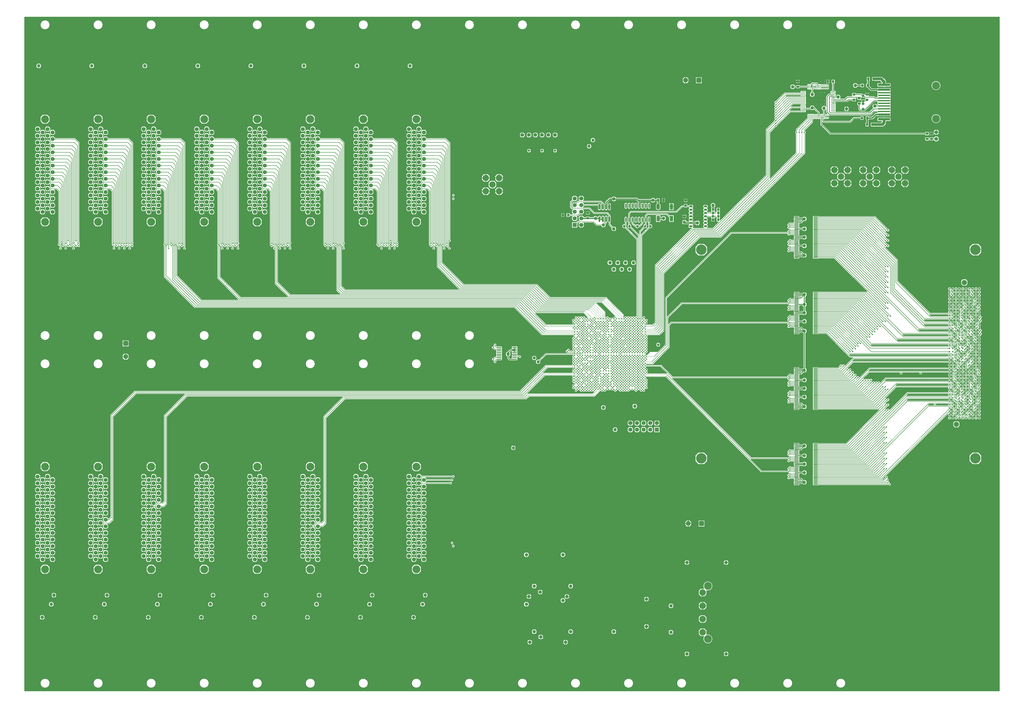
<source format=gbl>
%FSAX43Y43*%
%MOMM*%
G71*
G01*
G75*
G04 Layer_Physical_Order=10*
G04 Layer_Color=255*
%ADD10C,0.175*%
%ADD11O,0.305X1.016*%
%ADD12O,0.813X0.305*%
%ADD13R,0.762X2.540*%
%ADD14R,5.000X6.000*%
%ADD15O,1.016X0.305*%
%ADD16O,0.305X0.813*%
%ADD17R,3.048X3.048*%
%ADD18R,2.540X0.762*%
%ADD19R,6.000X5.000*%
%ADD20R,3.048X3.048*%
%ADD21O,0.508X1.016*%
%ADD22O,1.524X0.508*%
%ADD23O,1.016X0.508*%
%ADD24O,0.508X1.524*%
%ADD25O,2.100X6.000*%
%ADD26O,2.100X6.000*%
%ADD27C,0.150*%
%ADD28C,0.200*%
%ADD29C,0.120*%
%ADD30C,0.508*%
%ADD31C,1.524*%
%ADD32C,0.500*%
%ADD33C,1.000*%
%ADD34C,0.254*%
%ADD35C,1.160*%
%ADD36C,1.016*%
%ADD37C,0.400*%
%ADD38C,0.300*%
%ADD39C,0.305*%
%ADD40C,1.850*%
%ADD41R,1.850X1.850*%
%ADD42R,1.850X1.850*%
%ADD43C,4.000*%
%ADD44C,1.422*%
%ADD45C,2.438*%
%ADD46C,1.524*%
%ADD47C,3.000*%
%ADD48C,2.500*%
%ADD49C,1.575*%
%ADD50R,1.575X1.575*%
%ADD51R,1.575X1.575*%
%ADD52C,0.500*%
%ADD53C,1.300*%
%ADD54C,1.000*%
%ADD55C,1.200*%
%ADD56C,1.270*%
%ADD57C,0.600*%
%ADD58C,0.900*%
%ADD59C,2.000*%
G04:AMPARAMS|DCode=60|XSize=1.85mm|YSize=1.85mm|CornerRadius=0mm|HoleSize=0mm|Usage=FLASHONLY|Rotation=0.000|XOffset=0mm|YOffset=0mm|HoleType=Round|Shape=Relief|Width=0.175mm|Gap=0.2mm|Entries=4|*
%AMTHD60*
7,0,0,1.850,1.450,0.175,45*
%
%ADD60THD60*%
%ADD61C,3.400*%
%ADD62C,1.213*%
G04:AMPARAMS|DCode=63|XSize=2.0708mm|YSize=2.0708mm|CornerRadius=0mm|HoleSize=0mm|Usage=FLASHONLY|Rotation=0.000|XOffset=0mm|YOffset=0mm|HoleType=Round|Shape=Relief|Width=0.175mm|Gap=0.2mm|Entries=4|*
%AMTHD63*
7,0,0,2.071,1.671,0.175,45*
%
%ADD63THD63*%
%ADD64C,1.721*%
G04:AMPARAMS|DCode=65|XSize=1.65mm|YSize=1.65mm|CornerRadius=0mm|HoleSize=0mm|Usage=FLASHONLY|Rotation=0.000|XOffset=0mm|YOffset=0mm|HoleType=Round|Shape=Relief|Width=0.175mm|Gap=0.2mm|Entries=4|*
%AMTHD65*
7,0,0,1.650,1.250,0.175,45*
%
%ADD65THD65*%
%ADD66C,2.700*%
%ADD67C,2.200*%
G04:AMPARAMS|DCode=68|XSize=2.55mm|YSize=2.55mm|CornerRadius=0mm|HoleSize=0mm|Usage=FLASHONLY|Rotation=0.000|XOffset=0mm|YOffset=0mm|HoleType=Round|Shape=Relief|Width=0.175mm|Gap=0.2mm|Entries=4|*
%AMTHD68*
7,0,0,2.550,2.150,0.175,45*
%
%ADD68THD68*%
%ADD69C,1.416*%
G04:AMPARAMS|DCode=70|XSize=1.766mm|YSize=1.766mm|CornerRadius=0mm|HoleSize=0mm|Usage=FLASHONLY|Rotation=0.000|XOffset=0mm|YOffset=0mm|HoleType=Round|Shape=Relief|Width=0.175mm|Gap=0.2mm|Entries=4|*
%AMTHD70*
7,0,0,1.766,1.366,0.175,45*
%
%ADD70THD70*%
G04:AMPARAMS|DCode=71|XSize=1.5628mm|YSize=1.5628mm|CornerRadius=0mm|HoleSize=0mm|Usage=FLASHONLY|Rotation=0.000|XOffset=0mm|YOffset=0mm|HoleType=Round|Shape=Relief|Width=0.175mm|Gap=0.2mm|Entries=4|*
%AMTHD71*
7,0,0,1.563,1.163,0.175,45*
%
%ADD71THD71*%
%ADD72C,0.650*%
%ADD73C,0.700*%
G04:AMPARAMS|DCode=74|XSize=1mm|YSize=1mm|CornerRadius=0mm|HoleSize=0mm|Usage=FLASHONLY|Rotation=0.000|XOffset=0mm|YOffset=0mm|HoleType=Round|Shape=Relief|Width=0.175mm|Gap=0.2mm|Entries=4|*
%AMTHD74*
7,0,0,1.000,0.600,0.175,45*
%
%ADD74THD74*%
G04:AMPARAMS|DCode=75|XSize=1.05mm|YSize=1.05mm|CornerRadius=0mm|HoleSize=0mm|Usage=FLASHONLY|Rotation=0.000|XOffset=0mm|YOffset=0mm|HoleType=Round|Shape=Relief|Width=0.175mm|Gap=0.2mm|Entries=4|*
%AMTHD75*
7,0,0,1.050,0.650,0.175,45*
%
%ADD75THD75*%
%ADD76C,1.100*%
%ADD77C,1.111*%
G04:AMPARAMS|DCode=78|XSize=1.4612mm|YSize=1.4612mm|CornerRadius=0mm|HoleSize=0mm|Usage=FLASHONLY|Rotation=0.000|XOffset=0mm|YOffset=0mm|HoleType=Round|Shape=Relief|Width=0.175mm|Gap=0.2mm|Entries=4|*
%AMTHD78*
7,0,0,1.461,1.061,0.175,45*
%
%ADD78THD78*%
G04:AMPARAMS|DCode=79|XSize=1.45mm|YSize=1.45mm|CornerRadius=0mm|HoleSize=0mm|Usage=FLASHONLY|Rotation=0.000|XOffset=0mm|YOffset=0mm|HoleType=Round|Shape=Relief|Width=0.175mm|Gap=0.2mm|Entries=4|*
%AMTHD79*
7,0,0,1.450,1.050,0.175,45*
%
%ADD79THD79*%
%ADD80C,0.900*%
%ADD81C,1.670*%
%ADD82C,1.000*%
%ADD83O,1.270X0.762*%
%ADD84R,1.270X0.762*%
%ADD85O,0.508X1.778*%
%ADD86R,0.508X1.778*%
%ADD87R,1.270X2.108*%
G04:AMPARAMS|DCode=88|XSize=2.108mm|YSize=1.27mm|CornerRadius=0mm|HoleSize=0mm|Usage=FLASHONLY|Rotation=270.000|XOffset=0mm|YOffset=0mm|HoleType=Round|Shape=Octagon|*
%AMOCTAGOND88*
4,1,8,-0.318,-1.054,0.318,-1.054,0.635,-0.737,0.635,0.737,0.318,1.054,-0.318,1.054,-0.635,0.737,-0.635,-0.737,-0.318,-1.054,0.0*
%
%ADD88OCTAGOND88*%

%ADD89O,0.600X2.200*%
%ADD90R,0.250X1.600*%
%ADD91O,0.250X1.600*%
%ADD92O,1.600X0.250*%
%ADD93R,4.600X0.610*%
%ADD94R,4.600X0.810*%
%ADD95R,1.650X0.300*%
%ADD96O,1.778X0.381*%
%ADD97R,1.778X0.381*%
G54D10*
X0376707Y0257950D02*
G03*
X0374920Y0259738I-0001788J0000000D01*
G01*
Y0256163D02*
G03*
X0376707Y0257950I0000000J0001788D01*
G01*
X0374920Y0259738D02*
G03*
X0373133Y0257950I0000000J-0001788D01*
G01*
D02*
G03*
X0374920Y0256163I0001788J0000000D01*
G01*
X0376707Y0245250D02*
G03*
X0374920Y0247038I-0001788J0000000D01*
G01*
D02*
G03*
X0373133Y0245250I0000000J-0001788D01*
G01*
X0374920Y0243463D02*
G03*
X0376707Y0245250I0000000J0001788D01*
G01*
X0373133D02*
G03*
X0374920Y0243463I0001788J0000000D01*
G01*
X0340207Y0281250D02*
G03*
X0340207Y0281250I-0001788J0000000D01*
G01*
X0319888D02*
G03*
X0319888Y0281250I-0001788J0000000D01*
G01*
X0299568D02*
G03*
X0299568Y0281250I-0001788J0000000D01*
G01*
X0279247D02*
G03*
X0279247Y0281250I-0001788J0000000D01*
G01*
X0258927D02*
G03*
X0258927Y0281250I-0001788J0000000D01*
G01*
X0238607D02*
G03*
X0238607Y0281250I-0001788J0000000D01*
G01*
X0218288D02*
G03*
X0218288Y0281250I-0001788J0000000D01*
G01*
X0197967D02*
G03*
X0197967Y0281250I-0001788J0000000D01*
G01*
X0359938Y0160592D02*
G03*
X0360050Y0160575I0000112J0000358D01*
G01*
X0359938Y0160592D02*
G03*
X0360050Y0160575I0000112J0000358D01*
G01*
X0197967Y0162100D02*
G03*
X0197967Y0162100I-0001788J0000000D01*
G01*
Y0151250D02*
G03*
X0197967Y0151250I-0001788J0000000D01*
G01*
X0340207Y0028750D02*
G03*
X0340207Y0028750I-0001788J0000000D01*
G01*
X0319888D02*
G03*
X0319888Y0028750I-0001788J0000000D01*
G01*
X0299568D02*
G03*
X0299568Y0028750I-0001788J0000000D01*
G01*
X0287520Y0064243D02*
G03*
X0289307Y0066030I0000000J0001788D01*
G01*
D02*
G03*
X0287520Y0067817I-0001788J0000000D01*
G01*
D02*
G03*
X0285733Y0066030I0000000J-0001788D01*
G01*
D02*
G03*
X0286033Y0065037I0001788J0000000D01*
G01*
X0286980Y0064326D02*
G03*
X0287520Y0064243I0000540J0001704D01*
G01*
Y0047517D02*
G03*
X0286980Y0047434I0000000J-0001788D01*
G01*
X0289307Y0045730D02*
G03*
X0287520Y0047517I-0001788J0000000D01*
G01*
Y0043942D02*
G03*
X0289307Y0045730I0000000J0001788D01*
G01*
X0286033Y0046722D02*
G03*
X0285733Y0045730I0001487J-0000992D01*
G01*
D02*
G03*
X0287520Y0043942I0001788J0000000D01*
G01*
X0279247Y0028750D02*
G03*
X0279247Y0028750I-0001788J0000000D01*
G01*
X0258927D02*
G03*
X0258927Y0028750I-0001788J0000000D01*
G01*
X0238607D02*
G03*
X0238607Y0028750I-0001788J0000000D01*
G01*
X0218288D02*
G03*
X0218288Y0028750I-0001788J0000000D01*
G01*
X0197967D02*
G03*
X0197967Y0028750I-0001788J0000000D01*
G01*
X0177648Y0281250D02*
G03*
X0177648Y0281250I-0001788J0000000D01*
G01*
X0157327D02*
G03*
X0157327Y0281250I-0001788J0000000D01*
G01*
X0137008D02*
G03*
X0137008Y0281250I-0001788J0000000D01*
G01*
X0116688D02*
G03*
X0116688Y0281250I-0001788J0000000D01*
G01*
X0177648Y0162100D02*
G03*
X0177648Y0162100I-0001788J0000000D01*
G01*
X0157327D02*
G03*
X0157327Y0162100I-0001788J0000000D01*
G01*
X0137008D02*
G03*
X0137008Y0162100I-0001788J0000000D01*
G01*
X0116688D02*
G03*
X0116688Y0162100I-0001788J0000000D01*
G01*
X0096368Y0281250D02*
G03*
X0096368Y0281250I-0001788J0000000D01*
G01*
X0076048D02*
G03*
X0076048Y0281250I-0001788J0000000D01*
G01*
X0055728D02*
G03*
X0055728Y0281250I-0001788J0000000D01*
G01*
X0035408D02*
G03*
X0035408Y0281250I-0001788J0000000D01*
G01*
X0096368Y0162100D02*
G03*
X0096368Y0162100I-0001788J0000000D01*
G01*
X0076048D02*
G03*
X0076048Y0162100I-0001788J0000000D01*
G01*
X0055728D02*
G03*
X0055728Y0162100I-0001788J0000000D01*
G01*
X0035408D02*
G03*
X0035408Y0162100I-0001788J0000000D01*
G01*
X0177648Y0151250D02*
G03*
X0177648Y0151250I-0001788J0000000D01*
G01*
X0157327D02*
G03*
X0157327Y0151250I-0001788J0000000D01*
G01*
X0137008D02*
G03*
X0137008Y0151250I-0001788J0000000D01*
G01*
X0116688D02*
G03*
X0116688Y0151250I-0001788J0000000D01*
G01*
X0177648Y0028750D02*
G03*
X0177648Y0028750I-0001788J0000000D01*
G01*
X0157327D02*
G03*
X0157327Y0028750I-0001788J0000000D01*
G01*
X0137008D02*
G03*
X0137008Y0028750I-0001788J0000000D01*
G01*
X0116688D02*
G03*
X0116688Y0028750I-0001788J0000000D01*
G01*
X0096368Y0151250D02*
G03*
X0096368Y0151250I-0001788J0000000D01*
G01*
X0076048D02*
G03*
X0076048Y0151250I-0001788J0000000D01*
G01*
X0055728D02*
G03*
X0055728Y0151250I-0001788J0000000D01*
G01*
X0035408D02*
G03*
X0035408Y0151250I-0001788J0000000D01*
G01*
X0096368Y0028750D02*
G03*
X0096368Y0028750I-0001788J0000000D01*
G01*
X0076048D02*
G03*
X0076048Y0028750I-0001788J0000000D01*
G01*
X0055728D02*
G03*
X0055728Y0028750I-0001788J0000000D01*
G01*
X0035408D02*
G03*
X0035408Y0028750I-0001788J0000000D01*
G01*
X0340649Y0248060D02*
Y0249011D01*
X0339698D02*
X0340649D01*
Y0249962D01*
Y0249011D02*
X0341600D01*
X0267000Y0154000D02*
X0271500Y0158500D01*
X0376199Y0259352D02*
Y0284212D01*
X0375902Y0259649D02*
X0399212D01*
X0376052Y0259499D02*
X0399212D01*
X0375899Y0259652D02*
Y0284212D01*
X0376049Y0259502D02*
Y0284212D01*
X0376499Y0259052D02*
Y0284212D01*
X0376649Y0258902D02*
Y0284212D01*
X0376349Y0259202D02*
Y0284212D01*
X0376049Y0259336D02*
Y0259502D01*
X0375749Y0259738D02*
Y0284212D01*
X0374920Y0259738D02*
X0375814D01*
X0375474Y0259649D02*
X0375902D01*
X0375599Y0259738D02*
Y0284212D01*
Y0259603D02*
Y0259738D01*
X0375814D02*
X0376707Y0258844D01*
X0375811Y0259499D02*
X0376052D01*
X0375749Y0259534D02*
Y0259738D01*
X0375899Y0259445D02*
Y0259652D01*
X0376652Y0258899D02*
X0399212D01*
X0376502Y0259049D02*
X0399212D01*
X0376707Y0258749D02*
X0399212D01*
X0376519D02*
X0376707D01*
X0376585Y0258599D02*
X0376707D01*
X0399212D01*
X0376707Y0258449D02*
X0399212D01*
X0376649Y0258403D02*
Y0258902D01*
X0376707Y0258299D02*
X0399212D01*
X0376352Y0259199D02*
X0399212D01*
X0376202Y0259349D02*
X0399212D01*
X0376198Y0259199D02*
X0376352D01*
X0376199Y0259199D02*
Y0259352D01*
X0376032Y0259349D02*
X0376202D01*
X0376329Y0259049D02*
X0376502D01*
X0376435Y0258899D02*
X0376652D01*
X0376349Y0259024D02*
Y0259202D01*
X0376499Y0258787D02*
Y0259052D01*
X0375299Y0259738D02*
Y0284212D01*
X0375149Y0259738D02*
Y0284212D01*
X0375449Y0259738D02*
Y0284212D01*
X0374549Y0259738D02*
Y0284212D01*
X0374999Y0259738D02*
Y0284212D01*
X0374849Y0259738D02*
Y0284212D01*
X0375449Y0259657D02*
Y0259738D01*
X0374399D02*
Y0284212D01*
X0374699Y0259738D02*
Y0284212D01*
X0374249Y0259738D02*
Y0284212D01*
X0374099Y0259738D02*
Y0284212D01*
X0374026Y0259738D02*
X0374920D01*
X0373799Y0259511D02*
Y0284212D01*
X0373949Y0259661D02*
Y0284212D01*
X0373499Y0259211D02*
Y0284212D01*
X0373649Y0259361D02*
Y0284212D01*
X0373199Y0258911D02*
Y0284212D01*
X0373349Y0259061D02*
Y0284212D01*
X0374399Y0259660D02*
Y0259738D01*
X0374249Y0259607D02*
Y0259738D01*
X0373938Y0259649D02*
X0374366D01*
X0374099Y0259538D02*
Y0259738D01*
X0373788Y0259499D02*
X0374029D01*
X0373949Y0259451D02*
Y0259661D01*
X0373638Y0259349D02*
X0373808D01*
X0373799Y0259343D02*
Y0259511D01*
X0373649Y0259207D02*
Y0259361D01*
X0373488Y0259199D02*
X0373642D01*
X0373133Y0258844D02*
X0374026Y0259738D01*
X0373338Y0259049D02*
X0373511D01*
X0373499Y0259035D02*
Y0259211D01*
X0373188Y0258899D02*
X0373405D01*
X0373349Y0258803D02*
Y0259061D01*
X0373133Y0258749D02*
X0373321D01*
X0373199Y0258434D02*
Y0258911D01*
X0373133Y0258599D02*
X0373255D01*
X0376707Y0257999D02*
X0399212D01*
X0376707Y0258149D02*
X0399212D01*
X0376707Y0257699D02*
X0399212D01*
X0376707Y0257950D02*
Y0258844D01*
Y0257849D02*
X0399212D01*
X0376707Y0257549D02*
X0399212D01*
X0376707Y0257249D02*
X0399212D01*
X0376707Y0257056D02*
Y0257950D01*
Y0257099D02*
X0399212D01*
X0376621Y0257399D02*
X0376707D01*
X0399212D01*
X0376565Y0257249D02*
X0376707D01*
X0376492Y0257099D02*
X0376707D01*
X0375814Y0256163D02*
X0376707Y0257056D01*
X0376649Y0256998D02*
Y0257497D01*
X0376499Y0256848D02*
Y0257113D01*
X0376601Y0256949D02*
X0399212D01*
X0376401D02*
X0376601D01*
X0376451Y0256799D02*
X0399212D01*
X0376349Y0256698D02*
Y0256877D01*
X0376288Y0256799D02*
X0376451D01*
X0376649Y0246202D02*
Y0256998D01*
X0376301Y0256649D02*
X0399212D01*
X0376499Y0246352D02*
Y0256848D01*
X0376349Y0246502D02*
Y0256698D01*
X0376199Y0256548D02*
Y0256702D01*
X0376146Y0256649D02*
X0376301D01*
X0376151Y0256499D02*
X0399212D01*
X0376049Y0256398D02*
Y0256564D01*
X0375965Y0256499D02*
X0376151D01*
X0376199Y0246652D02*
Y0256548D01*
X0376001Y0256349D02*
X0399212D01*
X0376049Y0246802D02*
Y0256398D01*
X0375716Y0256349D02*
X0376001D01*
X0373199Y0256990D02*
Y0257466D01*
X0373239Y0256949D02*
X0373439D01*
X0373133Y0257950D02*
Y0258844D01*
Y0257056D02*
Y0257950D01*
X0373499Y0256690D02*
Y0256865D01*
X0373349Y0256840D02*
Y0257097D01*
X0373199Y0246211D02*
Y0256990D01*
X0357587Y0257549D02*
X0373133D01*
X0357587Y0257849D02*
X0373133D01*
Y0257399D02*
X0373219D01*
X0357587Y0258149D02*
X0373133D01*
X0357587Y0257999D02*
X0373133D01*
Y0257099D02*
X0373348D01*
X0373133Y0257056D02*
X0374026Y0256163D01*
X0373133Y0257249D02*
X0373276D01*
X0357587Y0256949D02*
X0373239D01*
X0375899Y0256248D02*
Y0256455D01*
X0373949Y0256240D02*
Y0256449D01*
X0373839Y0256349D02*
X0374124D01*
X0373799Y0256390D02*
Y0256558D01*
X0373689Y0256499D02*
X0373875D01*
X0375749Y0256163D02*
Y0256367D01*
X0375599Y0256163D02*
Y0256297D01*
X0373799Y0246811D02*
Y0256390D01*
X0374099Y0256163D02*
Y0256362D01*
X0373649Y0256540D02*
Y0256693D01*
X0373539Y0256649D02*
X0373694D01*
X0357587Y0256499D02*
X0373689D01*
X0357587Y0256799D02*
X0373389D01*
X0373552D01*
X0373649Y0246661D02*
Y0256540D01*
X0357587Y0256349D02*
X0373839D01*
X0373349Y0246361D02*
Y0256840D01*
X0373499Y0246511D02*
Y0256690D01*
X0355499Y0260309D02*
Y0284212D01*
X0355349Y0260459D02*
Y0284212D01*
X0355649Y0259969D02*
Y0284212D01*
X0355049Y0260729D02*
Y0284212D01*
X0355199Y0260609D02*
Y0284212D01*
X0356699Y0258913D02*
Y0284212D01*
X0357149Y0258913D02*
Y0284212D01*
X0356399Y0258913D02*
Y0284212D01*
X0356549Y0258913D02*
Y0284212D01*
X0354749Y0260869D02*
Y0284212D01*
X0354469Y0261149D02*
X0399212D01*
X0354619Y0260999D02*
X0399212D01*
X0354323Y0261296D02*
X0354721Y0260898D01*
X0354323Y0261296D02*
X0354721Y0260898D01*
X0354769Y0260849D02*
X0399212D01*
X0354890Y0260729D02*
X0355080D01*
X0354899D02*
Y0284212D01*
X0354721Y0260898D02*
X0354890Y0260729D01*
X0355796Y0259799D02*
X0399212D01*
X0355669Y0259949D02*
X0399212D01*
X0355796Y0259649D02*
X0373938D01*
X0355796Y0259499D02*
X0373788D01*
X0355796Y0259349D02*
X0373638D01*
X0355796Y0259199D02*
X0373488D01*
X0355796Y0259049D02*
X0373338D01*
X0355796Y0259027D02*
Y0259823D01*
Y0259027D02*
Y0259823D01*
X0355259Y0260549D02*
X0399212D01*
X0355109Y0260699D02*
X0399212D01*
X0355409Y0260399D02*
X0399212D01*
X0355080Y0260729D02*
X0355542Y0260267D01*
Y0260249D02*
X0399212D01*
X0355542Y0260099D02*
X0399212D01*
X0355542Y0260077D02*
X0355796Y0259823D01*
X0355542Y0260077D02*
Y0260267D01*
Y0260077D02*
X0355796Y0259823D01*
X0353999Y0261296D02*
Y0284212D01*
X0353849Y0261296D02*
Y0284212D01*
X0353527Y0261296D02*
X0354323D01*
X0353549D02*
Y0284212D01*
X0353699Y0261296D02*
Y0284212D01*
X0354449Y0261169D02*
Y0284212D01*
X0354599Y0261019D02*
Y0284212D01*
X0354149Y0261296D02*
Y0284212D01*
X0354299Y0261296D02*
Y0284212D01*
X0352949Y0261296D02*
Y0284212D01*
X0352799Y0261296D02*
Y0284212D01*
X0351506Y0261296D02*
X0353527D01*
X0352499D02*
Y0284212D01*
X0352649Y0261296D02*
Y0284212D01*
X0353399Y0261296D02*
Y0284212D01*
X0353527Y0261296D02*
X0354323D01*
X0353099D02*
Y0284212D01*
X0353249Y0261296D02*
Y0284212D01*
X0353697Y0259345D02*
X0354129Y0258913D01*
X0353697Y0259345D02*
Y0259535D01*
X0353999Y0258913D02*
Y0259042D01*
X0353527Y0259704D02*
X0353697Y0259535D01*
X0353549Y0258913D02*
Y0259682D01*
X0353249Y0258913D02*
Y0259704D01*
X0353399Y0258913D02*
Y0259704D01*
X0352799Y0258913D02*
Y0259704D01*
X0353099Y0258913D02*
Y0259704D01*
X0349542Y0259349D02*
X0353697D01*
X0349542Y0259499D02*
X0353697D01*
X0349542Y0259199D02*
X0353842D01*
X0351506Y0259704D02*
X0353527D01*
X0349542Y0259649D02*
X0353582D01*
X0349542Y0259049D02*
X0353992D01*
X0352413Y0258913D02*
X0354129D01*
X0352499D02*
Y0259704D01*
X0352649Y0258913D02*
Y0259704D01*
X0357587Y0258749D02*
X0373133D01*
X0357587Y0258899D02*
X0373188D01*
X0357587Y0258599D02*
X0373133D01*
X0357299Y0258913D02*
Y0284212D01*
X0357449Y0258913D02*
Y0284212D01*
X0357587Y0258449D02*
X0373133D01*
X0357587Y0258299D02*
X0373133D01*
X0357587Y0257528D02*
Y0258913D01*
Y0257699D02*
X0373133D01*
X0356849Y0258913D02*
Y0284212D01*
X0356249Y0258913D02*
Y0284212D01*
X0356999Y0258913D02*
Y0284212D01*
X0355949Y0258913D02*
Y0284212D01*
X0356099Y0258913D02*
Y0284212D01*
X0355796Y0258913D02*
X0357587D01*
X0355501Y0257528D02*
X0357587D01*
X0355799Y0258913D02*
Y0284212D01*
X0355796Y0258913D02*
Y0259027D01*
X0356999Y0257073D02*
Y0257528D01*
X0356849Y0257073D02*
Y0257528D01*
X0357149Y0257073D02*
Y0257528D01*
X0356549Y0257073D02*
Y0257528D01*
X0356699Y0257073D02*
Y0257528D01*
X0357587Y0255773D02*
Y0257073D01*
Y0256649D02*
X0373539D01*
X0357299Y0257073D02*
Y0257528D01*
X0357449Y0257073D02*
Y0257528D01*
X0350063Y0257249D02*
X0373133D01*
X0349913Y0257399D02*
X0373133D01*
X0350213Y0257099D02*
X0373133D01*
X0355799Y0257073D02*
Y0257528D01*
X0352413Y0257073D02*
X0357587D01*
X0356249D02*
Y0257528D01*
X0356399Y0257073D02*
Y0257528D01*
X0355949Y0257073D02*
Y0257528D01*
X0356099Y0257073D02*
Y0257528D01*
X0355398Y0257425D02*
X0355501Y0257528D01*
X0354499D02*
X0354602Y0257425D01*
X0355649Y0257073D02*
Y0257528D01*
X0353849Y0258913D02*
Y0259192D01*
X0354449Y0257073D02*
Y0257528D01*
X0354149Y0257073D02*
Y0257528D01*
X0354299Y0257073D02*
Y0257528D01*
X0353849Y0257073D02*
Y0257528D01*
X0353999Y0257073D02*
Y0257528D01*
X0353699Y0258913D02*
Y0259342D01*
X0352949Y0258913D02*
Y0259704D01*
X0349542Y0258899D02*
X0352413D01*
X0349542Y0258749D02*
X0352413D01*
X0349542Y0258599D02*
X0352413D01*
X0352799Y0257073D02*
Y0257528D01*
X0352413D02*
X0354499D01*
X0349542Y0258149D02*
X0352413D01*
X0349542Y0257999D02*
X0352413D01*
X0355499Y0257073D02*
Y0257526D01*
X0354602Y0257425D02*
X0355398D01*
X0355349Y0257073D02*
Y0257425D01*
X0355049Y0257073D02*
Y0257425D01*
X0355199Y0257073D02*
Y0257425D01*
X0354749Y0257073D02*
Y0257425D01*
X0354899Y0257073D02*
Y0257425D01*
X0353699Y0257073D02*
Y0257528D01*
X0354599Y0257073D02*
Y0257427D01*
X0353399Y0257073D02*
Y0257528D01*
X0353549Y0257073D02*
Y0257528D01*
X0353099Y0257073D02*
Y0257528D01*
X0353249Y0257073D02*
Y0257528D01*
X0352649Y0257073D02*
Y0257528D01*
X0352949Y0257073D02*
Y0257528D01*
X0352499Y0257073D02*
Y0257528D01*
X0350391Y0256922D02*
X0352413D01*
X0375851Y0256199D02*
X0399212D01*
X0357587Y0255149D02*
X0399212D01*
X0357587Y0254849D02*
X0399212D01*
X0375282Y0256199D02*
X0375851D01*
X0374920Y0256163D02*
X0375814D01*
X0375899Y0246952D02*
Y0256248D01*
X0357587Y0251850D02*
X0399212D01*
X0375599Y0247038D02*
Y0256163D01*
X0375749Y0247038D02*
Y0256163D01*
X0357587Y0251249D02*
X0399212D01*
X0357587Y0251400D02*
X0399212D01*
X0357587Y0251100D02*
X0399212D01*
X0357587Y0251699D02*
X0399212D01*
X0357587Y0251549D02*
X0399212D01*
X0357587Y0250650D02*
X0399212D01*
X0357587Y0250499D02*
X0399212D01*
X0357587Y0250949D02*
X0399212D01*
X0357587Y0250799D02*
X0399212D01*
X0357587Y0249749D02*
X0399212D01*
X0357587Y0249900D02*
X0399212D01*
X0357587Y0249600D02*
X0399212D01*
X0375599Y0246903D02*
Y0247038D01*
X0374920D02*
X0375814D01*
X0375952Y0246900D02*
X0399212D01*
X0376102Y0246750D02*
X0399212D01*
X0375749Y0246834D02*
Y0247038D01*
X0375609Y0246900D02*
X0375952D01*
X0357587Y0249449D02*
X0399212D01*
X0357587Y0250049D02*
X0399212D01*
X0357587Y0249299D02*
X0399212D01*
X0357587Y0250350D02*
X0399212D01*
X0357587Y0250199D02*
X0399212D01*
X0357587Y0248850D02*
X0399212D01*
X0357587Y0248699D02*
X0399212D01*
X0357587Y0249150D02*
X0399212D01*
X0357587Y0248999D02*
X0399212D01*
X0375449Y0247038D02*
Y0256163D01*
Y0256243D01*
X0375299Y0247038D02*
Y0256163D01*
X0374399D02*
Y0256240D01*
X0375149Y0247038D02*
Y0256163D01*
X0374849Y0247038D02*
Y0256163D01*
X0374999Y0247038D02*
Y0256163D01*
X0374549Y0247038D02*
Y0256163D01*
X0374699Y0247038D02*
Y0256163D01*
X0374249D02*
Y0256293D01*
X0373989Y0256199D02*
X0374558D01*
X0374026Y0256163D02*
X0374920D01*
X0357587Y0254588D02*
Y0254753D01*
Y0254588D02*
Y0254753D01*
X0374249Y0247038D02*
Y0256163D01*
X0374399Y0247038D02*
Y0256163D01*
X0373949Y0246961D02*
Y0256240D01*
X0374099Y0247038D02*
Y0256163D01*
X0374399Y0246960D02*
Y0247038D01*
X0374026D02*
X0374920D01*
X0375449Y0246957D02*
Y0247038D01*
X0357587Y0250508D02*
Y0250673D01*
Y0250508D02*
Y0250673D01*
X0374249Y0246907D02*
Y0247038D01*
X0373888Y0246900D02*
X0374231D01*
X0374099Y0246838D02*
Y0247038D01*
X0373949Y0246751D02*
Y0246961D01*
X0357587Y0249653D02*
Y0250508D01*
Y0250673D02*
Y0251528D01*
Y0249488D02*
Y0249653D01*
Y0251528D02*
Y0251693D01*
Y0251528D02*
Y0251693D01*
Y0248468D02*
Y0248633D01*
Y0248468D02*
Y0248633D01*
Y0249488D02*
Y0249653D01*
Y0248633D02*
Y0249488D01*
X0376702Y0246150D02*
X0399212D01*
X0376552Y0246300D02*
X0399212D01*
X0376707Y0246000D02*
X0399212D01*
X0376604Y0245850D02*
X0376707D01*
X0399212D01*
X0376707Y0245700D02*
X0399212D01*
X0376707Y0245550D02*
X0399212D01*
X0376649Y0245703D02*
Y0246202D01*
X0376707Y0245250D02*
Y0246144D01*
X0376402Y0246450D02*
X0399212D01*
X0376252Y0246600D02*
X0399212D01*
X0376465Y0246150D02*
X0376702D01*
X0376245Y0246450D02*
X0376402D01*
X0376367Y0246300D02*
X0376552D01*
X0375814Y0247038D02*
X0376707Y0246144D01*
X0376543Y0246000D02*
X0376707D01*
X0376499Y0246087D02*
Y0246352D01*
X0376707Y0244950D02*
X0399212D01*
X0376707Y0245100D02*
X0399212D01*
X0376707Y0244800D02*
X0399212D01*
X0376707Y0245400D02*
X0399212D01*
X0376707Y0245250D02*
X0399212D01*
X0376707Y0244650D02*
X0399212D01*
X0376707Y0244500D02*
X0399212D01*
X0376707Y0244356D02*
Y0245250D01*
X0376701Y0244350D02*
X0399212D01*
X0376604Y0244650D02*
X0376707D01*
X0376542Y0244500D02*
X0376707D01*
X0376551Y0244200D02*
X0399212D01*
X0376649Y0244298D02*
Y0244797D01*
X0376464Y0244350D02*
X0376701D01*
X0376401Y0244050D02*
X0399212D01*
X0376251Y0243900D02*
X0399212D01*
X0376499Y0244148D02*
Y0244413D01*
X0376366Y0244200D02*
X0376551D01*
X0376049Y0246636D02*
Y0246802D01*
X0375899Y0246745D02*
Y0246952D01*
X0375893Y0246750D02*
X0376102D01*
X0373799Y0246643D02*
Y0246811D01*
X0373738Y0246750D02*
X0373947D01*
X0376092Y0246600D02*
X0376252D01*
X0376349Y0246324D02*
Y0246502D01*
X0373649Y0246507D02*
Y0246661D01*
X0376199Y0246499D02*
Y0246652D01*
X0373588Y0246600D02*
X0373748D01*
X0373499Y0246335D02*
Y0246511D01*
X0373438Y0246450D02*
X0373595D01*
X0373288Y0246300D02*
X0373473D01*
X0373138Y0246150D02*
X0373375D01*
X0373133Y0246144D02*
X0374026Y0247038D01*
X0373349Y0246103D02*
Y0246361D01*
X0373199Y0245734D02*
Y0246211D01*
X0376349Y0243998D02*
Y0244177D01*
X0376244Y0244050D02*
X0376401D01*
X0373439D02*
X0373596D01*
X0373349Y0244140D02*
Y0244397D01*
X0373499Y0243990D02*
Y0244165D01*
X0376199Y0243848D02*
Y0244002D01*
X0376091Y0243900D02*
X0376251D01*
X0373649Y0243840D02*
Y0243993D01*
X0373589Y0243900D02*
X0373749D01*
X0373133Y0244650D02*
X0373236D01*
X0373133Y0246000D02*
X0373297D01*
X0373133Y0244500D02*
X0373298D01*
X0373133Y0245250D02*
Y0246144D01*
Y0245850D02*
X0373236D01*
X0373139Y0244350D02*
X0373376D01*
X0373289Y0244200D02*
X0373474D01*
X0373133Y0244356D02*
Y0245250D01*
X0373199Y0244290D02*
Y0244766D01*
X0357587Y0253949D02*
X0399212D01*
X0357587Y0254099D02*
X0399212D01*
X0357587Y0253799D02*
X0399212D01*
X0357587Y0254399D02*
X0399212D01*
X0357587Y0254249D02*
X0399212D01*
X0357587Y0253349D02*
X0399212D01*
X0357587Y0253199D02*
X0399212D01*
X0357587Y0253649D02*
X0399212D01*
X0357587Y0253499D02*
X0399212D01*
X0357587Y0255599D02*
X0399212D01*
X0357587Y0255749D02*
X0399212D01*
X0357587Y0255449D02*
X0399212D01*
X0357587Y0256049D02*
X0399212D01*
X0357587Y0255899D02*
X0399212D01*
X0357587Y0254699D02*
X0399212D01*
X0357587Y0254549D02*
X0399212D01*
X0357587Y0255299D02*
X0399212D01*
X0357587Y0254999D02*
X0399212D01*
X0357587Y0247949D02*
X0399212D01*
X0357587Y0248100D02*
X0399212D01*
X0357587Y0247799D02*
X0399212D01*
X0357587Y0248400D02*
X0399212D01*
X0357587Y0248249D02*
X0399212D01*
X0357587Y0247200D02*
X0399212D01*
X0357587Y0247050D02*
X0399212D01*
X0357587Y0247650D02*
X0399212D01*
X0357587Y0247499D02*
X0399212D01*
X0357587Y0252599D02*
X0399212D01*
X0357587Y0252749D02*
X0399212D01*
X0357587Y0252449D02*
X0399212D01*
X0357587Y0253049D02*
X0399212D01*
X0357587Y0252899D02*
X0399212D01*
X0357587Y0251999D02*
X0399212D01*
X0357587Y0248549D02*
X0399212D01*
X0357587Y0252299D02*
X0399212D01*
X0357587Y0252150D02*
X0399212D01*
X0357587Y0255688D02*
Y0255773D01*
Y0256199D02*
X0373989D01*
X0357587Y0255688D02*
Y0255773D01*
Y0254753D02*
Y0255688D01*
Y0253568D02*
Y0253733D01*
Y0252713D02*
Y0253568D01*
Y0253733D02*
Y0254588D01*
Y0253568D02*
Y0253733D01*
X0352413Y0255688D02*
Y0255773D01*
X0350391Y0255839D02*
X0352413D01*
Y0255688D02*
Y0255773D01*
X0349152Y0255149D02*
X0352413D01*
Y0254753D02*
Y0255688D01*
X0349296Y0254699D02*
X0352413D01*
X0349296Y0254999D02*
X0352413D01*
X0349296Y0254849D02*
X0352413D01*
X0357587Y0247533D02*
Y0248468D01*
Y0251693D02*
Y0252548D01*
Y0247448D02*
Y0247533D01*
Y0252548D02*
Y0252713D01*
Y0252548D02*
Y0252713D01*
Y0247350D02*
X0399212D01*
X0357587Y0246900D02*
X0373888D01*
X0357587Y0247448D02*
Y0247533D01*
Y0246148D02*
Y0247448D01*
Y0246600D02*
X0373588D01*
X0357587Y0246750D02*
X0373738D01*
X0357587Y0246450D02*
X0373438D01*
X0357587Y0246300D02*
X0373288D01*
X0357587Y0246150D02*
X0373138D01*
X0351785Y0246000D02*
X0373133D01*
X0351635Y0245850D02*
X0373133D01*
X0354749Y0245796D02*
Y0246148D01*
X0352413D02*
X0357587D01*
X0356699Y0245693D02*
Y0246148D01*
X0356549Y0245693D02*
Y0246148D01*
X0356849Y0245693D02*
Y0246148D01*
X0356249Y0245693D02*
Y0246148D01*
X0356399Y0245693D02*
Y0246148D01*
X0357299Y0245693D02*
Y0246148D01*
X0357449Y0245693D02*
Y0246148D01*
X0356999Y0245693D02*
Y0246148D01*
X0357149Y0245693D02*
Y0246148D01*
X0355499Y0245694D02*
Y0246148D01*
X0355349Y0245796D02*
Y0246148D01*
X0355949Y0245693D02*
Y0246148D01*
X0355049Y0245796D02*
Y0246148D01*
X0355199Y0245796D02*
Y0246148D01*
X0355799Y0245693D02*
Y0246148D01*
X0356099Y0245693D02*
Y0246148D01*
X0355649Y0245693D02*
Y0246148D01*
X0355398Y0245796D02*
X0355501Y0245693D01*
X0357587Y0245100D02*
X0373133D01*
X0357587Y0245250D02*
X0373133D01*
X0357587Y0244950D02*
X0373133D01*
X0357587Y0245550D02*
X0373133D01*
X0357587Y0245400D02*
X0373133D01*
X0357587Y0244800D02*
X0373133D01*
X0357587Y0244350D02*
X0373139D01*
X0357587Y0244307D02*
Y0245693D01*
Y0244650D02*
X0373133D01*
X0355501Y0245693D02*
X0357587D01*
X0355494Y0245700D02*
X0373133D01*
X0357587Y0244500D02*
X0373133D01*
X0354602Y0245796D02*
X0355398D01*
X0355796Y0244307D02*
X0357587D01*
X0355796Y0244050D02*
X0373439D01*
X0355796Y0243900D02*
X0373589D01*
X0355796Y0244075D02*
Y0244307D01*
Y0244200D02*
X0373289D01*
X0354899Y0245796D02*
Y0246148D01*
X0354599Y0245793D02*
Y0246148D01*
X0354499Y0245693D02*
X0354602Y0245796D01*
X0354299Y0245693D02*
Y0246148D01*
X0354449Y0245693D02*
Y0246148D01*
X0353999Y0245693D02*
Y0246148D01*
X0354149Y0245693D02*
Y0246148D01*
X0353699Y0245693D02*
Y0246148D01*
X0353849Y0245693D02*
Y0246148D01*
X0352949Y0245693D02*
Y0246148D01*
X0352799Y0245693D02*
Y0246148D01*
X0351485Y0245700D02*
X0354506D01*
X0352499Y0245693D02*
Y0246148D01*
X0352649Y0245693D02*
Y0246148D01*
X0353399Y0245693D02*
Y0246148D01*
X0353549Y0245693D02*
Y0246148D01*
X0353099Y0245693D02*
Y0246148D01*
X0353249Y0245693D02*
Y0246148D01*
X0354204Y0244219D02*
Y0244307D01*
X0354149Y0244210D02*
Y0244307D01*
X0353735Y0243796D02*
X0354158Y0244219D01*
X0353849Y0243910D02*
Y0244307D01*
X0353999Y0244060D02*
Y0244307D01*
X0353549Y0243796D02*
Y0244307D01*
X0353699Y0243796D02*
Y0244307D01*
X0353249Y0243796D02*
Y0244307D01*
X0353399Y0243796D02*
Y0244307D01*
X0352413Y0245693D02*
X0354499D01*
X0352413Y0244307D02*
X0354204D01*
X0349125Y0244200D02*
X0354139D01*
X0349125Y0244050D02*
X0353989D01*
X0349125Y0243900D02*
X0353839D01*
X0351006Y0243796D02*
X0353735D01*
X0352499D02*
Y0244307D01*
X0352649Y0243796D02*
Y0244307D01*
X0351749Y0261296D02*
Y0284212D01*
X0351599Y0261296D02*
Y0284212D01*
X0351252Y0261296D02*
X0351506D01*
X0351299D02*
Y0284212D01*
X0351449Y0261296D02*
Y0284212D01*
X0352199Y0261296D02*
Y0284212D01*
X0352349Y0261296D02*
Y0284212D01*
X0351899Y0261296D02*
Y0284212D01*
X0352049Y0261296D02*
Y0284212D01*
X0351066Y0261296D02*
X0351252D01*
X0351066D02*
X0351252D01*
X0351066D02*
X0351252D01*
X0350849D02*
Y0284212D01*
X0350812Y0261296D02*
X0350888D01*
X0351252D02*
X0351506D01*
X0351252D02*
X0351506D01*
X0351149D02*
Y0284212D01*
X0351066Y0261296D02*
X0351252D01*
X0351066Y0259704D02*
X0351252D01*
X0350888Y0261296D02*
X0350998D01*
X0351066Y0259704D02*
X0351252D01*
X0350888Y0261296D02*
X0350998D01*
X0350888D02*
X0350998D01*
X0351252Y0259704D02*
X0351506D01*
X0351252D02*
X0351506D01*
X0351066D02*
X0351252D01*
X0351506D01*
X0350888Y0261296D02*
X0350998D01*
X0350812D02*
X0350888D01*
Y0259704D02*
X0350998D01*
X0350558Y0261296D02*
X0350812D01*
X0350888D01*
X0350812Y0259704D02*
X0350888D01*
X0350998D01*
X0350812D02*
X0350888D01*
X0350812D02*
X0350888D01*
X0350699Y0261296D02*
Y0284212D01*
X0350558Y0261296D02*
X0350812D01*
X0350338Y0261076D02*
X0350558Y0261296D01*
X0350399Y0261137D02*
Y0284212D01*
X0350549Y0261287D02*
Y0284212D01*
X0350338Y0261076D02*
X0350558Y0261296D01*
X0349694Y0260849D02*
X0350338D01*
Y0260636D02*
Y0261076D01*
Y0260636D02*
Y0261076D01*
X0349649Y0261120D02*
Y0284212D01*
X0349474Y0261296D02*
X0349694Y0261076D01*
X0349620Y0261149D02*
X0350412D01*
X0349349Y0261296D02*
Y0284212D01*
X0349499Y0261270D02*
Y0284212D01*
X0349474Y0261296D02*
X0349694Y0261076D01*
Y0260999D02*
X0350338D01*
X0349694Y0260636D02*
Y0261076D01*
Y0260636D02*
Y0261076D01*
X0350338Y0259924D02*
Y0260364D01*
Y0260636D01*
Y0259924D02*
Y0260364D01*
X0349694Y0260699D02*
X0350338D01*
X0349694Y0260399D02*
X0350338D01*
X0350558Y0259704D02*
X0350812D01*
X0350558D02*
X0350812D01*
X0349694Y0259924D02*
Y0260364D01*
X0350338Y0259924D02*
X0350558Y0259704D01*
X0349694Y0260249D02*
X0350338D01*
X0349694Y0260549D02*
X0350338D01*
X0349694Y0259949D02*
X0350338D01*
X0349694Y0260364D02*
Y0260636D01*
Y0260099D02*
X0350338D01*
X0349694Y0259924D02*
Y0260364D01*
X0349569Y0259799D02*
X0350463D01*
X0349542Y0259772D02*
X0349694Y0259924D01*
X0349542Y0259772D02*
X0349694Y0259924D01*
X0352349Y0256922D02*
Y0259704D01*
X0352199Y0256922D02*
Y0259704D01*
X0352413Y0257528D02*
Y0258913D01*
X0351899Y0256922D02*
Y0259704D01*
X0352049Y0256922D02*
Y0259704D01*
X0351599Y0256922D02*
Y0259704D01*
X0351749Y0256922D02*
Y0259704D01*
X0351299Y0256922D02*
Y0259704D01*
X0351449Y0256922D02*
Y0259704D01*
X0351066D02*
X0351252D01*
X0349542Y0258449D02*
X0352413D01*
X0349542Y0258299D02*
X0352413D01*
X0350888Y0259704D02*
X0350998D01*
X0350888D02*
X0350998D01*
X0349542Y0257849D02*
X0352413D01*
X0349613Y0257699D02*
X0352413D01*
X0351149Y0256922D02*
Y0259704D01*
X0349763Y0257549D02*
X0352413D01*
Y0254588D02*
Y0254753D01*
Y0256922D02*
Y0257073D01*
Y0254588D02*
Y0254753D01*
X0352349Y0253555D02*
Y0255839D01*
X0352413Y0253733D02*
Y0254588D01*
X0352049Y0253555D02*
Y0255839D01*
X0352199Y0253555D02*
Y0255839D01*
X0351749Y0253555D02*
Y0255839D01*
X0351899Y0253555D02*
Y0255839D01*
X0350363Y0256949D02*
X0352413D01*
X0349296Y0254399D02*
X0352413D01*
X0349296Y0254249D02*
X0352413D01*
X0351299Y0253915D02*
Y0255839D01*
X0349296Y0254099D02*
X0352413D01*
X0351449Y0253819D02*
Y0255839D01*
X0351599Y0253669D02*
Y0255839D01*
X0350999Y0253915D02*
Y0255839D01*
X0351149Y0253915D02*
Y0255839D01*
X0350338Y0259924D02*
X0350558Y0259704D01*
X0350249Y0257063D02*
Y0284212D01*
X0350699Y0256922D02*
Y0259704D01*
X0349949Y0257363D02*
Y0284212D01*
X0350099Y0257213D02*
Y0284212D01*
X0350549Y0256922D02*
Y0259713D01*
X0350849Y0256922D02*
Y0259704D01*
X0350399Y0256922D02*
Y0259863D01*
X0349799Y0253915D02*
Y0255888D01*
Y0257513D02*
Y0284212D01*
X0349542Y0257771D02*
X0350391Y0256922D01*
X0349578Y0256109D02*
X0349849Y0255839D01*
X0349649Y0257663D02*
Y0259880D01*
X0349542Y0257771D02*
Y0259772D01*
X0349578Y0256109D02*
X0349849Y0255839D01*
X0349649Y0253915D02*
Y0256038D01*
X0349349Y0253915D02*
Y0256338D01*
X0349499Y0253915D02*
Y0256188D01*
X0350249Y0253915D02*
Y0255839D01*
X0349849D02*
X0350391D01*
X0349849D02*
X0350391D01*
X0349949Y0253915D02*
Y0255839D01*
X0350099Y0253915D02*
Y0255839D01*
X0350699Y0253915D02*
Y0255839D01*
X0350849Y0253915D02*
Y0255839D01*
X0350399Y0253915D02*
Y0255839D01*
X0350549Y0253915D02*
Y0255839D01*
X0349296Y0254566D02*
Y0254752D01*
Y0254566D02*
Y0254752D01*
Y0254566D02*
Y0254752D01*
Y0255006D01*
Y0254752D02*
Y0255006D01*
Y0254312D02*
Y0254498D01*
Y0254058D02*
Y0254312D01*
Y0254498D01*
Y0254312D02*
Y0254498D01*
X0348780Y0261296D02*
X0348966D01*
X0348780D02*
X0348966D01*
X0349034D02*
X0349220D01*
X0348899D02*
Y0284212D01*
X0348780Y0261296D02*
X0348966D01*
X0349034D02*
X0349220D01*
X0349034D02*
X0349220D01*
X0349049D02*
Y0284212D01*
X0349199Y0261296D02*
Y0284212D01*
X0348749Y0261296D02*
Y0284212D01*
X0348526Y0261296D02*
X0348780D01*
X0348526D02*
X0348780D01*
X0348449Y0261219D02*
Y0284212D01*
X0348599Y0261296D02*
Y0284212D01*
X0348306Y0261076D02*
X0348526Y0261296D01*
X0348306Y0261076D02*
X0348526Y0261296D01*
X0348149Y0258687D02*
Y0284212D01*
X0348299Y0258796D02*
Y0284212D01*
X0349220Y0261296D02*
X0349474D01*
X0349220D02*
X0349474D01*
X0348306Y0260636D02*
Y0261076D01*
Y0260636D02*
Y0261076D01*
Y0259924D02*
Y0260364D01*
Y0259924D02*
X0348458Y0259772D01*
Y0258796D02*
Y0259772D01*
X0348306Y0259924D02*
Y0260364D01*
X0348449Y0258796D02*
Y0259781D01*
X0348306Y0259924D02*
X0348458Y0259772D01*
X0348258Y0258796D02*
X0348458D01*
X0348258D02*
X0348458D01*
X0348306Y0260364D02*
Y0260636D01*
X0347220Y0258749D02*
X0348212D01*
X0348038Y0258576D02*
X0348258Y0258796D01*
X0348038Y0258576D02*
X0348258Y0258796D01*
X0348038Y0257424D02*
X0348258Y0257204D01*
X0347219Y0257249D02*
X0348213D01*
X0347099Y0258796D02*
Y0284212D01*
X0346920Y0258796D02*
X0347174D01*
X0346920D02*
X0347174D01*
X0346799D02*
Y0284212D01*
X0346949Y0258796D02*
Y0284212D01*
X0347174Y0258796D02*
X0347394Y0258576D01*
X0347370Y0258599D02*
X0348062D01*
X0347249Y0258720D02*
Y0284212D01*
X0347174Y0258796D02*
X0347394Y0258576D01*
X0346480Y0258796D02*
X0346666D01*
X0346480D02*
X0346666D01*
X0346480D02*
X0346666D01*
X0346349D02*
Y0284212D01*
X0346499Y0258796D02*
Y0284212D01*
X0346734Y0258796D02*
X0346920D01*
X0346734D02*
X0346920D01*
X0346649D02*
Y0284212D01*
X0346734Y0258796D02*
X0346920D01*
X0348038Y0258136D02*
Y0258576D01*
Y0258136D02*
Y0258576D01*
X0347394Y0258149D02*
X0348038D01*
X0347394Y0258449D02*
X0348038D01*
X0347394Y0258299D02*
X0348038D01*
Y0257424D02*
Y0257864D01*
Y0257424D02*
Y0257864D01*
Y0258136D01*
X0347394Y0257549D02*
X0348038D01*
X0347394Y0257999D02*
X0348038D01*
X0347394Y0258136D02*
Y0258576D01*
Y0257849D02*
X0348038D01*
X0347394Y0258136D02*
Y0258576D01*
Y0257864D02*
Y0258136D01*
Y0257699D02*
X0348038D01*
X0347369Y0257399D02*
X0348063D01*
X0347394Y0257424D02*
Y0257864D01*
Y0257424D02*
Y0257864D01*
X0348899Y0255226D02*
Y0256788D01*
X0348729Y0256958D02*
X0349578Y0256109D01*
X0349049Y0255226D02*
Y0256638D01*
X0348483Y0257204D02*
X0348729Y0256958D01*
X0348749Y0255226D02*
Y0256938D01*
X0349199Y0255102D02*
Y0256488D01*
X0348636Y0255226D02*
X0349076D01*
X0348599D02*
Y0257088D01*
X0348636Y0255226D02*
X0349076D01*
X0348258Y0257204D02*
X0348483D01*
X0348258D02*
X0348483D01*
X0348729Y0256958D01*
X0348038Y0257424D02*
X0348258Y0257204D01*
X0348299Y0255226D02*
Y0257204D01*
X0348449Y0255226D02*
Y0257204D01*
X0347924Y0255226D02*
X0348364D01*
X0347999D02*
Y0284212D01*
X0348149Y0255226D02*
Y0257313D01*
X0349076Y0255226D02*
X0349296Y0255006D01*
X0349076Y0255226D02*
X0349296Y0255006D01*
Y0254058D02*
Y0254312D01*
X0349152Y0253915D02*
X0349296Y0254058D01*
X0348364Y0255226D02*
X0348636D01*
X0347924D02*
X0348364D01*
X0347704Y0255006D02*
X0347924Y0255226D01*
X0347704Y0255006D02*
X0347924Y0255226D01*
X0347849Y0255151D02*
Y0284212D01*
X0347174Y0257204D02*
X0347394Y0257424D01*
X0347174Y0257204D02*
X0347394Y0257424D01*
X0346920Y0257204D02*
X0347174D01*
X0346920D02*
X0347174D01*
X0347549Y0254726D02*
Y0284212D01*
X0347699Y0254602D02*
Y0284212D01*
X0347399Y0254726D02*
Y0284212D01*
X0347249Y0254726D02*
Y0257280D01*
X0346734Y0257204D02*
X0346920D01*
X0346480D02*
X0346666D01*
X0346734D02*
X0346920D01*
X0346480D02*
X0346666D01*
X0346480D02*
X0346666D01*
X0346649Y0254915D02*
Y0257204D01*
X0346799Y0254822D02*
Y0257204D01*
X0346349Y0254915D02*
Y0257204D01*
X0346499Y0254915D02*
Y0257204D01*
X0347704Y0254752D02*
Y0255006D01*
Y0254752D02*
Y0255006D01*
Y0254597D02*
Y0254752D01*
X0347136Y0254726D02*
X0347576D01*
X0347602Y0254699D02*
X0347704D01*
X0347576Y0254726D02*
X0347704Y0254597D01*
X0347576Y0254726D02*
X0347704Y0254597D01*
Y0254752D01*
Y0254597D02*
Y0254752D01*
X0347099Y0254726D02*
Y0257204D01*
X0346772Y0254849D02*
X0347704D01*
X0346734Y0257204D02*
X0346920D01*
X0346949Y0254726D02*
Y0257204D01*
X0346896Y0254726D02*
X0347136D01*
X0347576D01*
X0346707Y0254915D02*
X0346896Y0254726D01*
X0346707Y0254915D02*
X0346896Y0254726D01*
X0352413Y0253568D02*
Y0253733D01*
Y0253568D02*
Y0253733D01*
X0351713Y0253555D02*
X0352413D01*
X0351749Y0251003D02*
Y0251706D01*
X0352413Y0251528D02*
Y0251693D01*
X0352199Y0250761D02*
Y0251706D01*
X0352349Y0250611D02*
Y0251706D01*
X0351899Y0251003D02*
Y0251706D01*
X0352049Y0250911D02*
Y0251706D01*
X0351468Y0253799D02*
X0352413D01*
X0349187Y0253949D02*
X0352413D01*
X0351618Y0253649D02*
X0352413D01*
X0351353Y0253915D02*
X0351561Y0253707D01*
X0351353Y0253915D02*
X0351561Y0253707D01*
X0351713Y0253555D01*
X0351327Y0251706D02*
X0352413D01*
X0351449Y0251003D02*
Y0251706D01*
X0351599Y0251003D02*
Y0251706D01*
X0352413Y0250548D02*
Y0250673D01*
Y0251528D01*
X0352311Y0250650D02*
X0352413D01*
Y0251528D02*
Y0251693D01*
X0352161Y0250799D02*
X0352413D01*
Y0247448D02*
Y0247533D01*
Y0247448D02*
Y0247533D01*
Y0250548D02*
Y0250673D01*
Y0247533D02*
Y0247626D01*
X0351171Y0251549D02*
X0352413D01*
X0351021Y0251400D02*
X0352413D01*
X0350871Y0251249D02*
X0352413D01*
X0350721Y0251100D02*
X0352413D01*
X0351036Y0251003D02*
X0351958D01*
X0351247Y0247626D02*
X0352413D01*
X0351121Y0247499D02*
X0352413D01*
X0351958Y0251003D02*
X0352413Y0250548D01*
X0352011Y0250949D02*
X0352413D01*
X0350939Y0253915D02*
X0351353D01*
X0350939D02*
X0351353D01*
X0351299Y0251003D02*
Y0251678D01*
X0351149Y0251003D02*
Y0251528D01*
X0350999Y0250966D02*
Y0251378D01*
X0350849Y0250816D02*
Y0251228D01*
X0350574Y0250541D02*
X0351036Y0251003D01*
X0350699Y0250666D02*
Y0251078D01*
X0350574Y0249619D02*
Y0250541D01*
X0350571Y0250949D02*
X0350983D01*
X0349152Y0253915D02*
X0350939D01*
X0350421Y0250799D02*
X0350833D01*
X0349152Y0253915D02*
X0349296Y0254058D01*
X0350271Y0250650D02*
X0350683D01*
X0350549Y0249171D02*
Y0250928D01*
X0350121Y0250499D02*
X0350574D01*
X0350399Y0249021D02*
Y0250778D01*
X0350249Y0248871D02*
Y0250628D01*
X0350699Y0249321D02*
Y0249494D01*
X0350574Y0249619D02*
X0350786Y0249407D01*
X0350646Y0249267D02*
X0350786Y0249407D01*
X0349971Y0250350D02*
X0350574D01*
X0349821Y0250199D02*
X0350574D01*
X0350099Y0248721D02*
Y0250478D01*
X0350646Y0249267D02*
X0350786Y0249407D01*
X0349949Y0248571D02*
Y0250328D01*
X0349799Y0248421D02*
Y0250178D01*
X0349671Y0250049D02*
X0350574D01*
X0349521Y0249900D02*
X0350574D01*
X0349221Y0249600D02*
X0350594D01*
X0349649Y0248271D02*
Y0250028D01*
X0349371Y0249749D02*
X0350574D01*
X0349499Y0248121D02*
Y0249878D01*
X0349293Y0247915D02*
X0350646Y0249267D01*
X0349349Y0247971D02*
Y0249728D01*
X0349199Y0247915D02*
Y0249578D01*
X0352349Y0247382D02*
Y0247626D01*
X0352199Y0247382D02*
Y0247626D01*
X0352084Y0247382D02*
X0352413D01*
X0351749D02*
Y0247626D01*
X0352049Y0247382D02*
Y0247626D01*
X0352199Y0243796D02*
Y0246299D01*
X0352413Y0246148D02*
Y0246299D01*
X0351599Y0247382D02*
Y0247626D01*
X0351899Y0247382D02*
Y0247626D01*
X0351542Y0247382D02*
X0352084D01*
X0351542D02*
X0352084D01*
X0350971Y0247350D02*
X0351510D01*
X0351449Y0247289D02*
Y0247626D01*
X0350821Y0247200D02*
X0351360D01*
X0351272Y0247111D02*
X0351542Y0247382D01*
X0351272Y0247111D02*
X0351542Y0247382D01*
X0351299Y0247139D02*
Y0247626D01*
X0350202Y0246042D02*
X0351272Y0247111D01*
X0352084Y0246299D02*
X0352413D01*
X0351935Y0246150D02*
X0352413D01*
Y0244307D02*
Y0245693D01*
X0352349Y0243796D02*
Y0246299D01*
X0351449Y0243796D02*
Y0245664D01*
X0352049Y0243796D02*
Y0246264D01*
X0351899Y0243796D02*
Y0246114D01*
X0351749Y0243796D02*
Y0245964D01*
X0351599Y0243796D02*
Y0245814D01*
X0351335Y0245550D02*
X0352413D01*
X0351185Y0245400D02*
X0352413D01*
X0351035Y0245250D02*
X0352413D01*
X0351014Y0245229D02*
X0352084Y0246299D01*
X0350885Y0245100D02*
X0352413D01*
X0349152Y0244800D02*
X0352413D01*
X0349125Y0244650D02*
X0352413D01*
X0351299Y0243796D02*
Y0245514D01*
X0349125Y0244350D02*
X0352413D01*
X0351149Y0246989D02*
Y0247528D01*
X0350671Y0247050D02*
X0351210D01*
X0350521Y0246900D02*
X0351060D01*
X0350999Y0246839D02*
Y0247378D01*
X0350371Y0246750D02*
X0350910D01*
X0350849Y0246689D02*
Y0247228D01*
X0350699Y0246539D02*
Y0247078D01*
X0350549Y0246389D02*
Y0246928D01*
X0350399Y0246239D02*
Y0246778D01*
X0350221Y0246600D02*
X0350760D01*
X0350215Y0246593D02*
X0351247Y0247626D01*
X0350071Y0246450D02*
X0350610D01*
X0350007Y0246385D02*
X0350215Y0246593D01*
X0350007Y0246385D02*
X0350215Y0246593D01*
X0350249Y0246089D02*
Y0246628D01*
X0350099Y0246042D02*
Y0246478D01*
X0349349Y0246042D02*
Y0246385D01*
X0349499Y0246042D02*
Y0246385D01*
X0350202Y0244958D02*
X0350744D01*
X0349949Y0246042D02*
Y0246385D01*
X0350202Y0244958D02*
X0350744D01*
X0349649Y0246042D02*
Y0246385D01*
X0349799Y0246042D02*
Y0246385D01*
X0351149Y0243796D02*
Y0245364D01*
X0350744Y0244958D02*
X0351014Y0245229D01*
X0350744Y0244958D02*
X0351014Y0245229D01*
X0350999Y0243796D02*
Y0245214D01*
X0349593Y0246385D02*
X0350007D01*
X0349203Y0246150D02*
X0350310D01*
X0349199Y0246153D02*
Y0246385D01*
X0349593D02*
X0350007D01*
X0349277Y0246042D02*
X0350202D01*
X0349277Y0244958D02*
X0350202D01*
X0349125Y0244772D02*
X0349277Y0244924D01*
X0349125Y0244772D02*
X0349277Y0244924D01*
X0349071Y0249449D02*
X0350744D01*
X0347707Y0253085D02*
X0347816D01*
X0348921Y0249299D02*
X0350678D01*
X0347704Y0252720D02*
Y0252974D01*
Y0252720D02*
Y0252974D01*
X0347914Y0248293D02*
X0351327Y0251706D01*
X0348771Y0249150D02*
X0350528D01*
X0349049Y0247915D02*
Y0249428D01*
X0348899Y0247915D02*
Y0249278D01*
X0347704Y0252974D02*
X0347816Y0253085D01*
X0347293D02*
X0347707D01*
X0347704Y0252974D02*
X0347816Y0253085D01*
X0347293D02*
X0347707D01*
X0346297Y0252899D02*
X0347704D01*
Y0252615D02*
Y0252720D01*
Y0252615D02*
Y0252720D01*
X0346297Y0252749D02*
X0347704D01*
Y0252615D02*
Y0252720D01*
X0348621Y0248999D02*
X0350378D01*
X0348471Y0248850D02*
X0350228D01*
X0348321Y0248699D02*
X0350078D01*
X0348749Y0247915D02*
Y0249128D01*
X0348171Y0248549D02*
X0349928D01*
X0348599Y0247915D02*
Y0248978D01*
X0348449Y0247915D02*
Y0248828D01*
X0348299Y0247915D02*
Y0248678D01*
X0348149Y0247915D02*
Y0248528D01*
X0348021Y0248400D02*
X0349778D01*
X0347871Y0248249D02*
X0349628D01*
X0347721Y0248100D02*
X0349478D01*
X0347293Y0248085D02*
X0347707D01*
X0347293D02*
X0347707D01*
X0347999Y0247915D02*
Y0248378D01*
X0347707Y0248085D02*
X0347914Y0248293D01*
X0347707Y0248085D02*
X0347914Y0248293D01*
X0347849Y0247915D02*
Y0248228D01*
X0347086Y0253293D02*
X0347293Y0253085D01*
X0347086Y0253293D02*
X0347293Y0253085D01*
X0347249Y0252694D02*
Y0253129D01*
X0346864Y0253338D02*
X0347040D01*
X0347099Y0252694D02*
Y0253279D01*
X0346949Y0252694D02*
Y0253338D01*
X0347399Y0252694D02*
Y0253085D01*
X0346649Y0252694D02*
Y0253338D01*
X0346799Y0252694D02*
Y0253338D01*
X0346424D02*
X0346864D01*
X0346315Y0253448D02*
X0346424Y0253338D01*
X0346864D01*
X0346315Y0253448D02*
X0346424Y0253338D01*
X0346315Y0253349D02*
X0346413D01*
X0346499Y0252694D02*
Y0253338D01*
X0346297Y0253199D02*
X0347179D01*
X0346315Y0253293D02*
Y0253448D01*
X0346349Y0252619D02*
Y0253413D01*
X0347576Y0252694D02*
X0347655Y0252615D01*
X0347136Y0252694D02*
X0347576D01*
X0347655Y0252615D01*
X0347549Y0252694D02*
Y0253085D01*
X0347136Y0252694D02*
X0347576D01*
X0347549Y0247915D02*
Y0248085D01*
X0347699Y0247915D02*
Y0248085D01*
X0347249Y0247915D02*
Y0248085D01*
X0347399Y0247915D02*
Y0248085D01*
X0346864Y0252694D02*
X0347136D01*
X0346424D02*
X0346864D01*
X0346949Y0247915D02*
Y0248085D01*
X0346297Y0252826D02*
Y0253012D01*
X0346424Y0252694D02*
X0346864D01*
X0346799Y0247915D02*
Y0248085D01*
X0347099Y0247915D02*
Y0248085D01*
X0346499Y0247915D02*
Y0248085D01*
X0346649Y0247915D02*
Y0248085D01*
X0348617Y0246296D02*
X0348803D01*
X0348617D02*
X0348803D01*
X0348617D02*
X0348803D01*
X0348449D02*
Y0246385D01*
X0348363Y0246296D02*
X0348549D01*
X0349049D02*
Y0246385D01*
X0348803Y0246296D02*
X0349057D01*
X0348749D02*
Y0246385D01*
X0348899Y0246296D02*
Y0246385D01*
X0348363Y0246296D02*
X0348549D01*
X0348109D02*
X0348363D01*
X0348549D01*
X0348149D02*
Y0246385D01*
X0348299Y0246296D02*
Y0246385D01*
X0347889Y0246076D02*
X0348109Y0246296D01*
X0348363D01*
X0347999Y0246186D02*
Y0246385D01*
X0347889Y0246076D02*
X0348109Y0246296D01*
X0349057D02*
X0349277Y0246076D01*
X0348803Y0246296D02*
X0349057D01*
X0349277Y0246076D01*
X0347889Y0245636D02*
Y0246076D01*
Y0244924D02*
Y0245364D01*
Y0244924D02*
X0348042Y0244772D01*
X0349125Y0244500D02*
X0352413D01*
X0347889Y0244924D02*
Y0245364D01*
Y0244924D02*
X0348042Y0244772D01*
X0347245Y0246000D02*
X0347889D01*
X0347171Y0246150D02*
X0347963D01*
X0347245Y0245850D02*
X0347889D01*
Y0245636D02*
Y0246076D01*
X0347245Y0245700D02*
X0347889D01*
X0347245Y0244950D02*
X0347889D01*
X0347120Y0244800D02*
X0348014D01*
X0347245Y0245250D02*
X0347889D01*
X0347245Y0245100D02*
X0347889D01*
X0346949Y0246296D02*
Y0246385D01*
X0346771Y0246296D02*
X0347025D01*
X0346771D02*
X0347025D01*
X0346649D02*
Y0246385D01*
X0346799Y0246296D02*
Y0246385D01*
X0347025Y0246296D02*
X0347245Y0246076D01*
Y0245636D02*
Y0246076D01*
X0347099Y0246221D02*
Y0246385D01*
X0347025Y0246296D02*
X0347245Y0246076D01*
X0346585Y0246296D02*
X0346771D01*
X0346585D02*
X0346771D01*
X0346585D02*
X0346771D01*
X0346349Y0247915D02*
Y0248085D01*
X0346499Y0246296D02*
Y0246385D01*
X0346331Y0246296D02*
X0346517D01*
X0346331D02*
X0346517D01*
X0346349D02*
Y0246385D01*
X0346331Y0246296D02*
X0346517D01*
X0347889Y0245364D02*
Y0245636D01*
X0347245Y0245550D02*
X0347889D01*
X0347245Y0245400D02*
X0347889D01*
X0347245Y0245636D02*
Y0246076D01*
Y0245364D02*
Y0245636D01*
X0347025Y0244704D02*
X0347245Y0244924D01*
X0347025Y0244704D02*
X0347245Y0244924D01*
Y0245364D01*
Y0244924D02*
Y0245364D01*
X0346331Y0244704D02*
X0346517D01*
X0346585D02*
X0346771D01*
X0346331D02*
X0346517D01*
X0346331D02*
X0346517D01*
X0346771D02*
X0347025D01*
X0346771D02*
X0347025D01*
X0346585D02*
X0346771D01*
X0346585D02*
X0346771D01*
X0391499Y0196932D02*
Y0284212D01*
X0391349Y0197082D02*
Y0284212D01*
X0391649Y0196782D02*
Y0284212D01*
X0391049Y0197288D02*
Y0284212D01*
X0391199Y0197232D02*
Y0284212D01*
X0392099Y0196332D02*
Y0284212D01*
X0392249Y0196182D02*
Y0284212D01*
X0391799Y0196632D02*
Y0284212D01*
X0391949Y0196482D02*
Y0284212D01*
X0390749Y0197288D02*
Y0284212D01*
X0390599Y0197288D02*
Y0284212D01*
X0390899Y0197288D02*
Y0284212D01*
X0389399Y0197288D02*
Y0284212D01*
X0389549Y0197288D02*
Y0284212D01*
X0389099Y0197288D02*
Y0284212D01*
X0389249Y0197288D02*
Y0284212D01*
X0388799Y0197230D02*
Y0284212D01*
X0388949Y0197288D02*
Y0284212D01*
X0376101Y0243750D02*
X0399212D01*
X0375999Y0239850D02*
X0399212D01*
X0375999Y0239550D02*
X0399212D01*
X0390149Y0197288D02*
Y0284212D01*
X0390299Y0197288D02*
Y0284212D01*
X0389999Y0197288D02*
Y0284212D01*
X0390449Y0197288D02*
Y0284212D01*
X0389699Y0197288D02*
Y0284212D01*
X0389849Y0197288D02*
Y0284212D01*
X0375939Y0240600D02*
X0399212D01*
X0375789Y0240750D02*
X0399212D01*
X0375999Y0240450D02*
X0399212D01*
X0375951Y0243600D02*
X0399212D01*
X0375639Y0240900D02*
X0399212D01*
X0375999Y0240000D02*
X0399212D01*
X0375999Y0239700D02*
X0399212D01*
X0375999Y0240300D02*
X0399212D01*
X0375999Y0240150D02*
X0399212D01*
X0388499Y0196930D02*
Y0284212D01*
X0388349Y0196780D02*
Y0284212D01*
X0388649Y0197080D02*
Y0284212D01*
X0388049Y0196480D02*
Y0284212D01*
X0388199Y0196630D02*
Y0284212D01*
X0387749Y0196180D02*
Y0284212D01*
X0387899Y0196330D02*
Y0284212D01*
X0386249Y0183712D02*
Y0284212D01*
X0386399Y0183712D02*
Y0284212D01*
X0385649Y0183712D02*
Y0284212D01*
X0375814Y0243463D02*
X0376707Y0244356D01*
X0375891Y0243750D02*
X0376101D01*
X0376049Y0243698D02*
Y0243864D01*
X0375899Y0243548D02*
Y0243755D01*
X0385499Y0183712D02*
Y0284212D01*
X0386099Y0183712D02*
Y0284212D01*
X0385199Y0183712D02*
Y0284212D01*
X0385349Y0183712D02*
Y0284212D01*
X0375749Y0243463D02*
Y0243667D01*
X0375606Y0243600D02*
X0375951D01*
X0375749Y0240789D02*
Y0243463D01*
X0375599D02*
Y0243597D01*
Y0240939D02*
Y0243463D01*
X0375999Y0239541D02*
Y0240539D01*
X0375499Y0239041D02*
X0375999Y0239541D01*
X0375899Y0240639D02*
Y0243548D01*
X0375499Y0241039D02*
X0375999Y0240539D01*
X0375449Y0243463D02*
Y0243543D01*
X0374920Y0243463D02*
X0375814D01*
X0375299Y0241039D02*
Y0243463D01*
X0374999Y0241039D02*
Y0243463D01*
X0375149Y0241039D02*
Y0243463D01*
X0375449Y0241039D02*
Y0243463D01*
X0383849Y0180587D02*
Y0284212D01*
X0383699Y0180587D02*
Y0284212D01*
X0383999Y0180587D02*
Y0284212D01*
X0382799Y0180587D02*
Y0284212D01*
X0383549Y0180550D02*
Y0284212D01*
X0383249Y0167068D02*
Y0284212D01*
X0383399Y0180400D02*
Y0284212D01*
X0382949Y0180542D02*
Y0284212D01*
X0383099Y0180392D02*
Y0284212D01*
X0382499Y0180587D02*
Y0284212D01*
X0382349Y0180587D02*
Y0284212D01*
X0382649Y0180587D02*
Y0284212D01*
X0381449Y0180587D02*
Y0284212D01*
X0381599Y0180587D02*
Y0284212D01*
X0382049Y0180320D02*
Y0284212D01*
X0382199Y0180470D02*
Y0284212D01*
X0381749Y0180472D02*
Y0284212D01*
X0381899Y0180322D02*
Y0284212D01*
X0386999Y0183132D02*
Y0284212D01*
X0386849Y0183282D02*
Y0284212D01*
X0387449Y0180587D02*
Y0284212D01*
X0386549Y0183582D02*
Y0284212D01*
X0386699Y0183432D02*
Y0284212D01*
X0387599Y0180587D02*
Y0284212D01*
X0392399Y0169477D02*
Y0284212D01*
X0387149Y0180340D02*
Y0284212D01*
X0387299Y0180490D02*
Y0284212D01*
X0385799Y0183712D02*
Y0284212D01*
X0385049Y0183630D02*
Y0284212D01*
X0385949Y0183712D02*
Y0284212D01*
X0384749Y0183330D02*
Y0284212D01*
X0384899Y0183480D02*
Y0284212D01*
X0384449Y0180312D02*
Y0284212D01*
X0384599Y0183180D02*
Y0284212D01*
X0384149Y0180587D02*
Y0284212D01*
X0384299Y0180462D02*
Y0284212D01*
X0381149Y0180587D02*
Y0284212D01*
X0380399Y0180552D02*
Y0284212D01*
X0381299Y0180587D02*
Y0284212D01*
X0380099Y0180587D02*
Y0284212D01*
X0380249Y0180587D02*
Y0284212D01*
X0380849Y0180390D02*
Y0284212D01*
X0380999Y0180540D02*
Y0284212D01*
X0380549Y0180402D02*
Y0284212D01*
X0380699Y0179768D02*
Y0284212D01*
X0379799Y0180587D02*
Y0284212D01*
X0379649Y0180460D02*
Y0284212D01*
X0379949Y0180587D02*
Y0284212D01*
X0379349Y0170875D02*
Y0284212D01*
X0379499Y0180310D02*
Y0284212D01*
X0379049Y0170875D02*
Y0284212D01*
X0379199Y0170875D02*
Y0284212D01*
X0378749Y0170875D02*
Y0284212D01*
X0378899Y0170875D02*
Y0284212D01*
X0377849Y0170875D02*
Y0284212D01*
X0377699Y0170875D02*
Y0284212D01*
X0377999Y0170875D02*
Y0284212D01*
X0377399Y0170875D02*
Y0284212D01*
X0377549Y0170875D02*
Y0284212D01*
X0378449Y0170875D02*
Y0284212D01*
X0378599Y0170875D02*
Y0284212D01*
X0378149Y0170875D02*
Y0284212D01*
X0378299Y0170875D02*
Y0284212D01*
X0376649Y0170875D02*
Y0244298D01*
X0376499Y0170875D02*
Y0244148D01*
X0376349Y0170875D02*
Y0243998D01*
X0376199Y0170875D02*
Y0243848D01*
X0376049Y0170875D02*
Y0243698D01*
X0377099Y0170875D02*
Y0284212D01*
X0377249Y0170875D02*
Y0284212D01*
X0376799Y0170875D02*
Y0284212D01*
X0376949Y0170875D02*
Y0284212D01*
X0374399Y0243463D02*
Y0243540D01*
X0374026Y0243463D02*
X0374920D01*
X0374099D02*
Y0243662D01*
X0374249Y0243463D02*
Y0243593D01*
X0374699Y0241039D02*
Y0243463D01*
X0374849Y0241039D02*
Y0243463D01*
X0374249Y0240787D02*
Y0243463D01*
X0374549Y0241039D02*
Y0243463D01*
X0373949Y0243540D02*
Y0243749D01*
X0373739Y0243750D02*
X0373949D01*
X0373889Y0243600D02*
X0374234D01*
X0373799Y0243690D02*
Y0243858D01*
X0355796Y0243600D02*
X0373889D01*
X0373133Y0244356D02*
X0374026Y0243463D01*
X0373799Y0240202D02*
Y0243690D01*
X0373949Y0240052D02*
Y0243540D01*
X0374399Y0240937D02*
Y0243463D01*
X0374001Y0240539D02*
X0374501Y0241039D01*
X0375499D01*
X0374099Y0240637D02*
Y0243463D01*
X0373336Y0240226D02*
X0373776D01*
X0373852Y0240150D02*
X0374001D01*
X0373776Y0240226D02*
X0373996Y0240006D01*
X0373776Y0240226D02*
X0373996Y0240006D01*
X0355666Y0243150D02*
X0399212D01*
X0355542Y0243000D02*
X0399212D01*
X0355542Y0242850D02*
X0399212D01*
X0355796Y0243450D02*
X0399212D01*
X0355796Y0243300D02*
X0399212D01*
X0355106Y0242400D02*
X0399212D01*
X0354766Y0242250D02*
X0399212D01*
X0355406Y0242700D02*
X0399212D01*
X0355256Y0242550D02*
X0399212D01*
X0373349Y0240226D02*
Y0244140D01*
X0373199Y0240226D02*
Y0244290D01*
X0373499Y0240226D02*
Y0243990D01*
X0372899Y0240226D02*
Y0284212D01*
X0373049Y0240226D02*
Y0284212D01*
X0372599Y0240201D02*
Y0284212D01*
X0372749Y0240226D02*
Y0284212D01*
X0372149Y0240120D02*
Y0284212D01*
X0372449Y0240051D02*
Y0284212D01*
X0371849Y0240194D02*
Y0284212D01*
X0371699Y0240194D02*
Y0284212D01*
X0371999Y0240194D02*
Y0284212D01*
X0371399Y0240194D02*
Y0284212D01*
X0371549Y0240194D02*
Y0284212D01*
X0371099Y0240194D02*
Y0284212D01*
X0371249Y0240194D02*
Y0284212D01*
X0370799Y0240069D02*
Y0284212D01*
X0370949Y0240194D02*
Y0284212D01*
X0373649Y0240226D02*
Y0243840D01*
X0373336Y0240226D02*
X0373776D01*
X0373064D02*
X0373336D01*
X0372624D02*
X0373064D01*
X0372624D02*
X0373064D01*
X0372405Y0240006D02*
X0372624Y0240226D01*
X0372405Y0240006D02*
X0372624Y0240226D01*
X0372120Y0240150D02*
X0372548D01*
X0372270Y0240000D02*
X0372405D01*
X0371636Y0240194D02*
X0372076D01*
X0355796Y0243750D02*
X0373739D01*
X0371636Y0240194D02*
X0372076D01*
X0370924D02*
X0371364D01*
X0371636D01*
X0370924D02*
X0371364D01*
X0372076D02*
X0372296Y0239974D01*
X0370704D02*
X0370924Y0240194D01*
X0370704Y0239974D02*
X0370924Y0240194D01*
X0373996Y0239752D02*
Y0240006D01*
Y0239752D02*
Y0240006D01*
X0372405Y0239752D02*
Y0240006D01*
Y0239752D02*
Y0240006D01*
X0374001Y0239541D02*
Y0240539D01*
X0372299Y0237887D02*
Y0284212D01*
X0370649Y0239915D02*
Y0284212D01*
X0370499Y0239915D02*
Y0284212D01*
X0372076Y0240194D02*
X0372296Y0239974D01*
X0369899Y0239915D02*
Y0284212D01*
X0370349Y0239915D02*
Y0284212D01*
X0370199Y0239915D02*
Y0284212D01*
X0372296Y0239720D02*
Y0239974D01*
X0369749Y0239915D02*
Y0284212D01*
X0370049Y0239915D02*
Y0284212D01*
X0373996Y0239566D02*
Y0239752D01*
Y0239566D02*
Y0239752D01*
Y0239566D02*
Y0239752D01*
X0374001Y0239541D02*
X0374501Y0239041D01*
X0372405Y0239566D02*
Y0239752D01*
X0372296Y0239850D02*
X0372405D01*
X0372296Y0239700D02*
X0372405D01*
X0372296Y0239720D02*
Y0239974D01*
X0372405Y0239566D02*
Y0239752D01*
Y0239566D02*
Y0239752D01*
X0372296Y0239534D02*
Y0239720D01*
Y0239534D02*
Y0239720D01*
Y0239534D02*
Y0239720D01*
X0366299Y0239915D02*
Y0284212D01*
X0366149Y0239915D02*
Y0284212D01*
X0366449Y0239915D02*
Y0284212D01*
X0365849Y0239915D02*
Y0284212D01*
X0365999Y0239915D02*
Y0284212D01*
X0366899Y0239915D02*
Y0284212D01*
X0367049Y0239915D02*
Y0284212D01*
X0366599Y0239915D02*
Y0284212D01*
X0366749Y0239915D02*
Y0284212D01*
X0364949Y0239915D02*
Y0284212D01*
X0364799Y0239915D02*
Y0284212D01*
X0365099Y0239915D02*
Y0284212D01*
X0364499Y0239915D02*
Y0284212D01*
X0364649Y0239915D02*
Y0284212D01*
X0365549Y0239915D02*
Y0284212D01*
X0365699Y0239915D02*
Y0284212D01*
X0365249Y0239915D02*
Y0284212D01*
X0365399Y0239915D02*
Y0284212D01*
X0368849Y0239915D02*
Y0284212D01*
X0368699Y0239915D02*
Y0284212D01*
X0368999Y0239915D02*
Y0284212D01*
X0368399Y0239915D02*
Y0284212D01*
X0368549Y0239915D02*
Y0284212D01*
X0369449Y0239915D02*
Y0284212D01*
X0369599Y0239915D02*
Y0284212D01*
X0369149Y0239915D02*
Y0284212D01*
X0369299Y0239915D02*
Y0284212D01*
X0367499Y0239915D02*
Y0284212D01*
X0367649Y0239915D02*
Y0284212D01*
X0367199Y0239915D02*
Y0284212D01*
X0367349Y0239915D02*
Y0284212D01*
X0368099Y0239915D02*
Y0284212D01*
X0368249Y0239915D02*
Y0284212D01*
X0367799Y0239915D02*
Y0284212D01*
X0367949Y0239915D02*
Y0284212D01*
X0375858Y0239400D02*
X0399212D01*
X0375708Y0239250D02*
X0399212D01*
X0375599Y0238399D02*
Y0239141D01*
X0373996Y0239312D02*
Y0239498D01*
X0374399Y0238397D02*
Y0239143D01*
X0375899Y0238099D02*
Y0239441D01*
X0375749Y0238249D02*
Y0239291D01*
X0374099Y0238097D02*
Y0239443D01*
X0374249Y0238247D02*
Y0239293D01*
X0373996Y0239312D02*
Y0239498D01*
Y0239312D02*
Y0239498D01*
Y0239400D02*
X0374142D01*
X0373996Y0239058D02*
Y0239312D01*
Y0239250D02*
X0374292D01*
X0373996Y0239058D02*
Y0239312D01*
X0375558Y0239100D02*
X0399212D01*
X0375449Y0238499D02*
Y0239041D01*
X0375299Y0238499D02*
Y0239041D01*
X0374699Y0238499D02*
Y0239041D01*
X0375149Y0238499D02*
Y0239041D01*
X0375649Y0238350D02*
X0399212D01*
X0375799Y0238200D02*
X0399212D01*
X0374849Y0238499D02*
Y0239041D01*
X0374999Y0238499D02*
Y0239041D01*
X0374501D02*
X0375499D01*
X0373996Y0239100D02*
X0374442D01*
X0373887Y0238950D02*
X0399212D01*
X0373776Y0238838D02*
X0373996Y0239058D01*
X0373776Y0238838D02*
X0373996Y0239058D01*
X0374549Y0238499D02*
Y0239041D01*
X0374501Y0238499D02*
X0375499D01*
X0373799Y0238170D02*
Y0238862D01*
X0373920Y0238050D02*
X0374051D01*
X0372405Y0239312D02*
Y0239498D01*
Y0239312D02*
Y0239498D01*
Y0239312D02*
Y0239498D01*
Y0239058D02*
Y0239312D01*
Y0239058D02*
Y0239312D01*
Y0239058D02*
X0372624Y0238838D01*
X0372296Y0239400D02*
X0372405D01*
X0372296Y0239280D02*
Y0239466D01*
Y0239250D02*
X0372405D01*
X0372296Y0239280D02*
Y0239466D01*
Y0239280D02*
Y0239466D01*
Y0239100D02*
X0372405D01*
Y0239058D02*
X0372624Y0238838D01*
X0372296Y0239026D02*
Y0239280D01*
Y0239026D02*
Y0239280D01*
X0373649Y0238194D02*
Y0238838D01*
X0373336D02*
X0373776D01*
X0373336D02*
X0373776D01*
X0373349Y0238194D02*
Y0238838D01*
X0373499Y0238194D02*
Y0238838D01*
X0373336Y0238194D02*
X0373776D01*
X0373336D02*
X0373776D01*
X0373199D02*
Y0238838D01*
X0373064Y0238194D02*
X0373336D01*
X0372624Y0238838D02*
X0373064D01*
X0372624D02*
X0373064D01*
X0373336D01*
X0372899Y0238194D02*
Y0238838D01*
X0373049Y0238194D02*
Y0238838D01*
X0372624Y0238194D02*
X0373064D01*
X0372624D02*
X0373064D01*
X0372599Y0238169D02*
Y0238863D01*
X0372749Y0238194D02*
Y0238838D01*
X0375999Y0237600D02*
X0399212D01*
X0375999Y0237750D02*
X0399212D01*
X0375999Y0237450D02*
X0399212D01*
X0375949Y0238050D02*
X0399212D01*
X0375999Y0237900D02*
X0399212D01*
X0375999Y0237300D02*
X0399212D01*
X0375999Y0237150D02*
X0399212D01*
X0375999Y0237001D02*
Y0237999D01*
X0375998Y0237000D02*
X0399212D01*
X0375499Y0238499D02*
X0375999Y0237999D01*
X0374001D02*
X0374501Y0238499D01*
X0374001Y0237887D02*
Y0237999D01*
X0373996Y0237887D02*
Y0237974D01*
Y0237026D02*
Y0237113D01*
X0374001Y0237001D02*
X0374501Y0236501D01*
X0375499D02*
X0375999Y0237001D01*
X0373996Y0237026D02*
Y0237113D01*
X0374001Y0237001D02*
Y0237113D01*
X0375848Y0236850D02*
X0399212D01*
X0375698Y0236700D02*
X0399212D01*
X0375548Y0236550D02*
X0399212D01*
X0375899Y0170875D02*
Y0236901D01*
X0375749Y0170875D02*
Y0236751D01*
X0375599Y0170875D02*
Y0236601D01*
X0375449Y0170875D02*
Y0236501D01*
X0375149Y0170875D02*
Y0236501D01*
X0375299Y0170875D02*
Y0236501D01*
X0374999Y0170875D02*
Y0236501D01*
X0374849Y0170875D02*
Y0236501D01*
X0374501D02*
X0375499D01*
X0373819Y0236850D02*
X0374152D01*
X0374699Y0170875D02*
Y0236501D01*
X0374399Y0170875D02*
Y0236603D01*
X0374549Y0170875D02*
Y0236501D01*
X0374099Y0170875D02*
Y0236903D01*
X0374249Y0170875D02*
Y0236753D01*
X0373949Y0238020D02*
Y0239012D01*
X0373776Y0238194D02*
X0373996Y0237974D01*
X0373776Y0238194D02*
X0373996Y0237974D01*
X0372449Y0238019D02*
Y0239013D01*
X0372405Y0237974D02*
X0372624Y0238194D01*
X0373776Y0236806D02*
X0373996Y0237026D01*
X0373776Y0236806D02*
X0373996Y0237026D01*
X0372405Y0237887D02*
Y0237974D01*
X0373996Y0237887D02*
Y0237974D01*
X0372405Y0237887D02*
Y0237974D01*
X0372624Y0238194D01*
X0372296Y0237113D02*
X0372405D01*
Y0237026D02*
Y0237113D01*
Y0237026D02*
Y0237113D01*
X0372299Y0171263D02*
Y0237113D01*
X0372405Y0237026D02*
X0372624Y0236806D01*
X0372296Y0236994D02*
Y0237113D01*
Y0236994D02*
Y0237113D01*
X0373799Y0170875D02*
Y0236830D01*
X0373336Y0236806D02*
X0373776D01*
X0373336D02*
X0373776D01*
X0373064D02*
X0373336D01*
X0373649Y0170875D02*
Y0236806D01*
X0373949Y0170875D02*
Y0236980D01*
X0373499Y0170875D02*
Y0236806D01*
X0373199Y0170875D02*
Y0236806D01*
X0373349Y0170875D02*
Y0236806D01*
X0372624D02*
X0373064D01*
X0372405Y0237026D02*
X0372624Y0236806D01*
X0373064D01*
X0372296Y0237000D02*
X0372431D01*
X0372449Y0171113D02*
Y0236981D01*
X0372899Y0170875D02*
Y0236806D01*
X0373049Y0170875D02*
Y0236806D01*
X0372599Y0170963D02*
Y0236831D01*
X0372749Y0170875D02*
Y0236806D01*
X0372219Y0238950D02*
X0372513D01*
X0372076Y0238806D02*
X0372296Y0239026D01*
X0372188Y0238050D02*
X0372480D01*
X0372076Y0238806D02*
X0372296Y0239026D01*
X0372149Y0238088D02*
Y0238880D01*
X0372296Y0237887D02*
X0372405D01*
X0372151Y0236850D02*
X0372581D01*
X0372076Y0238162D02*
X0372296Y0237942D01*
X0372076Y0238162D02*
X0372296Y0237942D01*
X0371636Y0238806D02*
X0372076D01*
X0371636D02*
X0372076D01*
X0371636Y0238162D02*
X0372076D01*
X0371849D02*
Y0238806D01*
X0371999Y0238162D02*
Y0238806D01*
X0372076Y0236774D02*
X0372296Y0236994D01*
X0372076Y0236774D02*
X0372296Y0236994D01*
X0371636Y0238162D02*
X0372076D01*
X0371636Y0236774D02*
X0372076D01*
X0364547Y0225900D02*
X0399212D01*
X0364547Y0226050D02*
X0399212D01*
X0364547Y0225750D02*
X0399212D01*
X0371636Y0236774D02*
X0372076D01*
X0364547Y0226200D02*
X0399212D01*
X0364547Y0225000D02*
X0399212D01*
X0364547Y0224850D02*
X0399212D01*
X0364547Y0225600D02*
X0399212D01*
X0364547Y0225450D02*
X0399212D01*
X0364340Y0226500D02*
X0399212D01*
X0364190Y0226650D02*
X0399212D01*
X0364490Y0226350D02*
X0399212D01*
X0363891Y0226950D02*
X0399212D01*
X0364040Y0226800D02*
X0399212D01*
X0364460Y0224700D02*
X0399212D01*
X0364310Y0224550D02*
X0399212D01*
X0364547Y0225300D02*
X0399212D01*
X0364547Y0225150D02*
X0399212D01*
X0371549Y0238162D02*
Y0238806D01*
X0371364D02*
X0371636D01*
X0371699Y0238162D02*
Y0238806D01*
X0370924D02*
X0371364D01*
X0371399Y0238162D02*
Y0238806D01*
X0371249Y0238162D02*
Y0238806D01*
X0371364Y0238162D02*
X0371636D01*
X0370949D02*
Y0238806D01*
X0371099Y0238162D02*
Y0238806D01*
X0370924Y0238162D02*
X0371364D01*
X0370924Y0238806D02*
X0371364D01*
X0370924Y0238162D02*
X0371364D01*
X0370704Y0239026D02*
X0370924Y0238806D01*
X0370704Y0239026D02*
X0370924Y0238806D01*
X0370704Y0237942D02*
X0370924Y0238162D01*
X0370704Y0237942D02*
X0370924Y0238162D01*
X0364499Y0226341D02*
Y0239085D01*
X0370799Y0238037D02*
Y0238931D01*
X0370704Y0237502D02*
Y0237688D01*
Y0237502D02*
Y0237688D01*
Y0237248D02*
Y0237434D01*
Y0237688D02*
Y0237942D01*
Y0237502D02*
Y0237688D01*
X0370924Y0236774D02*
X0371364D01*
X0371636D01*
X0370704Y0237248D02*
Y0237434D01*
X0370924Y0236774D02*
X0371364D01*
X0370704Y0236994D02*
Y0237248D01*
Y0236994D02*
Y0237248D01*
Y0236994D02*
X0370924Y0236774D01*
X0370704Y0237688D02*
Y0237942D01*
Y0237248D02*
Y0237434D01*
Y0236994D02*
X0370924Y0236774D01*
X0363793Y0227047D02*
X0364547Y0226293D01*
Y0224787D02*
Y0226293D01*
X0371249Y0172313D02*
Y0236774D01*
X0371099Y0172463D02*
Y0236774D01*
X0371549Y0172013D02*
Y0236774D01*
X0370799Y0172763D02*
Y0236899D01*
X0370949Y0172613D02*
Y0236774D01*
X0372149Y0171413D02*
Y0236848D01*
X0371999Y0171563D02*
Y0236774D01*
X0371699Y0171863D02*
Y0236774D01*
X0371849Y0171713D02*
Y0236774D01*
X0369899Y0173663D02*
Y0239085D01*
X0369749Y0173813D02*
Y0239085D01*
X0370049Y0173513D02*
Y0239085D01*
X0369449Y0174113D02*
Y0239085D01*
X0369599Y0173963D02*
Y0239085D01*
X0370499Y0173063D02*
Y0239085D01*
X0370649Y0172913D02*
Y0239085D01*
X0370199Y0173363D02*
Y0239085D01*
X0370349Y0173213D02*
Y0239085D01*
X0363860Y0224100D02*
X0399212D01*
X0362007Y0223650D02*
X0399212D01*
X0362007Y0223500D02*
X0399212D01*
X0364160Y0224400D02*
X0399212D01*
X0364010Y0224250D02*
X0399212D01*
X0362007Y0223350D02*
X0399212D01*
X0362007Y0223200D02*
X0399212D01*
X0371399Y0172163D02*
Y0236774D01*
X0362007Y0222600D02*
X0399212D01*
X0362007Y0222900D02*
X0399212D01*
X0362007Y0223050D02*
X0399212D01*
X0362007Y0222750D02*
X0399212D01*
X0361810Y0223950D02*
X0399212D01*
X0361960Y0223800D02*
X0399212D01*
X0361910Y0222150D02*
X0399212D01*
X0361760Y0222000D02*
X0399212D01*
X0362007Y0222450D02*
X0399212D01*
X0362007Y0222300D02*
X0399212D01*
X0368549Y0175013D02*
Y0239085D01*
X0368399Y0175163D02*
Y0239085D01*
X0368699Y0174863D02*
Y0239085D01*
X0368099Y0175463D02*
Y0239085D01*
X0368249Y0175313D02*
Y0239085D01*
X0369149Y0174413D02*
Y0239085D01*
X0369299Y0174263D02*
Y0239085D01*
X0368849Y0174713D02*
Y0239085D01*
X0368999Y0174563D02*
Y0239085D01*
X0367199Y0176363D02*
Y0239085D01*
X0367049Y0176513D02*
Y0239085D01*
X0367349Y0176213D02*
Y0239085D01*
X0366749Y0176813D02*
Y0239085D01*
X0366899Y0176663D02*
Y0239085D01*
X0367799Y0175763D02*
Y0239085D01*
X0367949Y0175613D02*
Y0239085D01*
X0367499Y0176063D02*
Y0239085D01*
X0367649Y0175913D02*
Y0239085D01*
X0365849Y0177713D02*
Y0239085D01*
X0365699Y0177863D02*
Y0239085D01*
X0365999Y0177563D02*
Y0239085D01*
X0365399Y0178163D02*
Y0239085D01*
X0365549Y0178013D02*
Y0239085D01*
X0366449Y0177113D02*
Y0239085D01*
X0366599Y0176963D02*
Y0239085D01*
X0366149Y0177413D02*
Y0239085D01*
X0366299Y0177263D02*
Y0239085D01*
X0364649Y0178913D02*
Y0239085D01*
X0363793Y0224033D02*
X0364547Y0224787D01*
X0364499Y0221261D02*
Y0224739D01*
X0363793Y0221967D02*
X0364547Y0221213D01*
X0365099Y0178463D02*
Y0239085D01*
X0365249Y0178313D02*
Y0239085D01*
X0364799Y0178763D02*
Y0239085D01*
X0364949Y0178613D02*
Y0239085D01*
X0359399Y0239915D02*
Y0284212D01*
X0359249Y0239915D02*
Y0284212D01*
X0359549Y0239915D02*
Y0284212D01*
X0358949Y0239915D02*
Y0284212D01*
X0359099Y0239915D02*
Y0284212D01*
X0359999Y0239915D02*
Y0284212D01*
X0360149Y0239915D02*
Y0284212D01*
X0359699Y0239915D02*
Y0284212D01*
X0359849Y0239915D02*
Y0284212D01*
X0358049Y0239915D02*
Y0284212D01*
X0357899Y0239915D02*
Y0284212D01*
X0358199Y0239915D02*
Y0284212D01*
X0357599Y0239915D02*
Y0284212D01*
X0357749Y0239915D02*
Y0284212D01*
X0358649Y0239915D02*
Y0284212D01*
X0358799Y0239915D02*
Y0284212D01*
X0358349Y0239915D02*
Y0284212D01*
X0358499Y0239915D02*
Y0284212D01*
X0362099Y0239915D02*
Y0284212D01*
X0361949Y0239915D02*
Y0284212D01*
X0362249Y0239915D02*
Y0284212D01*
X0361649Y0239915D02*
Y0284212D01*
X0361799Y0239915D02*
Y0284212D01*
X0362699Y0239915D02*
Y0284212D01*
X0362849Y0239915D02*
Y0284212D01*
X0362399Y0239915D02*
Y0284212D01*
X0362549Y0239915D02*
Y0284212D01*
X0360749Y0239915D02*
Y0284212D01*
X0360599Y0239915D02*
Y0284212D01*
X0360899Y0239915D02*
Y0284212D01*
X0360299Y0239915D02*
Y0284212D01*
X0360449Y0239915D02*
Y0284212D01*
X0361349Y0239915D02*
Y0284212D01*
X0361499Y0239915D02*
Y0284212D01*
X0361049Y0239915D02*
Y0284212D01*
X0361199Y0239915D02*
Y0284212D01*
X0356699Y0239915D02*
Y0244307D01*
X0356549Y0239915D02*
Y0244307D01*
X0356849Y0239915D02*
Y0244307D01*
X0356249Y0239915D02*
Y0244307D01*
X0356399Y0239915D02*
Y0244307D01*
X0357299Y0239915D02*
Y0244307D01*
X0357449Y0239915D02*
Y0244307D01*
X0356999Y0239915D02*
Y0244307D01*
X0357149Y0239915D02*
Y0244307D01*
X0355796Y0243279D02*
Y0244075D01*
X0353099Y0243796D02*
Y0244307D01*
X0355796Y0243279D02*
Y0244075D01*
X0352799Y0243796D02*
Y0244307D01*
X0352949Y0243796D02*
Y0244307D01*
X0355542Y0243025D02*
X0355796Y0243279D01*
X0355542Y0243025D02*
X0355796Y0243279D01*
X0355542Y0242835D02*
Y0243025D01*
X0355080Y0242374D02*
X0355542Y0242835D01*
X0354721Y0242204D02*
X0354890Y0242374D01*
X0354721Y0242204D02*
X0354890Y0242374D01*
X0355080D01*
X0354599Y0239915D02*
Y0242204D01*
X0353925D02*
X0354721D01*
X0354299Y0239915D02*
Y0242204D01*
X0354449Y0239915D02*
Y0242204D01*
X0353999Y0239915D02*
Y0242204D01*
X0354149Y0239915D02*
Y0242204D01*
X0353849Y0239915D02*
Y0242204D01*
X0353699Y0239915D02*
Y0242204D01*
X0353925D02*
X0354721D01*
X0353399Y0239915D02*
Y0242204D01*
X0353549Y0239915D02*
Y0242204D01*
X0353099Y0239915D02*
Y0242204D01*
X0353249Y0239915D02*
Y0242204D01*
X0352349Y0239915D02*
Y0242204D01*
X0352499Y0239915D02*
Y0242204D01*
X0363599Y0239915D02*
Y0284212D01*
X0363449Y0239915D02*
Y0284212D01*
X0363749Y0239915D02*
Y0284212D01*
X0363149Y0239915D02*
Y0284212D01*
X0363299Y0239915D02*
Y0284212D01*
X0364199Y0239915D02*
Y0284212D01*
X0364349Y0239915D02*
Y0284212D01*
X0363899Y0239915D02*
Y0284212D01*
X0364049Y0239915D02*
Y0284212D01*
X0362999Y0239915D02*
Y0284212D01*
X0362249Y0227009D02*
Y0239085D01*
X0362099Y0226859D02*
Y0239085D01*
X0361799Y0226559D02*
Y0239085D01*
X0361949Y0226709D02*
Y0239085D01*
X0361499Y0224261D02*
Y0239085D01*
X0361649Y0226409D02*
Y0239085D01*
X0360599Y0224507D02*
Y0239085D01*
X0360749Y0224507D02*
Y0239085D01*
X0360299Y0224507D02*
Y0239085D01*
X0360149Y0224507D02*
Y0239085D01*
X0360449Y0224507D02*
Y0239085D01*
X0359249Y0226511D02*
Y0239085D01*
X0359399Y0226361D02*
Y0239085D01*
X0359849Y0224507D02*
Y0239085D01*
X0359999Y0224507D02*
Y0239085D01*
X0359549Y0224309D02*
Y0239085D01*
X0359699Y0224459D02*
Y0239085D01*
X0357899Y0227047D02*
Y0239085D01*
X0357749Y0227047D02*
Y0239085D01*
X0358649Y0227047D02*
Y0239085D01*
X0357149Y0226989D02*
Y0239085D01*
X0357299Y0227047D02*
Y0239085D01*
X0358949Y0226811D02*
Y0239085D01*
X0359099Y0226661D02*
Y0239085D01*
X0356999Y0226839D02*
Y0239085D01*
X0358799Y0226961D02*
Y0239085D01*
X0355499Y0239915D02*
Y0242793D01*
X0355349Y0239915D02*
Y0242643D01*
X0355199Y0239915D02*
Y0242493D01*
X0354899Y0239915D02*
Y0242374D01*
X0355049Y0239915D02*
Y0242374D01*
X0355949Y0239915D02*
Y0244307D01*
X0356099Y0239915D02*
Y0244307D01*
X0355799Y0239915D02*
Y0244307D01*
X0355649Y0239915D02*
Y0243133D01*
X0351599Y0239915D02*
Y0242204D01*
X0351449Y0239915D02*
Y0242204D01*
X0351749Y0239915D02*
Y0242204D01*
X0351149Y0239915D02*
Y0242204D01*
X0351299Y0239915D02*
Y0242204D01*
X0354749Y0239915D02*
Y0242233D01*
X0352799Y0239915D02*
Y0242204D01*
X0351899Y0239915D02*
Y0242204D01*
X0352649Y0239915D02*
Y0242204D01*
X0356699Y0226539D02*
Y0239085D01*
X0356549Y0226389D02*
Y0239085D01*
X0356849Y0226689D02*
Y0239085D01*
X0355649Y0203913D02*
Y0239085D01*
X0355799Y0203763D02*
Y0239085D01*
X0356249Y0203313D02*
Y0239085D01*
X0356399Y0203163D02*
Y0239085D01*
X0355949Y0203613D02*
Y0239085D01*
X0356099Y0203463D02*
Y0239085D01*
X0354749Y0204813D02*
Y0239085D01*
X0352949Y0239915D02*
Y0242204D01*
X0354899Y0204663D02*
Y0239085D01*
X0352049Y0239915D02*
Y0242204D01*
X0352199Y0239915D02*
Y0242204D01*
X0355349Y0204213D02*
Y0239085D01*
X0355499Y0204063D02*
Y0239085D01*
X0355049Y0204513D02*
Y0239085D01*
X0355199Y0204363D02*
Y0239085D01*
X0350566Y0243796D02*
X0350752D01*
X0350566D02*
X0350752D01*
X0350566D02*
X0350752D01*
X0350699D02*
Y0244958D01*
X0350566Y0243796D02*
X0350752D01*
X0351006D01*
X0350752D02*
X0351006D01*
X0350849D02*
Y0245064D01*
X0350752Y0243796D02*
X0351006D01*
X0350388D02*
X0350498D01*
X0350388D02*
X0350498D01*
X0350388D02*
X0350498D01*
X0350399D02*
Y0244958D01*
X0350388Y0243796D02*
X0350498D01*
X0350249D02*
Y0244958D01*
X0350312Y0243796D02*
X0350388D01*
X0349949Y0243687D02*
Y0244958D01*
X0350099Y0243796D02*
Y0244958D01*
X0350312Y0243796D02*
X0350388D01*
X0350312D02*
X0350388D01*
X0350752Y0242204D02*
X0351006D01*
X0350058Y0243796D02*
X0350312D01*
X0350058D02*
X0350312D01*
X0350566Y0242204D02*
X0350752D01*
X0351006D01*
X0350058D02*
X0350312D01*
X0350388D02*
X0350498D01*
X0349838Y0243576D02*
X0350058Y0243796D01*
X0349838Y0243576D02*
X0350058Y0243796D01*
X0349125Y0243750D02*
X0350012D01*
X0349170Y0243600D02*
X0349862D01*
X0349169Y0242400D02*
X0349863D01*
X0349838Y0242424D02*
X0350058Y0242204D01*
X0350312D01*
X0349838Y0242424D02*
X0350058Y0242204D01*
X0349019Y0242250D02*
X0350013D01*
X0349194Y0243300D02*
X0349838D01*
X0349194Y0243450D02*
X0349838D01*
X0349194Y0243150D02*
X0349838D01*
X0349125Y0243645D02*
X0349194Y0243576D01*
Y0243136D02*
Y0243576D01*
X0349838Y0243136D02*
Y0243576D01*
Y0243136D02*
Y0243576D01*
X0349194Y0243136D02*
Y0243576D01*
Y0242864D02*
Y0243136D01*
X0349125Y0243645D02*
Y0244772D01*
X0348042Y0243796D02*
Y0244772D01*
X0349125Y0243645D02*
X0349194Y0243576D01*
X0347849Y0243619D02*
Y0246385D01*
X0347999Y0243769D02*
Y0244814D01*
X0347806Y0243576D02*
X0348026Y0243796D01*
X0347806Y0243576D02*
X0348026Y0243796D01*
X0347806Y0243136D02*
Y0243576D01*
Y0243136D02*
Y0243576D01*
X0349194Y0242700D02*
X0349838D01*
X0349194Y0242850D02*
X0349838D01*
X0349194Y0242550D02*
X0349838D01*
Y0242864D02*
Y0243136D01*
X0349194Y0243000D02*
X0349838D01*
Y0242424D02*
Y0242864D01*
Y0242424D02*
Y0242864D01*
X0349194Y0242424D02*
Y0242864D01*
Y0242424D02*
Y0242864D01*
X0348280Y0242204D02*
X0348466D01*
X0347806Y0242424D02*
Y0242864D01*
X0348280Y0242204D02*
X0348466D01*
X0347806Y0242864D02*
Y0243136D01*
Y0242424D02*
Y0242864D01*
X0348026Y0242204D02*
X0348280D01*
X0348466D01*
X0347806Y0242424D02*
X0348026Y0242204D01*
X0348280D01*
X0350566D02*
X0350752D01*
X0350566D02*
X0350752D01*
X0351006D01*
X0350388D02*
X0350498D01*
X0350388D02*
X0350498D01*
X0350849Y0239915D02*
Y0242204D01*
X0350999Y0239915D02*
Y0242204D01*
X0350399Y0239915D02*
Y0242204D01*
X0350699Y0239915D02*
Y0242204D01*
X0349949Y0239915D02*
Y0242313D01*
X0349799Y0239915D02*
Y0244958D01*
X0350388Y0242204D02*
X0350498D01*
X0348974D02*
X0349194Y0242424D01*
X0348974Y0242204D02*
X0349194Y0242424D01*
X0349499Y0239915D02*
Y0244958D01*
X0349649Y0239915D02*
Y0244958D01*
X0349349Y0239915D02*
Y0244958D01*
X0349199Y0239915D02*
Y0244847D01*
X0350566Y0242204D02*
X0350752D01*
X0350312D02*
X0350388D01*
X0351006D02*
X0353925D01*
X0350312D02*
X0350388D01*
X0350312D02*
X0350388D01*
X0350849Y0226609D02*
Y0239085D01*
X0350999Y0226759D02*
Y0239085D01*
X0350249Y0239915D02*
Y0242204D01*
X0350699Y0226459D02*
Y0239085D01*
X0350099Y0224507D02*
Y0239085D01*
Y0239915D02*
Y0242204D01*
X0349949Y0224507D02*
Y0239085D01*
X0349649Y0224507D02*
Y0239085D01*
X0349799Y0224507D02*
Y0239085D01*
X0349349Y0224507D02*
Y0239085D01*
X0349499Y0224507D02*
Y0239085D01*
X0349049Y0224507D02*
Y0239085D01*
X0349199Y0224507D02*
Y0239085D01*
X0349049Y0239915D02*
Y0242280D01*
X0348749Y0239915D02*
Y0242204D01*
X0348534D02*
X0348720D01*
X0347806Y0242424D02*
X0348026Y0242204D01*
X0348449Y0239915D02*
Y0242204D01*
X0347999Y0239915D02*
Y0242231D01*
X0348299Y0239915D02*
Y0242204D01*
X0347699Y0239915D02*
Y0246385D01*
X0347849Y0239915D02*
Y0242381D01*
X0346799Y0239915D02*
Y0244704D01*
X0346649Y0239915D02*
Y0244704D01*
X0346949Y0239915D02*
Y0244704D01*
X0346349Y0239915D02*
Y0244704D01*
X0346499Y0239915D02*
Y0244704D01*
X0347399Y0239915D02*
Y0246385D01*
X0347549Y0239915D02*
Y0246385D01*
X0347249Y0239915D02*
Y0246385D01*
X0347099Y0239915D02*
Y0244779D01*
X0348899Y0239915D02*
Y0242204D01*
X0348720D02*
X0348974D01*
X0348720D02*
X0348974D01*
X0348534D02*
X0348720D01*
X0348534D02*
X0348720D01*
X0348749Y0224507D02*
Y0239085D01*
X0348899Y0224507D02*
Y0239085D01*
X0348599Y0239915D02*
Y0242204D01*
Y0224359D02*
Y0239085D01*
X0348149Y0239915D02*
Y0242204D01*
X0347549Y0227047D02*
Y0239085D01*
X0347249Y0227047D02*
Y0239085D01*
X0347399Y0227047D02*
Y0239085D01*
X0348149Y0226611D02*
Y0239085D01*
X0348299Y0226461D02*
Y0239085D01*
X0347849Y0226911D02*
Y0239085D01*
X0347999Y0226761D02*
Y0239085D01*
X0363599Y0227047D02*
Y0239085D01*
X0363449Y0227047D02*
Y0239085D01*
X0363749Y0227047D02*
Y0239085D01*
X0363149Y0227047D02*
Y0239085D01*
X0363299Y0227047D02*
Y0239085D01*
X0364199Y0226641D02*
Y0239085D01*
X0364349Y0226491D02*
Y0239085D01*
X0363899Y0226941D02*
Y0239085D01*
X0364049Y0226791D02*
Y0239085D01*
X0362999Y0227047D02*
Y0239085D01*
X0362849Y0227047D02*
Y0239085D01*
X0362287Y0227047D02*
X0363793D01*
X0362549D02*
Y0239085D01*
X0362699Y0227047D02*
Y0239085D01*
X0362399Y0227047D02*
Y0239085D01*
X0361533Y0226293D02*
X0362287Y0227047D01*
X0358810Y0226950D02*
X0362189D01*
X0359467Y0225750D02*
X0361533D01*
X0359467Y0225900D02*
X0361533D01*
X0359467Y0225600D02*
X0361533D01*
X0359467Y0226200D02*
X0361533D01*
X0359467Y0226050D02*
X0361533D01*
X0361510Y0224250D02*
X0362070D01*
X0361533Y0224787D02*
Y0226293D01*
X0361360Y0224400D02*
X0361920D01*
X0359111Y0226650D02*
X0361889D01*
X0358960Y0226800D02*
X0362039D01*
X0359260Y0226500D02*
X0361739D01*
X0359410Y0226350D02*
X0361589D01*
X0359467Y0225450D02*
X0361533D01*
X0359380Y0224700D02*
X0361620D01*
X0359230Y0224550D02*
X0361770D01*
X0359467Y0225300D02*
X0361533D01*
X0359467Y0225150D02*
X0361533D01*
X0358713Y0227047D02*
X0359467Y0226293D01*
X0358499Y0227047D02*
Y0239085D01*
X0359467Y0224787D02*
Y0226293D01*
X0358199Y0227047D02*
Y0239085D01*
X0358349Y0227047D02*
Y0239085D01*
X0361199Y0224507D02*
Y0239085D01*
X0361349Y0224411D02*
Y0239085D01*
X0360899Y0224507D02*
Y0239085D01*
X0361049Y0224507D02*
Y0239085D01*
X0358049Y0227047D02*
Y0239085D01*
X0357599Y0227047D02*
Y0239085D01*
X0357207Y0227047D02*
X0358713D01*
X0357449D02*
Y0239085D01*
X0356453Y0226293D02*
X0357207Y0227047D01*
X0353547Y0226200D02*
X0356453D01*
Y0224787D02*
Y0226293D01*
X0353547Y0224787D02*
Y0226293D01*
X0359467Y0224850D02*
X0361533D01*
X0359467Y0225000D02*
X0361533D01*
X0359747Y0224507D02*
X0361253D01*
X0359080Y0224400D02*
X0359639D01*
X0358930Y0224250D02*
X0359489D01*
X0359399Y0224159D02*
Y0224719D01*
X0353547Y0225600D02*
X0356453D01*
X0353547Y0225750D02*
X0356453D01*
X0353547Y0225450D02*
X0356453D01*
X0353547Y0226050D02*
X0356453D01*
X0353547Y0225900D02*
X0356453D01*
X0353547Y0225000D02*
X0356453D01*
X0353547Y0224850D02*
X0356453D01*
X0353547Y0225300D02*
X0356453D01*
X0353547Y0225150D02*
X0356453D01*
X0363149Y0221967D02*
Y0224033D01*
X0363299Y0221967D02*
Y0224033D01*
X0362249Y0221929D02*
Y0224071D01*
X0362999Y0221967D02*
Y0224033D01*
X0364349Y0221411D02*
Y0224589D01*
X0364199Y0221561D02*
Y0224439D01*
X0364049Y0221711D02*
Y0224289D01*
X0363899Y0221861D02*
Y0224139D01*
X0361799Y0223961D02*
Y0224521D01*
X0361533Y0224787D02*
X0362287Y0224033D01*
X0361660Y0224100D02*
X0362220D01*
X0358713Y0224033D02*
X0359467Y0224787D01*
X0361649Y0224111D02*
Y0224671D01*
X0361253Y0224507D02*
X0362007Y0223753D01*
X0362099Y0221779D02*
Y0224221D01*
X0358993Y0223753D02*
X0359747Y0224507D01*
X0361949Y0223811D02*
Y0224371D01*
X0363749Y0221967D02*
Y0224033D01*
X0363599Y0221967D02*
Y0224033D01*
X0362287D02*
X0363793D01*
X0362849Y0221967D02*
Y0224033D01*
X0363449Y0221967D02*
Y0224033D01*
X0362699Y0221967D02*
Y0224033D01*
X0362399Y0221967D02*
Y0224033D01*
X0362549Y0221967D02*
Y0224033D01*
X0362007Y0222247D02*
Y0223753D01*
X0361253Y0221493D02*
X0362007Y0222247D01*
X0362287Y0221967D02*
X0363793D01*
X0358993Y0222247D02*
X0359747Y0221493D01*
X0361949Y0221629D02*
Y0222189D01*
X0361799Y0221479D02*
Y0222039D01*
X0361533Y0221213D02*
X0362287Y0221967D01*
X0358713D02*
X0359467Y0221213D01*
X0361649Y0221329D02*
Y0221889D01*
X0359249Y0224009D02*
Y0224569D01*
X0359099Y0223859D02*
Y0224419D01*
X0358780Y0224100D02*
X0359339D01*
X0356999Y0221759D02*
Y0224241D01*
X0358799Y0221881D02*
Y0224119D01*
X0356849Y0221609D02*
Y0224391D01*
X0358949Y0221731D02*
Y0224269D01*
X0356549Y0221309D02*
Y0224691D01*
X0356699Y0221459D02*
Y0224541D01*
X0353999Y0205563D02*
Y0239085D01*
X0353849Y0205713D02*
Y0239085D01*
X0356453Y0224787D02*
X0357207Y0224033D01*
X0353549Y0206013D02*
Y0239085D01*
X0353699Y0205863D02*
Y0239085D01*
X0354449Y0205113D02*
Y0239085D01*
X0354599Y0204963D02*
Y0239085D01*
X0354149Y0205413D02*
Y0239085D01*
X0354299Y0205263D02*
Y0239085D01*
X0358649Y0221967D02*
Y0224033D01*
X0358499Y0221967D02*
Y0224033D01*
X0358993Y0222247D02*
Y0223753D01*
X0357899Y0221967D02*
Y0224033D01*
X0358349Y0221967D02*
Y0224033D01*
X0359099Y0221581D02*
Y0222141D01*
X0359249Y0221431D02*
Y0221991D01*
X0358049Y0221967D02*
Y0224033D01*
X0358199Y0221967D02*
Y0224033D01*
X0357749Y0221967D02*
Y0224033D01*
X0357207D02*
X0358713D01*
X0357449Y0221967D02*
Y0224033D01*
X0357599Y0221967D02*
Y0224033D01*
X0357299Y0221967D02*
Y0224033D01*
X0357207Y0221967D02*
X0358713D01*
X0357149Y0221909D02*
Y0224091D01*
X0356453Y0221213D02*
X0357207Y0221967D01*
X0352799Y0227041D02*
Y0239085D01*
X0352649Y0227047D02*
Y0239085D01*
X0352949Y0226891D02*
Y0239085D01*
X0352349Y0227047D02*
Y0239085D01*
X0352499Y0227047D02*
Y0239085D01*
X0353399Y0226441D02*
Y0239085D01*
X0352793Y0227047D02*
X0353547Y0226293D01*
X0353099Y0226741D02*
Y0239085D01*
X0353249Y0226591D02*
Y0239085D01*
X0352049Y0227047D02*
Y0239085D01*
X0351899Y0227047D02*
Y0239085D01*
X0352199Y0227047D02*
Y0239085D01*
X0351599Y0227047D02*
Y0239085D01*
X0351749Y0227047D02*
Y0239085D01*
X0351449Y0227047D02*
Y0239085D01*
X0351287Y0227047D02*
X0352793D01*
X0351149Y0226909D02*
Y0239085D01*
X0351299Y0227047D02*
Y0239085D01*
X0353040Y0226800D02*
X0356959D01*
X0352891Y0226950D02*
X0357109D01*
X0353191Y0226650D02*
X0356809D01*
X0353341Y0226500D02*
X0356659D01*
X0353491Y0226350D02*
X0356509D01*
X0353160Y0224400D02*
X0356840D01*
X0353010Y0224250D02*
X0356990D01*
X0353460Y0224700D02*
X0356540D01*
X0353310Y0224550D02*
X0356690D01*
X0350533Y0226293D02*
X0351287Y0227047D01*
X0347811Y0226950D02*
X0351189D01*
X0347961Y0226800D02*
X0351039D01*
X0350361Y0224400D02*
X0350920D01*
X0350510Y0224250D02*
X0351070D01*
X0348260Y0226500D02*
X0350740D01*
X0348111Y0226650D02*
X0350889D01*
X0348410Y0226350D02*
X0350589D01*
X0348449Y0226311D02*
Y0239085D01*
X0350549Y0226309D02*
Y0239085D01*
X0350399Y0224361D02*
Y0239085D01*
X0350533Y0224787D02*
Y0226293D01*
X0350249Y0224507D02*
Y0239085D01*
X0348467Y0224787D02*
Y0226293D01*
X0347099Y0227047D02*
Y0239085D01*
X0346949Y0227047D02*
Y0239085D01*
X0347699Y0227047D02*
Y0239085D01*
X0346499Y0227047D02*
Y0239085D01*
X0346799Y0227047D02*
Y0239085D01*
X0347713Y0227047D02*
X0348467Y0226293D01*
X0346349Y0227047D02*
Y0239085D01*
X0346649Y0227047D02*
Y0239085D01*
X0348467Y0225750D02*
X0350533D01*
X0348467Y0225900D02*
X0350533D01*
X0348467Y0225600D02*
X0350533D01*
X0348467Y0226200D02*
X0350533D01*
X0348467Y0226050D02*
X0350533D01*
X0348467Y0225450D02*
X0350533D01*
X0350549Y0224211D02*
Y0224771D01*
X0348467Y0225300D02*
X0350533D01*
X0348747Y0224507D02*
X0350253D01*
X0348467Y0224850D02*
X0350533D01*
X0348467Y0225000D02*
X0350533D01*
X0348380Y0224700D02*
X0350620D01*
X0348467Y0225150D02*
X0350533D01*
X0348230Y0224550D02*
X0350770D01*
X0348080Y0224400D02*
X0348639D01*
X0348449Y0224209D02*
Y0224769D01*
X0347930Y0224250D02*
X0348490D01*
X0352860Y0224100D02*
X0357140D01*
X0352793Y0224033D02*
X0353547Y0224787D01*
X0352799Y0221961D02*
Y0224039D01*
X0352499Y0221967D02*
Y0224033D01*
X0352649Y0221967D02*
Y0224033D01*
X0353399Y0221361D02*
Y0224639D01*
X0353249Y0221511D02*
Y0224489D01*
X0353099Y0221661D02*
Y0224339D01*
X0352949Y0221811D02*
Y0224189D01*
X0351599Y0221967D02*
Y0224033D01*
X0351449Y0221967D02*
Y0224033D01*
X0351287D02*
X0352793D01*
X0350533Y0224787D02*
X0351287Y0224033D01*
X0351299Y0221967D02*
Y0224033D01*
X0352049Y0221967D02*
Y0224033D01*
X0352349Y0221967D02*
Y0224033D01*
X0351749Y0221967D02*
Y0224033D01*
X0351899Y0221967D02*
Y0224033D01*
X0351007Y0223200D02*
X0358993D01*
X0351007Y0223350D02*
X0358993D01*
X0351007Y0223050D02*
X0358993D01*
X0351007Y0223650D02*
X0358993D01*
X0351007Y0223500D02*
X0358993D01*
X0351007Y0222900D02*
X0358993D01*
X0352793Y0221967D02*
X0353547Y0221213D01*
X0352199Y0221967D02*
Y0224033D01*
X0351287Y0221967D02*
X0352793D01*
X0350961Y0223800D02*
X0359039D01*
X0350810Y0223950D02*
X0359189D01*
X0351007Y0222750D02*
X0358993D01*
X0351007Y0222600D02*
X0358993D01*
X0351007Y0222450D02*
X0358993D01*
X0350910Y0222150D02*
X0359090D01*
X0350760Y0222000D02*
X0359240D01*
X0351007Y0222300D02*
X0358993D01*
X0350533Y0221213D02*
X0351287Y0221967D01*
X0350849Y0223911D02*
Y0224471D01*
X0350699Y0224061D02*
Y0224621D01*
X0350660Y0224100D02*
X0351220D01*
X0348299Y0224059D02*
Y0224619D01*
X0348149Y0223909D02*
Y0224469D01*
X0350253Y0224507D02*
X0351007Y0223753D01*
X0351149Y0221829D02*
Y0224171D01*
X0350999Y0223761D02*
Y0224321D01*
X0347999Y0223759D02*
Y0224319D01*
X0347993Y0223753D02*
X0348747Y0224507D01*
X0347713Y0224033D02*
X0348467Y0224787D01*
X0347780Y0224100D02*
X0348340D01*
X0347549Y0221967D02*
Y0224033D01*
X0347849Y0221831D02*
Y0224169D01*
X0347399Y0221967D02*
Y0224033D01*
X0346649Y0221967D02*
Y0224033D01*
X0346799Y0221967D02*
Y0224033D01*
X0351007Y0222247D02*
Y0223753D01*
X0350999Y0221679D02*
Y0222239D01*
X0348149Y0221531D02*
Y0222091D01*
X0347993Y0222247D02*
Y0223753D01*
X0347999Y0221681D02*
Y0222241D01*
X0350253Y0221493D02*
X0351007Y0222247D01*
X0350849Y0221529D02*
Y0222089D01*
X0348299Y0221381D02*
Y0221941D01*
X0350699Y0221379D02*
Y0221939D01*
X0347249Y0221967D02*
Y0224033D01*
X0347699Y0221967D02*
Y0224033D01*
X0346349Y0221967D02*
Y0224033D01*
X0347099Y0221967D02*
Y0224033D01*
X0347993Y0222247D02*
X0348747Y0221493D01*
X0347713Y0221967D02*
X0348467Y0221213D01*
X0346499Y0221967D02*
Y0224033D01*
X0346949Y0221967D02*
Y0224033D01*
X0340201Y0281399D02*
X0399212D01*
X0340182Y0281549D02*
X0399212D01*
X0340207Y0281249D02*
X0399212D01*
X0344549Y0258834D02*
Y0284212D01*
X0340201Y0281099D02*
X0399212D01*
X0346049Y0258619D02*
Y0284212D01*
X0346199Y0258769D02*
Y0284212D01*
X0344699Y0258684D02*
Y0284212D01*
X0344849Y0258534D02*
Y0284212D01*
X0339745Y0282449D02*
X0399212D01*
X0339592Y0282599D02*
X0399212D01*
X0339867Y0282299D02*
X0399212D01*
X0339109Y0282899D02*
X0399212D01*
X0339393Y0282749D02*
X0399212D01*
X0340104Y0281849D02*
X0399212D01*
X0340150Y0281699D02*
X0399212D01*
X0339965Y0282149D02*
X0399212D01*
X0340043Y0281999D02*
X0399212D01*
X0344484Y0258899D02*
X0348458D01*
X0340182Y0280949D02*
X0399212D01*
X0346226Y0258796D02*
X0346480D01*
X0346226D02*
X0346480D01*
X0344634Y0258749D02*
X0346180D01*
X0346006Y0258576D02*
X0346226Y0258796D01*
X0346006Y0258576D02*
X0346226Y0258796D01*
X0344461Y0258922D02*
X0344922Y0258461D01*
X0344784Y0258599D02*
X0346030D01*
X0340042Y0280499D02*
X0399212D01*
X0339964Y0280349D02*
X0399212D01*
X0339866Y0280199D02*
X0399212D01*
X0340150Y0280799D02*
X0399212D01*
X0340104Y0280649D02*
X0399212D01*
X0339391Y0279749D02*
X0399212D01*
X0339106Y0279599D02*
X0399212D01*
X0339744Y0280049D02*
X0399212D01*
X0339591Y0279899D02*
X0399212D01*
X0344249Y0258922D02*
Y0284212D01*
X0344099Y0258922D02*
Y0284212D01*
X0344399Y0258922D02*
Y0284212D01*
X0343799Y0258922D02*
Y0284212D01*
X0343949Y0258922D02*
Y0284212D01*
X0343499Y0258883D02*
Y0284212D01*
X0343649Y0258922D02*
Y0284212D01*
X0343199Y0258583D02*
Y0284212D01*
X0343349Y0258733D02*
Y0284212D01*
X0339449Y0282711D02*
Y0284212D01*
X0339299Y0282806D02*
Y0284212D01*
X0339599Y0282593D02*
Y0284212D01*
X0337499Y0282782D02*
Y0284212D01*
X0339149Y0282882D02*
Y0284212D01*
X0340049Y0281985D02*
Y0284212D01*
X0340199Y0281421D02*
Y0284212D01*
X0339749Y0282445D02*
Y0284212D01*
X0339899Y0282253D02*
Y0284212D01*
X0338549Y0283033D02*
Y0284212D01*
X0338399Y0283037D02*
Y0284212D01*
X0338699Y0283016D02*
Y0284212D01*
X0338099Y0283008D02*
Y0284212D01*
X0338249Y0283029D02*
Y0284212D01*
X0343078Y0258461D02*
X0343539Y0258922D01*
X0344461D01*
X0338849Y0282985D02*
Y0284212D01*
X0338999Y0282941D02*
Y0284212D01*
X0337799Y0282926D02*
Y0284212D01*
X0337649Y0282863D02*
Y0284212D01*
X0337949Y0282974D02*
Y0284212D01*
X0337199Y0282556D02*
Y0284212D01*
X0337349Y0282681D02*
Y0284212D01*
X0337049Y0282397D02*
Y0284212D01*
X0336749Y0281886D02*
Y0284212D01*
X0336899Y0282190D02*
Y0284212D01*
X0345449Y0258440D02*
Y0284212D01*
X0345299Y0258440D02*
Y0284212D01*
X0345599Y0258440D02*
Y0284212D01*
X0344999Y0258440D02*
Y0284212D01*
X0345149Y0258440D02*
Y0284212D01*
X0346006Y0258440D02*
Y0258576D01*
Y0258440D02*
Y0258576D01*
X0345749Y0258440D02*
Y0284212D01*
X0345899Y0258440D02*
Y0284212D01*
X0343078Y0257539D02*
Y0258461D01*
X0343049Y0255194D02*
Y0284212D01*
X0344922Y0258440D02*
X0346006D01*
X0342749Y0255019D02*
Y0284212D01*
X0342899Y0255169D02*
Y0284212D01*
X0342449Y0253915D02*
Y0284212D01*
X0342599Y0253915D02*
Y0284212D01*
X0342149Y0253915D02*
Y0284212D01*
X0342299Y0253915D02*
Y0284212D01*
X0346006Y0257424D02*
X0346226Y0257204D01*
X0346006Y0257424D02*
Y0257560D01*
Y0257424D02*
X0346226Y0257204D01*
X0345749Y0254915D02*
Y0257560D01*
X0346006Y0257424D02*
Y0257560D01*
X0345899Y0254915D02*
Y0257560D01*
X0346049Y0254915D02*
Y0257381D01*
X0345449Y0254915D02*
Y0257560D01*
X0345599Y0254915D02*
Y0257560D01*
X0344922D02*
X0346006D01*
X0344461Y0257078D02*
X0344922Y0257539D01*
X0344783Y0257399D02*
X0346031D01*
X0343078Y0257539D02*
X0343539Y0257078D01*
X0343199Y0255194D02*
Y0257417D01*
X0345149Y0254915D02*
Y0257560D01*
X0345299Y0254915D02*
Y0257560D01*
X0344999Y0254915D02*
Y0257560D01*
X0344849Y0254915D02*
Y0257466D01*
X0341249Y0253915D02*
Y0284212D01*
X0341099Y0253915D02*
Y0284212D01*
X0341399Y0253915D02*
Y0284212D01*
X0340799Y0253915D02*
Y0284212D01*
X0340949Y0253915D02*
Y0284212D01*
X0341849Y0253915D02*
Y0284212D01*
X0341999Y0253915D02*
Y0284212D01*
X0341549Y0253915D02*
Y0284212D01*
X0341699Y0253915D02*
Y0284212D01*
X0340649Y0253771D02*
Y0284212D01*
X0340499Y0253621D02*
Y0284212D01*
X0337049Y0254486D02*
Y0280103D01*
X0336749Y0254266D02*
Y0280614D01*
X0336899Y0254416D02*
Y0280310D01*
X0340349Y0253471D02*
Y0284212D01*
X0340199Y0253321D02*
Y0281079D01*
X0340049Y0253171D02*
Y0280515D01*
X0339899Y0253021D02*
Y0280247D01*
X0339149Y0252964D02*
Y0279618D01*
X0338999Y0252964D02*
Y0279559D01*
X0338849Y0252964D02*
Y0279515D01*
X0338699Y0252964D02*
Y0279484D01*
X0338549Y0252964D02*
Y0279467D01*
X0339749Y0252964D02*
Y0280055D01*
X0339599Y0252964D02*
Y0279907D01*
X0339449Y0252964D02*
Y0279789D01*
X0339299Y0252964D02*
Y0279694D01*
X0337649Y0254486D02*
Y0279637D01*
X0337499Y0254486D02*
Y0279718D01*
X0337799Y0254486D02*
Y0279574D01*
X0337199Y0254486D02*
Y0279944D01*
X0337349Y0254486D02*
Y0279819D01*
X0338249Y0254127D02*
Y0279471D01*
X0338399Y0252964D02*
Y0279463D01*
X0337949Y0254427D02*
Y0279526D01*
X0338099Y0254277D02*
Y0279491D01*
X0319830Y0281699D02*
X0336690D01*
X0319784Y0281849D02*
X0336736D01*
X0319862Y0281549D02*
X0336658D01*
X0319881Y0281399D02*
X0336639D01*
X0319888Y0281249D02*
X0336633D01*
X0319830Y0280799D02*
X0336690D01*
X0319784Y0280649D02*
X0336736D01*
X0319881Y0281099D02*
X0336639D01*
X0319862Y0280949D02*
X0336658D01*
X0319073Y0282749D02*
X0337447D01*
X0318789Y0282899D02*
X0337731D01*
X0319272Y0282599D02*
X0337248D01*
X0319425Y0282449D02*
X0337095D01*
X0319547Y0282299D02*
X0336973D01*
X0319645Y0282149D02*
X0336875D01*
X0319644Y0280349D02*
X0336876D01*
X0319723Y0281999D02*
X0336797D01*
X0319722Y0280499D02*
X0336798D01*
X0336020Y0260249D02*
X0348306D01*
X0319424Y0280049D02*
X0337096D01*
X0336170Y0260099D02*
X0348306D01*
X0319546Y0280199D02*
X0336974D01*
X0335974Y0260296D02*
X0336194Y0260076D01*
Y0259799D02*
X0348431D01*
X0336194Y0259649D02*
X0348458D01*
X0335974Y0260296D02*
X0336194Y0260076D01*
Y0259949D02*
X0348306D01*
X0318786Y0279599D02*
X0337734D01*
X0285293Y0261149D02*
X0348380D01*
X0285293Y0260999D02*
X0348306D01*
X0319271Y0279899D02*
X0337249D01*
X0319071Y0279749D02*
X0337449D01*
X0285293Y0260549D02*
X0348306D01*
X0285293Y0260399D02*
X0348306D01*
X0285293Y0260849D02*
X0348306D01*
X0285293Y0260699D02*
X0348306D01*
X0335699Y0260296D02*
Y0284212D01*
X0335549Y0260296D02*
Y0284212D01*
X0335280Y0260296D02*
X0335466D01*
X0335399D02*
Y0284212D01*
X0335280Y0260296D02*
X0335466D01*
X0335999Y0260270D02*
Y0284212D01*
X0336149Y0260120D02*
Y0284212D01*
X0335849Y0260296D02*
Y0284212D01*
X0335720Y0260296D02*
X0335974D01*
X0335249D02*
Y0284212D01*
X0335099Y0260296D02*
Y0284212D01*
X0335280Y0260296D02*
X0335466D01*
X0333899D02*
Y0284212D01*
X0333688Y0260296D02*
X0333942D01*
X0334049Y0260188D02*
Y0284212D01*
X0334949Y0260219D02*
Y0284212D01*
X0333749Y0260296D02*
Y0284212D01*
X0333688Y0260296D02*
X0333942D01*
X0335534D02*
X0335720D01*
X0335534D02*
X0335720D01*
X0335974D01*
X0335026D02*
X0335280D01*
X0335534D02*
X0335720D01*
X0334806Y0260076D02*
X0335026Y0260296D01*
X0335280D01*
X0334806Y0260076D02*
X0335026Y0260296D01*
X0334806Y0259636D02*
Y0260076D01*
X0334138Y0260099D02*
X0334830D01*
X0333988Y0260249D02*
X0334980D01*
X0334162Y0259949D02*
X0334806D01*
X0333942Y0260296D02*
X0334162Y0260076D01*
X0333942Y0260296D02*
X0334162Y0260076D01*
X0334806Y0259636D02*
Y0260076D01*
X0334162Y0259649D02*
X0334806D01*
X0334162Y0259799D02*
X0334806D01*
X0336194Y0259636D02*
Y0260076D01*
Y0259636D02*
Y0260076D01*
Y0259499D02*
X0348458D01*
X0336194Y0259364D02*
Y0259636D01*
Y0258924D02*
Y0259364D01*
X0336449Y0255844D02*
Y0284212D01*
X0336599Y0254116D02*
Y0284212D01*
X0336299Y0255962D02*
Y0284212D01*
X0336194Y0258924D02*
Y0259364D01*
Y0259199D02*
X0348458D01*
X0336194Y0259349D02*
X0348458D01*
X0336194Y0259049D02*
X0348458D01*
X0336169Y0258899D02*
X0343516D01*
X0336019Y0258749D02*
X0343366D01*
X0335974Y0258704D02*
X0336194Y0258924D01*
X0335974Y0258704D02*
X0336194Y0258924D01*
X0336149Y0255962D02*
Y0258880D01*
X0335999Y0255962D02*
Y0258730D01*
X0335914Y0257999D02*
X0343078D01*
X0335914Y0258149D02*
X0343078D01*
X0335914Y0257849D02*
X0343078D01*
X0335914Y0258449D02*
X0343078D01*
X0335914Y0258299D02*
X0343078D01*
X0335914Y0257699D02*
X0343078D01*
X0335914Y0257399D02*
X0343217D01*
X0335914Y0255962D02*
Y0258704D01*
Y0257549D02*
X0343078D01*
X0335914Y0258599D02*
X0343216D01*
X0333844Y0258449D02*
X0335086D01*
X0333913Y0258299D02*
X0335086D01*
X0333913Y0258149D02*
X0335086D01*
X0333913Y0257849D02*
X0335086D01*
Y0255962D02*
Y0258704D01*
X0333913Y0257399D02*
X0335086D01*
X0333913Y0257699D02*
X0335086D01*
X0333913Y0257549D02*
X0335086D01*
X0334806Y0258924D02*
Y0259364D01*
Y0259636D01*
Y0258924D02*
Y0259364D01*
X0334799Y0255962D02*
Y0284212D01*
X0334162Y0259636D02*
Y0260076D01*
X0334499Y0255893D02*
Y0284212D01*
X0334649Y0255962D02*
Y0284212D01*
X0334199Y0254964D02*
Y0284212D01*
X0334349Y0254964D02*
Y0284212D01*
X0334162Y0259499D02*
X0334806D01*
X0334162Y0259636D02*
Y0260076D01*
Y0259349D02*
X0334806D01*
X0334162Y0259364D02*
Y0259636D01*
Y0258924D02*
Y0259364D01*
Y0259199D02*
X0334806D01*
X0334162Y0258924D02*
Y0259364D01*
X0334806Y0258924D02*
X0335026Y0258704D01*
X0334806Y0258924D02*
X0335026Y0258704D01*
X0333987Y0258749D02*
X0334981D01*
X0334162Y0259049D02*
X0334806D01*
X0334137Y0258899D02*
X0334831D01*
X0333942Y0258704D02*
X0334162Y0258924D01*
X0334949Y0255962D02*
Y0258781D01*
X0333942Y0258704D02*
X0334162Y0258924D01*
X0334049Y0254964D02*
Y0258812D01*
X0333688Y0258704D02*
X0333942D01*
X0333688D02*
X0333942D01*
X0333749Y0258544D02*
Y0258704D01*
X0333899Y0258394D02*
Y0258704D01*
X0333706Y0258587D02*
X0333913Y0258381D01*
Y0257999D02*
X0335086D01*
X0333913Y0256619D02*
Y0258381D01*
X0346293Y0254915D02*
X0346707D01*
X0346226Y0257204D02*
X0346480D01*
X0346293Y0254915D02*
X0346707D01*
X0344699D02*
Y0257316D01*
X0346226Y0257204D02*
X0346480D01*
X0346297Y0253080D02*
Y0253266D01*
Y0253080D02*
Y0253266D01*
X0346199Y0254915D02*
Y0257231D01*
X0346297Y0253080D02*
Y0253266D01*
X0344483Y0257099D02*
X0348588D01*
X0344120Y0255149D02*
X0347848D01*
X0344270Y0254999D02*
X0347704D01*
X0344633Y0257249D02*
X0346181D01*
X0343539Y0257078D02*
X0344461D01*
X0344296Y0254915D02*
X0346293D01*
X0344152Y0253085D02*
X0344706D01*
X0344549Y0254915D02*
Y0257166D01*
X0344399Y0254915D02*
Y0257078D01*
X0346297Y0252572D02*
Y0252826D01*
Y0252572D02*
Y0252826D01*
X0346204Y0252474D02*
X0346424Y0252694D01*
X0346297Y0252826D02*
Y0253012D01*
Y0252826D02*
Y0253012D01*
X0346204Y0252474D02*
X0346424Y0252694D01*
X0346077Y0252352D02*
X0346297Y0252572D01*
X0346077Y0252352D02*
X0346297Y0252572D01*
X0345637Y0252352D02*
X0346077D01*
X0344706Y0252826D02*
Y0253012D01*
Y0252826D02*
Y0253012D01*
X0344296Y0252749D02*
X0344706D01*
Y0252826D02*
Y0253012D01*
X0344296Y0252899D02*
X0344706D01*
Y0252572D02*
Y0252826D01*
X0345365Y0252352D02*
X0345637D01*
X0344706Y0252572D02*
Y0252826D01*
X0344296Y0252599D02*
X0344706D01*
X0343949Y0255194D02*
Y0257078D01*
X0343636Y0255194D02*
X0344076D01*
X0343636D02*
X0344076D01*
X0343649D02*
Y0257078D01*
X0343799Y0255194D02*
Y0257078D01*
X0344076Y0255194D02*
X0344296Y0254974D01*
X0344076Y0255194D02*
X0344296Y0254974D01*
X0344099Y0255170D02*
Y0257078D01*
X0344249Y0255020D02*
Y0257078D01*
X0343499Y0255194D02*
Y0257117D01*
X0343364Y0255194D02*
X0343636D01*
X0342924D02*
X0343364D01*
X0343349D02*
Y0257267D01*
X0342924Y0255194D02*
X0343364D01*
X0342704Y0254974D02*
X0342924Y0255194D01*
X0342704Y0254974D02*
X0342924Y0255194D01*
X0342704Y0254720D02*
Y0254974D01*
Y0254720D02*
Y0254974D01*
X0344152Y0253085D02*
X0344296Y0252942D01*
X0344152Y0253085D02*
X0344296Y0252942D01*
Y0252688D02*
Y0252942D01*
X0342704Y0254280D02*
Y0254466D01*
X0344249Y0252988D02*
Y0253085D01*
X0344296Y0252502D02*
Y0252688D01*
Y0252502D02*
Y0252688D01*
Y0252942D01*
Y0252502D02*
Y0252688D01*
X0342704Y0254280D02*
Y0254466D01*
Y0254534D02*
Y0254720D01*
Y0254280D02*
Y0254466D01*
Y0254534D02*
Y0254720D01*
Y0254534D02*
Y0254720D01*
Y0254026D02*
X0342816Y0253915D01*
X0342704Y0254026D02*
X0342816Y0253915D01*
X0342704Y0254026D02*
Y0254280D01*
Y0254026D02*
Y0254280D01*
X0346204Y0252034D02*
Y0252220D01*
Y0252034D02*
Y0252220D01*
Y0252034D02*
Y0252220D01*
Y0252474D01*
Y0252220D02*
Y0252474D01*
X0346199Y0251585D02*
Y0252475D01*
X0346049Y0251708D02*
Y0252352D01*
X0345749Y0251708D02*
Y0252352D01*
X0345899Y0251708D02*
Y0252352D01*
X0345637D02*
X0346077D01*
X0344296Y0252299D02*
X0346204D01*
X0344296Y0252150D02*
X0346204D01*
X0344925Y0252352D02*
X0345365D01*
X0344925D02*
X0345365D01*
X0345449Y0251708D02*
Y0252352D01*
X0345599Y0251708D02*
Y0252352D01*
X0345149Y0251708D02*
Y0252352D01*
X0345299Y0251708D02*
Y0252352D01*
X0346204Y0251780D02*
Y0251966D01*
Y0251780D02*
Y0251966D01*
Y0251780D02*
Y0251966D01*
X0345637Y0251708D02*
X0346077D01*
X0346085Y0251699D02*
X0346204D01*
Y0251580D02*
Y0251780D01*
X0346077Y0251708D02*
X0346204Y0251580D01*
Y0251780D01*
X0346077Y0251708D02*
X0346204Y0251580D01*
X0345637Y0251708D02*
X0346077D01*
X0344151Y0251850D02*
X0346204D01*
X0345365Y0251708D02*
X0345637D01*
X0344925D02*
X0345365D01*
X0344925D02*
X0345365D01*
X0345086Y0249208D02*
Y0250320D01*
Y0248807D02*
X0345294Y0248599D01*
X0344925Y0250320D02*
X0345086D01*
X0344925D02*
X0345086D01*
X0344706Y0252572D02*
X0344925Y0252352D01*
X0344706Y0252572D02*
X0344925Y0252352D01*
X0344296Y0252248D02*
Y0252434D01*
Y0252248D02*
Y0252434D01*
Y0252248D02*
Y0252434D01*
X0344849Y0251632D02*
Y0252428D01*
X0344999Y0251708D02*
Y0252352D01*
X0344296Y0251994D02*
Y0252248D01*
Y0251994D02*
Y0252248D01*
X0344076Y0251774D02*
X0344296Y0251994D01*
X0344076Y0251774D02*
X0344296Y0251994D01*
X0343636Y0251774D02*
X0344076D01*
X0342704Y0251994D02*
Y0252085D01*
Y0251994D02*
Y0252085D01*
X0342924Y0251774D02*
X0343364D01*
X0343636D02*
X0344076D01*
X0342704Y0251994D02*
X0342924Y0251774D01*
X0342704Y0251994D02*
X0342924Y0251774D01*
X0344706Y0251488D02*
X0344925Y0251708D01*
X0344706Y0251488D02*
X0344925Y0251708D01*
X0344706Y0251234D02*
Y0251488D01*
Y0251234D02*
Y0251488D01*
Y0251048D02*
Y0251234D01*
Y0250794D02*
Y0250980D01*
X0345086Y0248793D02*
Y0249207D01*
X0344706Y0251048D02*
Y0251234D01*
Y0251048D02*
Y0251234D01*
Y0250794D02*
Y0250980D01*
Y0250794D02*
Y0250980D01*
Y0250540D02*
Y0250794D01*
X0342924Y0251774D02*
X0343364D01*
X0343636D01*
X0344706Y0250540D02*
X0344925Y0250320D01*
X0341572Y0249150D02*
X0345086D01*
X0344706Y0250540D02*
Y0250794D01*
Y0250540D02*
X0344925Y0250320D01*
X0336538Y0255599D02*
X0352413D01*
X0336538Y0255749D02*
X0352413D01*
X0336538Y0255449D02*
X0352413D01*
X0336394Y0255899D02*
X0349788D01*
X0336538Y0255149D02*
X0342880D01*
X0336538Y0254999D02*
X0342730D01*
X0336538Y0254849D02*
X0342704D01*
X0336538Y0254344D02*
Y0254756D01*
Y0254699D02*
X0342704D01*
X0335914Y0256799D02*
X0348888D01*
X0335914Y0256949D02*
X0348738D01*
X0335914Y0256649D02*
X0349038D01*
X0335914Y0257249D02*
X0343367D01*
X0335914Y0257099D02*
X0343517D01*
X0335914Y0256199D02*
X0349488D01*
X0335914Y0256049D02*
X0349638D01*
X0335914Y0256499D02*
X0349188D01*
X0335914Y0256349D02*
X0349338D01*
X0341207Y0253915D02*
X0342816D01*
X0338352Y0253949D02*
X0342781D01*
X0340793Y0253915D02*
X0341207D01*
X0340793D02*
X0341207D01*
X0338352Y0253799D02*
X0340678D01*
X0340586Y0253707D02*
X0340793Y0253915D01*
X0340586Y0253707D02*
X0340793Y0253915D01*
X0338352Y0253649D02*
X0340528D01*
X0338352Y0253499D02*
X0340378D01*
X0337977Y0254399D02*
X0342704D01*
X0336538Y0254549D02*
X0342704D01*
X0338127Y0254249D02*
X0342704D01*
X0336969Y0254486D02*
X0337891D01*
X0336538Y0254399D02*
X0336883D01*
X0337891Y0254486D02*
X0338352Y0254024D01*
X0338277Y0254099D02*
X0342704D01*
X0336538Y0254054D02*
X0336969Y0254486D01*
X0336538Y0254249D02*
X0336733D01*
X0333913Y0256649D02*
X0335086D01*
X0333913Y0256799D02*
X0335086D01*
X0335914Y0255962D02*
X0336331D01*
X0333913Y0257249D02*
X0335086D01*
X0333913Y0256949D02*
X0335086D01*
X0336331Y0255962D02*
X0336538Y0255756D01*
Y0255344D02*
Y0255756D01*
X0334363D02*
X0334569Y0255962D01*
X0335086D01*
X0333913Y0257099D02*
X0335086D01*
X0333793Y0256499D02*
X0335086D01*
X0327915Y0256199D02*
X0335086D01*
X0333706Y0256413D02*
X0333913Y0256619D01*
X0327915Y0256349D02*
X0335086D01*
X0327915Y0256049D02*
X0335086D01*
X0327915Y0255899D02*
X0334506D01*
X0333899Y0254964D02*
Y0256606D01*
X0333749Y0254871D02*
Y0256456D01*
X0334363Y0255344D02*
Y0255756D01*
X0333843Y0254964D02*
X0334257D01*
X0334363D01*
X0336538Y0254054D02*
Y0254256D01*
Y0253964D02*
Y0254054D01*
X0334363Y0254964D02*
Y0255256D01*
X0336538Y0254844D02*
Y0255256D01*
X0328234Y0255149D02*
X0334363D01*
X0327915Y0255449D02*
X0334363D01*
X0328384Y0254999D02*
X0334363D01*
X0327915Y0255749D02*
X0334363D01*
X0327915Y0255599D02*
X0334363D01*
X0333635Y0254757D02*
X0333843Y0254964D01*
X0334257D01*
X0333635Y0254757D02*
X0333843Y0254964D01*
X0328422Y0254849D02*
X0333728D01*
X0341527Y0252085D02*
X0342704D01*
X0341291Y0251850D02*
X0342849D01*
X0341141Y0251699D02*
X0344917D01*
X0341285Y0251843D02*
X0341527Y0252085D01*
X0341441Y0251999D02*
X0342704D01*
X0341549Y0249494D02*
Y0252085D01*
X0341399Y0249644D02*
Y0251958D01*
X0341249Y0249794D02*
Y0251808D01*
X0341099Y0249934D02*
Y0251658D01*
X0341077Y0251635D02*
X0341285Y0251843D01*
X0341077Y0251635D02*
X0341285Y0251843D01*
X0336538Y0251549D02*
X0344767D01*
X0340663Y0251635D02*
X0341077D01*
X0340663D02*
X0341077D01*
X0336538Y0251400D02*
X0344706D01*
X0336538Y0251249D02*
X0344706D01*
X0340949Y0249934D02*
Y0251635D01*
X0336538Y0251100D02*
X0344706D01*
X0341444Y0249600D02*
X0345086D01*
X0341294Y0249749D02*
X0345086D01*
X0341572Y0249449D02*
X0345086D01*
X0341572Y0249299D02*
X0345086D01*
X0341572Y0248999D02*
X0345086D01*
X0341572Y0248699D02*
X0345179D01*
X0341571Y0248549D02*
X0345329D01*
X0341572Y0248550D02*
Y0249472D01*
Y0248850D02*
X0345086D01*
X0336538Y0250350D02*
X0344896D01*
X0336538Y0250499D02*
X0344746D01*
X0336538Y0250199D02*
X0345086D01*
X0336538Y0250949D02*
X0344706D01*
X0336538Y0250650D02*
X0344706D01*
X0336538Y0250049D02*
X0345086D01*
X0341144Y0249900D02*
X0345086D01*
X0340188Y0249934D02*
X0341110D01*
X0341572Y0249472D01*
X0340649Y0249934D02*
Y0251635D01*
X0339843Y0252964D02*
X0340586Y0253707D01*
X0340799Y0249934D02*
Y0251635D01*
X0340349Y0249934D02*
Y0251635D01*
X0340499Y0249934D02*
Y0251635D01*
X0340049Y0249795D02*
Y0251635D01*
X0340199Y0249934D02*
Y0251635D01*
X0339749Y0249495D02*
Y0251635D01*
X0339899Y0249645D02*
Y0251635D01*
X0338352Y0253199D02*
X0340078D01*
X0338352Y0253349D02*
X0340228D01*
X0338300Y0253049D02*
X0339928D01*
X0338352Y0253102D02*
Y0254024D01*
X0338215Y0252964D02*
X0338352Y0253102D01*
X0338215Y0252964D02*
X0339843D01*
X0336538Y0251635D02*
X0340663D01*
X0336538Y0251344D02*
Y0251635D01*
Y0249900D02*
X0340154D01*
X0336538Y0250844D02*
Y0251256D01*
Y0249749D02*
X0340004D01*
X0336538Y0250344D02*
Y0250756D01*
Y0249844D02*
Y0250256D01*
X0339727Y0249472D02*
X0340188Y0249934D01*
X0336538Y0249600D02*
X0339854D01*
X0336538Y0249344D02*
Y0249756D01*
X0339727Y0248550D02*
Y0249472D01*
X0336538Y0249150D02*
X0339727D01*
X0336538Y0248999D02*
X0339727D01*
X0336538Y0249449D02*
X0339727D01*
X0336538Y0248850D02*
X0339727D01*
X0336538Y0248549D02*
X0339727D01*
X0336538Y0248844D02*
Y0249256D01*
Y0248699D02*
X0339727D01*
X0333502Y0260296D02*
X0333688D01*
X0333502D02*
X0333688D01*
X0333502D02*
X0333688D01*
X0333599D02*
Y0284212D01*
X0333248Y0260296D02*
X0333434D01*
X0333299D02*
Y0284212D01*
X0333248Y0260296D02*
X0333434D01*
X0332994D02*
X0333248D01*
X0332994D02*
X0333248D01*
X0333434D01*
X0332999D02*
Y0284212D01*
X0333149Y0260296D02*
Y0284212D01*
X0332774Y0260076D02*
X0332994Y0260296D01*
X0332849Y0260151D02*
Y0284212D01*
X0332774Y0260076D02*
X0332994Y0260296D01*
X0333502Y0258704D02*
X0333688D01*
X0333502D02*
X0333688D01*
X0332994D02*
X0333248D01*
X0332994D02*
X0333248D01*
X0332774Y0259636D02*
Y0260076D01*
Y0258924D02*
Y0259364D01*
Y0258924D02*
X0332994Y0258704D01*
X0332774Y0258924D02*
X0332994Y0258704D01*
X0329667Y0258899D02*
X0332799D01*
X0329817Y0258749D02*
X0332949D01*
X0329099Y0259185D02*
Y0284212D01*
X0328949Y0259185D02*
Y0284212D01*
X0329249Y0259185D02*
Y0284212D01*
X0328649Y0259185D02*
Y0284212D01*
X0328799Y0259185D02*
Y0284212D01*
X0329699Y0258867D02*
Y0284212D01*
X0329849Y0258717D02*
Y0284212D01*
X0329399Y0259167D02*
Y0284212D01*
X0329549Y0259017D02*
Y0284212D01*
X0328349Y0259185D02*
Y0284212D01*
X0328199Y0259185D02*
Y0284212D01*
X0328499Y0259185D02*
Y0284212D01*
X0327749Y0259185D02*
Y0284212D01*
X0328049Y0259185D02*
Y0284212D01*
X0327449Y0259185D02*
Y0284212D01*
X0327599Y0259185D02*
Y0284212D01*
X0326999Y0258867D02*
Y0284212D01*
X0327299Y0259167D02*
Y0284212D01*
X0332774Y0259364D02*
Y0259636D01*
Y0260076D01*
X0329517Y0259049D02*
X0332774D01*
X0328968Y0259185D02*
X0329382D01*
X0328968D02*
X0329382D01*
X0332774Y0258924D02*
Y0259364D01*
X0329589Y0258977D02*
X0329707Y0258859D01*
X0329382Y0259185D02*
X0329589Y0258977D01*
X0329382Y0259185D02*
X0329589Y0258977D01*
X0327899Y0259185D02*
Y0284212D01*
X0327731Y0259185D02*
X0328968D01*
X0327317D02*
X0327731D01*
X0327149Y0259017D02*
Y0284212D01*
X0327317Y0259185D02*
X0327731D01*
X0327109Y0258977D02*
X0327317Y0259185D01*
X0327109Y0258977D02*
X0327317Y0259185D01*
X0326855Y0258723D02*
X0327063Y0258931D01*
X0326855Y0258723D02*
X0327063Y0258931D01*
X0333599Y0258587D02*
Y0258704D01*
X0333248D02*
X0333434D01*
X0333502D02*
X0333688D01*
X0333149Y0258587D02*
Y0258704D01*
X0333299Y0258587D02*
Y0258704D01*
X0332849Y0258587D02*
Y0258849D01*
X0332999Y0258587D02*
Y0258704D01*
X0332549Y0258587D02*
Y0284212D01*
X0332699Y0258587D02*
Y0284212D01*
X0331499Y0258587D02*
Y0284212D01*
X0331349Y0258587D02*
Y0284212D01*
X0331649Y0258587D02*
Y0284212D01*
X0331049Y0258587D02*
Y0284212D01*
X0331199Y0258587D02*
Y0284212D01*
X0332099Y0258587D02*
Y0284212D01*
X0332399Y0258587D02*
Y0284212D01*
X0331799Y0258587D02*
Y0284212D01*
X0331949Y0258587D02*
Y0284212D01*
X0333294Y0258587D02*
X0333706D01*
X0333248Y0258704D02*
X0333434D01*
X0333248D02*
X0333434D01*
X0332794Y0258587D02*
X0333206D01*
X0332294D02*
X0332706D01*
X0331794D02*
X0332206D01*
X0330794D02*
X0331206D01*
X0331294D02*
X0331706D01*
X0329999D02*
Y0284212D01*
X0326699Y0258587D02*
Y0284212D01*
X0330149Y0258587D02*
Y0284212D01*
X0326399Y0258587D02*
Y0284212D01*
X0326549Y0258587D02*
Y0284212D01*
X0330599Y0258587D02*
Y0284212D01*
X0330899Y0258587D02*
Y0284212D01*
X0330299Y0258587D02*
Y0284212D01*
X0330449Y0258587D02*
Y0284212D01*
X0326099Y0258587D02*
Y0284212D01*
X0325949Y0258587D02*
Y0284212D01*
X0326249Y0258587D02*
Y0284212D01*
X0325649Y0258587D02*
Y0284212D01*
X0325799Y0258587D02*
Y0284212D01*
X0325199Y0257914D02*
Y0284212D01*
X0325349Y0257914D02*
Y0284212D01*
X0324899Y0257914D02*
Y0284212D01*
X0325049Y0257914D02*
Y0284212D01*
X0330294Y0258587D02*
X0330706D01*
X0329915D02*
X0330206D01*
X0329707Y0258859D02*
X0329915Y0258652D01*
X0329707Y0258859D02*
X0329915Y0258652D01*
X0326855Y0258587D02*
Y0258723D01*
Y0258587D02*
Y0258723D01*
X0326412Y0258587D02*
X0326706D01*
X0325587Y0258587D02*
X0326412D01*
X0326294Y0258587D02*
X0326412D01*
X0325499Y0257914D02*
Y0284212D01*
X0325587Y0257914D02*
Y0258587D01*
X0324899Y0255962D02*
Y0257086D01*
X0325049Y0255844D02*
Y0257086D01*
X0322576Y0260226D02*
X0322796Y0260006D01*
X0322576Y0260226D02*
X0322796Y0260006D01*
X0322702Y0260099D02*
X0332798D01*
X0322499Y0260226D02*
Y0284212D01*
X0322649Y0260152D02*
Y0284212D01*
X0322796Y0259949D02*
X0332774D01*
X0322796Y0259799D02*
X0332774D01*
X0322796Y0259752D02*
Y0260006D01*
Y0259752D02*
Y0260006D01*
X0322136Y0260226D02*
X0322576D01*
X0285293Y0260249D02*
X0332948D01*
X0322136Y0260226D02*
X0322576D01*
X0322199D02*
Y0284212D01*
X0322349Y0260226D02*
Y0284212D01*
X0322049Y0260226D02*
Y0284212D01*
X0321864Y0260226D02*
X0322136D01*
X0322796Y0259649D02*
X0332774D01*
X0322796Y0259566D02*
Y0259752D01*
Y0259349D02*
X0332774D01*
X0322796Y0259566D02*
Y0259752D01*
Y0259566D02*
Y0259752D01*
Y0259312D02*
Y0259498D01*
Y0259199D02*
X0332774D01*
X0322796Y0259312D02*
Y0259498D01*
Y0259312D02*
Y0259498D01*
Y0259058D02*
Y0259312D01*
Y0259058D02*
Y0259312D01*
X0322787Y0259049D02*
X0327182D01*
X0322637Y0258899D02*
X0327032D01*
X0322136Y0258838D02*
X0322576D01*
X0321899Y0260226D02*
Y0284212D01*
X0321749Y0260226D02*
Y0284212D01*
X0321424Y0260226D02*
X0321864D01*
X0321449D02*
Y0284212D01*
X0321599Y0260226D02*
Y0284212D01*
X0321424Y0260226D02*
X0321864D01*
X0321299Y0260101D02*
Y0284212D01*
X0321204Y0260006D02*
X0321424Y0260226D01*
X0321204Y0260006D02*
X0321424Y0260226D01*
X0285293Y0260099D02*
X0321298D01*
X0285293Y0259949D02*
X0321204D01*
Y0259752D02*
Y0260006D01*
Y0259566D02*
Y0259752D01*
Y0260006D01*
X0285293Y0259799D02*
X0321204D01*
Y0259566D02*
Y0259752D01*
Y0259566D02*
Y0259752D01*
Y0259312D02*
Y0259498D01*
Y0259312D02*
Y0259498D01*
Y0259058D02*
Y0259312D01*
Y0259498D01*
X0285293Y0259199D02*
X0321204D01*
X0285293Y0259649D02*
X0321204D01*
X0285293Y0259349D02*
X0321204D01*
Y0259058D02*
X0321424Y0258838D01*
X0285293Y0258899D02*
X0321363D01*
X0321204Y0259058D02*
Y0259312D01*
X0285293Y0259049D02*
X0321213D01*
X0323999Y0257914D02*
Y0284212D01*
X0323849Y0257914D02*
Y0284212D01*
X0324149Y0257914D02*
Y0284212D01*
X0323549Y0257914D02*
Y0284212D01*
X0323699Y0257914D02*
Y0284212D01*
X0324599Y0257914D02*
Y0284212D01*
X0324749Y0257914D02*
Y0284212D01*
X0324299Y0257914D02*
Y0284212D01*
X0324449Y0257914D02*
Y0284212D01*
X0323249Y0257914D02*
Y0284212D01*
X0322576Y0258838D02*
X0322796Y0259058D01*
X0320584Y0258299D02*
X0325587D01*
X0322576Y0258838D02*
X0322796Y0259058D01*
X0322649Y0258120D02*
Y0258912D01*
X0323099Y0257914D02*
Y0284212D01*
X0323399Y0257914D02*
Y0284212D01*
X0322799Y0257914D02*
Y0284212D01*
X0322949Y0257914D02*
Y0284212D01*
X0323999Y0255962D02*
Y0257086D01*
X0323849Y0255962D02*
Y0257086D01*
X0324149Y0255962D02*
Y0257086D01*
X0323399Y0255962D02*
Y0257086D01*
X0323699Y0255962D02*
Y0257086D01*
X0324599Y0255962D02*
Y0257086D01*
X0324749Y0255962D02*
Y0257086D01*
X0324299Y0255962D02*
Y0257086D01*
X0324449Y0255962D02*
Y0257086D01*
X0322770Y0257999D02*
X0325587D01*
X0322620Y0258149D02*
X0325587D01*
X0322796Y0257914D02*
X0325587D01*
X0322576Y0258194D02*
X0322796Y0257974D01*
X0322576Y0258194D02*
X0322796Y0257974D01*
X0323099Y0255893D02*
Y0257086D01*
X0323249Y0255962D02*
Y0257086D01*
X0322799Y0255412D02*
Y0257086D01*
X0322949Y0255412D02*
Y0257086D01*
X0322199Y0258194D02*
Y0258838D01*
X0321864D02*
X0322136D01*
X0322576D01*
X0321424D02*
X0321864D01*
X0322049Y0258194D02*
Y0258838D01*
X0321749Y0258194D02*
Y0258838D01*
X0321899Y0258194D02*
Y0258838D01*
X0321449Y0258194D02*
Y0258838D01*
X0321599Y0258194D02*
Y0258838D01*
X0321204Y0259058D02*
X0321424Y0258838D01*
X0320699Y0258184D02*
Y0284212D01*
X0321424Y0258838D02*
X0321864D01*
X0320399Y0258422D02*
Y0284212D01*
X0320549Y0258334D02*
Y0284212D01*
X0321149Y0257914D02*
Y0284212D01*
X0321299Y0258069D02*
Y0258963D01*
X0320849Y0258034D02*
Y0284212D01*
X0320999Y0257914D02*
Y0284212D01*
X0322499Y0258194D02*
Y0258838D01*
X0322136Y0258194D02*
X0322576D01*
X0322136D02*
X0322576D01*
X0322349D02*
Y0258838D01*
X0321864Y0258194D02*
X0322136D01*
X0321424D02*
X0321864D01*
X0321424D02*
X0321864D01*
X0321204Y0257974D02*
X0321424Y0258194D01*
X0321204Y0257974D02*
X0321424Y0258194D01*
X0320734Y0258149D02*
X0321380D01*
X0320884Y0257999D02*
X0321230D01*
X0319539Y0258422D02*
X0320461D01*
X0320922Y0257961D01*
Y0257914D02*
X0321204D01*
X0320922Y0257086D02*
X0321204D01*
X0320999Y0255412D02*
Y0257086D01*
X0321149Y0255412D02*
Y0257086D01*
X0333599Y0254721D02*
Y0256413D01*
X0333449Y0254571D02*
Y0256413D01*
X0333294D02*
X0333706D01*
X0332794D02*
X0333206D01*
X0333299Y0254421D02*
Y0256413D01*
X0333149Y0254271D02*
Y0256413D01*
X0332993Y0254115D02*
X0333635Y0254757D01*
X0332849Y0253971D02*
Y0256413D01*
X0332999Y0254121D02*
Y0256413D01*
X0331794D02*
X0332206D01*
X0331294D02*
X0331706D01*
X0332294D02*
X0332706D01*
X0330294D02*
X0330706D01*
X0330794D02*
X0331206D01*
X0328422Y0254699D02*
X0333578D01*
X0328422Y0254549D02*
X0333428D01*
X0329794Y0256413D02*
X0330206D01*
X0328422Y0254399D02*
X0333278D01*
X0332785Y0253907D02*
X0332993Y0254115D01*
X0328422Y0254249D02*
X0333128D01*
X0332785Y0253907D02*
X0332993Y0254115D01*
X0328422Y0254099D02*
X0332978D01*
X0328333Y0253949D02*
X0332828D01*
X0332785Y0253493D02*
Y0253907D01*
Y0253493D02*
Y0253907D01*
X0328183Y0253799D02*
X0332785D01*
X0328033Y0253649D02*
X0332785D01*
X0325137Y0251699D02*
X0332785D01*
X0325137Y0251850D02*
X0332785D01*
X0325137Y0251549D02*
X0332785D01*
X0325137Y0252150D02*
X0332785D01*
X0325137Y0251999D02*
X0332785D01*
X0325137Y0250499D02*
X0332785D01*
X0325137Y0250350D02*
X0332785D01*
X0325137Y0251249D02*
X0332785D01*
X0325137Y0251100D02*
X0332785D01*
X0328794Y0256413D02*
X0329206D01*
X0328294D02*
X0328706D01*
X0329294D02*
X0329706D01*
X0327086Y0255423D02*
Y0256413D01*
X0327915D02*
X0328206D01*
X0328199Y0255184D02*
Y0256413D01*
X0328349Y0255034D02*
Y0256413D01*
X0327915Y0255423D02*
Y0256413D01*
X0328049Y0255334D02*
Y0256413D01*
X0326412D02*
X0326706D01*
X0326294D02*
X0326412D01*
X0326794D02*
X0327086D01*
X0325587Y0256413D02*
Y0257086D01*
Y0256413D02*
X0326412D01*
X0326999Y0255383D02*
Y0256413D01*
X0326578Y0254961D02*
X0327039Y0255423D01*
X0326699Y0255083D02*
Y0256413D01*
X0326849Y0255233D02*
Y0256413D01*
X0328422Y0254039D02*
Y0254961D01*
X0327961Y0255423D02*
X0328422Y0254961D01*
X0327961Y0253577D02*
X0328422Y0254039D01*
X0325137Y0254844D02*
Y0255256D01*
X0326578Y0254039D02*
Y0254961D01*
X0327599Y0250342D02*
Y0253577D01*
X0327039D02*
X0327961D01*
X0326578Y0254039D02*
X0327039Y0253577D01*
X0327299Y0250342D02*
Y0253577D01*
X0325137Y0254999D02*
X0326616D01*
X0325137Y0255149D02*
X0326766D01*
X0325137Y0254699D02*
X0326578D01*
X0325137Y0254549D02*
X0326578D01*
X0325137Y0254399D02*
X0326578D01*
X0325137Y0251344D02*
Y0251756D01*
Y0250844D02*
Y0251256D01*
Y0254344D02*
Y0254756D01*
Y0251844D02*
Y0252256D01*
X0332099Y0250198D02*
Y0256413D01*
X0331949Y0250198D02*
Y0256413D01*
X0332399Y0250198D02*
Y0256413D01*
X0331649Y0250198D02*
Y0256413D01*
X0331799Y0250198D02*
Y0256413D01*
X0332699Y0249960D02*
Y0256413D01*
X0332785Y0249874D02*
Y0253493D01*
X0331499Y0250159D02*
Y0256413D01*
X0332549Y0250110D02*
Y0256413D01*
X0331199Y0249859D02*
Y0256413D01*
X0328949Y0249203D02*
Y0256413D01*
X0331349Y0250009D02*
Y0256413D01*
X0328649Y0249503D02*
Y0256413D01*
X0328799Y0249353D02*
Y0256413D01*
X0329549Y0248603D02*
Y0256413D01*
X0329699Y0248453D02*
Y0256413D01*
X0329099Y0249053D02*
Y0256413D01*
X0329399Y0248753D02*
Y0256413D01*
X0332461Y0250198D02*
X0332785Y0249874D01*
X0331539Y0250198D02*
X0332461D01*
X0332610Y0250049D02*
X0332785D01*
X0331077Y0249737D02*
X0331539Y0250198D01*
X0329303Y0248850D02*
X0331077D01*
X0329603Y0248549D02*
X0331343D01*
X0332657D02*
X0332785D01*
X0331077Y0248815D02*
Y0249737D01*
X0329453Y0248699D02*
X0331193D01*
X0328254Y0250049D02*
X0331390D01*
X0328104Y0250199D02*
X0332785D01*
X0328404Y0249900D02*
X0331240D01*
X0328422Y0249749D02*
X0331090D01*
X0328553Y0249600D02*
X0331077D01*
X0329003Y0249150D02*
X0331077D01*
X0329153Y0248999D02*
X0331077D01*
X0328703Y0249449D02*
X0331077D01*
X0328853Y0249299D02*
X0331077D01*
X0328199Y0250104D02*
Y0253816D01*
X0328049Y0250254D02*
Y0253666D01*
X0327149Y0250342D02*
Y0253577D01*
X0326849Y0250153D02*
Y0253767D01*
X0326999Y0250303D02*
Y0253617D01*
X0328499Y0249653D02*
Y0256413D01*
X0328349Y0249954D02*
Y0253966D01*
X0326549Y0249464D02*
Y0256413D01*
X0326699Y0250003D02*
Y0253917D01*
X0325649Y0249464D02*
Y0256413D01*
X0325499Y0249464D02*
Y0257086D01*
X0325799Y0249464D02*
Y0256413D01*
X0325199Y0249464D02*
Y0257086D01*
X0325349Y0249464D02*
Y0257086D01*
X0326249Y0249464D02*
Y0256413D01*
X0326399Y0249464D02*
Y0256413D01*
X0325949Y0249464D02*
Y0256413D01*
X0326099Y0249464D02*
Y0256413D01*
X0327961Y0250342D02*
X0328422Y0249881D01*
X0327899Y0250342D02*
Y0253577D01*
X0328422Y0249730D02*
Y0249881D01*
X0327449Y0250342D02*
Y0253577D01*
X0327749Y0250342D02*
Y0253577D01*
X0328422Y0249730D02*
X0328525Y0249627D01*
X0328422Y0249730D02*
X0328525Y0249627D01*
X0327961Y0248497D02*
X0328186Y0248723D01*
X0328013Y0248549D02*
X0328360D01*
X0326578Y0249881D02*
X0327039Y0250342D01*
X0327961D01*
X0325137Y0249900D02*
X0326596D01*
X0325137Y0249749D02*
X0326578D01*
X0326901Y0248635D02*
X0327039Y0248497D01*
X0327961D01*
X0326578Y0249464D02*
Y0249881D01*
X0325137Y0249464D02*
Y0249756D01*
X0324931Y0255962D02*
X0325137Y0255756D01*
X0323169Y0255962D02*
X0324931D01*
X0324994Y0255899D02*
X0327086D01*
X0323549Y0255962D02*
Y0257086D01*
X0322962Y0255756D02*
X0323169Y0255962D01*
X0325137Y0255749D02*
X0327086D01*
X0325137Y0255599D02*
X0327086D01*
X0322962Y0255412D02*
Y0255756D01*
X0325137Y0255344D02*
Y0255756D01*
X0322796Y0257086D02*
X0325587D01*
X0322576Y0256806D02*
X0322796Y0257026D01*
X0322719Y0256949D02*
X0325587D01*
X0322576Y0256806D02*
X0322796Y0257026D01*
X0322136Y0256806D02*
X0322576D01*
X0320683Y0256799D02*
X0325587D01*
X0320533Y0256649D02*
X0325587D01*
X0322649Y0255412D02*
Y0256880D01*
X0322136Y0256806D02*
X0322576D01*
X0325137Y0254849D02*
X0326578D01*
X0325137Y0255449D02*
X0327086D01*
X0325137Y0254249D02*
X0326578D01*
X0325137Y0254099D02*
X0326578D01*
X0325137Y0253949D02*
X0326667D01*
X0325137Y0253649D02*
X0326967D01*
X0325137Y0253844D02*
Y0254256D01*
X0317731Y0254188D02*
X0322962D01*
X0317231Y0255412D02*
X0322962D01*
X0317643Y0254099D02*
X0322962D01*
X0322949Y0253913D02*
Y0254188D01*
X0317493Y0253949D02*
X0322962D01*
Y0253913D02*
Y0254188D01*
X0317731Y0253913D02*
X0322962D01*
X0322649D02*
Y0254188D01*
X0322799Y0253913D02*
Y0254188D01*
X0322349Y0255412D02*
Y0256806D01*
X0322199Y0255412D02*
Y0256806D01*
X0322499Y0255412D02*
Y0256806D01*
X0322049Y0255412D02*
Y0256806D01*
X0321864D02*
X0322136D01*
X0321749Y0255412D02*
Y0256806D01*
X0321899Y0255412D02*
Y0256806D01*
X0321449Y0255412D02*
Y0256806D01*
X0321599Y0255412D02*
Y0256806D01*
X0321424D02*
X0321864D01*
X0321204Y0257026D02*
X0321424Y0256806D01*
X0321864D01*
X0321204Y0257026D02*
X0321424Y0256806D01*
X0320833Y0256949D02*
X0321281D01*
X0320461Y0256578D02*
X0320922Y0257039D01*
X0321299Y0255412D02*
Y0256931D01*
X0320849Y0255412D02*
Y0256966D01*
X0320699Y0255412D02*
Y0256816D01*
X0321749Y0253913D02*
Y0254188D01*
X0321599Y0253913D02*
Y0254188D01*
X0321899Y0253913D02*
Y0254188D01*
X0321299Y0253913D02*
Y0254188D01*
X0321449Y0253913D02*
Y0254188D01*
X0322349Y0253913D02*
Y0254188D01*
X0322499Y0253913D02*
Y0254188D01*
X0322049Y0253913D02*
Y0254188D01*
X0322199Y0253913D02*
Y0254188D01*
X0320849Y0253913D02*
Y0254188D01*
X0320549Y0255412D02*
Y0256666D01*
X0320999Y0253913D02*
Y0254188D01*
X0320399Y0255412D02*
Y0256578D01*
X0319539D02*
X0320461D01*
X0320699Y0253913D02*
Y0254188D01*
X0321149Y0253913D02*
Y0254188D01*
X0320399Y0253913D02*
Y0254188D01*
X0320549Y0253913D02*
Y0254188D01*
X0325137Y0253349D02*
X0332785D01*
X0325137Y0253499D02*
X0332785D01*
X0325137Y0253049D02*
X0332785D01*
X0325137Y0253344D02*
Y0253756D01*
Y0253199D02*
X0332785D01*
X0325137Y0252899D02*
X0332785D01*
X0325137Y0252749D02*
X0332785D01*
X0325137Y0252844D02*
Y0253256D01*
Y0252344D02*
Y0252756D01*
Y0250949D02*
X0332785D01*
X0325137Y0251400D02*
X0332785D01*
X0325137Y0250650D02*
X0332785D01*
X0325137Y0252599D02*
X0332785D01*
X0325137Y0252449D02*
X0332785D01*
X0325137Y0250344D02*
Y0250756D01*
X0322962Y0250344D02*
Y0250687D01*
X0325137Y0250049D02*
X0326746D01*
X0325137Y0250199D02*
X0326896D01*
X0325137Y0249464D02*
X0326578D01*
X0325137Y0249844D02*
Y0250256D01*
Y0249600D02*
X0326578D01*
X0325137Y0248635D02*
X0326901D01*
X0325137Y0248549D02*
X0326987D01*
X0319743Y0250199D02*
X0322962D01*
X0319593Y0250049D02*
X0322962D01*
X0319731Y0249913D02*
X0322962D01*
X0320043Y0250499D02*
X0322962D01*
X0319893Y0250350D02*
X0322962D01*
Y0248412D02*
Y0248756D01*
X0319231Y0248412D02*
X0322962D01*
Y0248844D02*
Y0249188D01*
X0319693Y0249150D02*
X0322962D01*
X0322199Y0249913D02*
Y0250687D01*
X0322049Y0249913D02*
Y0250687D01*
X0322349Y0249913D02*
Y0250687D01*
X0321749Y0249913D02*
Y0250687D01*
X0321899Y0249913D02*
Y0250687D01*
X0322799Y0249913D02*
Y0250687D01*
X0322949Y0249913D02*
Y0250687D01*
X0322499Y0249913D02*
Y0250687D01*
X0322649Y0249913D02*
Y0250687D01*
X0320849Y0249913D02*
Y0250687D01*
X0320699Y0249913D02*
Y0250687D01*
X0320231D02*
X0322962D01*
X0320399Y0249913D02*
Y0250687D01*
X0320549Y0249913D02*
Y0250687D01*
X0321449Y0249913D02*
Y0250687D01*
X0321599Y0249913D02*
Y0250687D01*
X0321149Y0249913D02*
Y0250687D01*
X0321299Y0249913D02*
Y0250687D01*
X0322962Y0249913D02*
Y0250256D01*
X0322949Y0248412D02*
Y0249188D01*
X0322349Y0248412D02*
Y0249188D01*
X0320999Y0249913D02*
Y0250687D01*
X0322199Y0248412D02*
Y0249188D01*
X0321449Y0248412D02*
Y0249188D01*
X0322049Y0248412D02*
Y0249188D01*
X0321149Y0248412D02*
Y0249188D01*
X0321299Y0248412D02*
Y0249188D01*
X0319543Y0248999D02*
X0322962D01*
X0319393Y0248850D02*
X0322962D01*
X0320193Y0250650D02*
X0322962D01*
X0319731Y0249188D02*
X0322962D01*
X0319243Y0248699D02*
X0322962D01*
X0319093Y0248549D02*
X0322962D01*
X0320399Y0248412D02*
Y0249188D01*
X0320999Y0248412D02*
Y0249188D01*
X0345793Y0248085D02*
X0346207D01*
X0345793D02*
X0346207D01*
X0347293D01*
X0345586Y0248293D02*
X0345793Y0248085D01*
X0346049Y0247915D02*
Y0248085D01*
X0345899Y0247915D02*
Y0248085D01*
X0346199Y0247915D02*
Y0248085D01*
X0345599Y0247915D02*
Y0248279D01*
X0345749Y0247915D02*
Y0248129D01*
X0345586Y0248293D02*
X0345793Y0248085D01*
X0345086Y0248793D02*
X0345586Y0248293D01*
X0341271Y0248249D02*
X0345629D01*
X0345299Y0247915D02*
Y0248579D01*
X0341421Y0248400D02*
X0345479D01*
X0345149Y0247915D02*
Y0248729D01*
X0345449Y0247915D02*
Y0248429D01*
X0344849Y0247915D02*
Y0250396D01*
X0344999Y0247915D02*
Y0250320D01*
X0346199Y0246296D02*
Y0246385D01*
X0346077Y0246296D02*
X0346331D01*
X0346077D02*
X0346331D01*
X0345899Y0246118D02*
Y0246385D01*
X0346049Y0246268D02*
Y0246385D01*
X0345857Y0246076D02*
X0346077Y0246296D01*
X0345857Y0246076D02*
X0346077Y0246296D01*
X0345857Y0245915D02*
Y0246076D01*
Y0245915D02*
Y0246076D01*
X0345149Y0245915D02*
Y0246385D01*
X0344999Y0245915D02*
Y0246385D01*
X0343707Y0245915D02*
X0345857D01*
X0344699D02*
Y0246385D01*
X0344849Y0245915D02*
Y0246385D01*
X0345599Y0245915D02*
Y0246385D01*
X0345749Y0245915D02*
Y0246385D01*
X0345299Y0245915D02*
Y0246385D01*
X0345449Y0245915D02*
Y0246385D01*
X0344099Y0247915D02*
Y0251798D01*
X0343949Y0247915D02*
Y0251774D01*
X0343799Y0247915D02*
Y0251774D01*
X0343499Y0247915D02*
Y0251774D01*
X0343649Y0247915D02*
Y0251774D01*
X0344549Y0247915D02*
Y0253085D01*
X0344699Y0247915D02*
Y0253085D01*
X0344399Y0247915D02*
Y0253085D01*
X0344249Y0247915D02*
Y0251948D01*
X0342149Y0247915D02*
Y0252085D01*
X0341999Y0247915D02*
Y0252085D01*
X0342299Y0247915D02*
Y0252085D01*
X0341699Y0247915D02*
Y0252085D01*
X0341849Y0247915D02*
Y0252085D01*
X0342749Y0247915D02*
Y0251949D01*
X0342899Y0247915D02*
Y0251799D01*
X0342449Y0247915D02*
Y0252085D01*
X0342599Y0247915D02*
Y0252085D01*
X0343799Y0245915D02*
Y0246385D01*
X0343649Y0245915D02*
Y0246385D01*
X0343949Y0245915D02*
Y0246385D01*
X0343349Y0245915D02*
Y0246385D01*
X0343499Y0245915D02*
Y0246385D01*
X0344399Y0245915D02*
Y0246385D01*
X0344549Y0245915D02*
Y0246385D01*
X0344099Y0245915D02*
Y0246385D01*
X0344249Y0245915D02*
Y0246385D01*
X0343199Y0247915D02*
Y0251774D01*
X0343049Y0247915D02*
Y0251774D01*
X0343349Y0247915D02*
Y0251774D01*
X0341549Y0247915D02*
Y0248528D01*
X0341399Y0247915D02*
Y0248378D01*
X0343293Y0245915D02*
X0343707D01*
X0343293D02*
X0343707D01*
X0343199Y0245821D02*
Y0246385D01*
X0343086Y0245707D02*
X0343293Y0245915D01*
X0345857Y0244924D02*
Y0245085D01*
X0345749Y0239915D02*
Y0245085D01*
X0345857Y0244924D02*
Y0245085D01*
X0345449Y0239915D02*
Y0245085D01*
X0345599Y0239915D02*
Y0245085D01*
X0345149Y0239915D02*
Y0245085D01*
X0345299Y0239915D02*
Y0245085D01*
X0344849Y0239915D02*
Y0245085D01*
X0344999Y0239915D02*
Y0245085D01*
X0344699Y0239915D02*
Y0245085D01*
X0343707D02*
X0345857D01*
X0343571Y0244950D02*
X0345857D01*
X0344399Y0239915D02*
Y0245085D01*
X0344549Y0239915D02*
Y0245085D01*
X0344099Y0239915D02*
Y0245085D01*
X0344249Y0239915D02*
Y0245085D01*
X0343799Y0239915D02*
Y0245085D01*
X0343949Y0239915D02*
Y0245085D01*
X0346199Y0239915D02*
Y0244704D01*
X0346077D02*
X0346331D01*
X0346077D02*
X0346331D01*
X0345857Y0244924D02*
X0346077Y0244704D01*
X0345857Y0244924D02*
X0346077Y0244704D01*
X0345899Y0239915D02*
Y0244882D01*
X0346049Y0239915D02*
Y0244732D01*
X0343949Y0207875D02*
Y0239085D01*
X0344099Y0207875D02*
Y0239085D01*
X0343121Y0244500D02*
X0348042D01*
X0342971Y0244350D02*
X0348042D01*
X0342821Y0244200D02*
X0348042D01*
X0343421Y0244800D02*
X0345982D01*
X0343271Y0244650D02*
X0348042D01*
X0342671Y0244050D02*
X0348042D01*
X0342521Y0243900D02*
X0348042D01*
X0342371Y0243750D02*
X0347980D01*
X0342221Y0243600D02*
X0347830D01*
X0343049Y0245671D02*
Y0246385D01*
X0342899Y0245521D02*
Y0246385D01*
X0343086Y0245707D02*
X0343293Y0245915D01*
X0342599Y0245221D02*
Y0246385D01*
X0342749Y0245371D02*
Y0246385D01*
X0342414Y0243793D02*
X0343707Y0245085D01*
X0343649Y0239915D02*
Y0245028D01*
X0342449Y0245071D02*
Y0246385D01*
X0343499Y0239915D02*
Y0244878D01*
X0342299Y0244921D02*
Y0246385D01*
X0342149Y0244771D02*
Y0246385D01*
X0341793Y0244415D02*
X0343086Y0245707D01*
X0341849Y0244471D02*
Y0246385D01*
X0341999Y0244621D02*
Y0246385D01*
X0341549Y0244415D02*
Y0246385D01*
X0341699Y0244415D02*
Y0246385D01*
X0341249Y0244415D02*
Y0246385D01*
X0341399Y0244415D02*
Y0246385D01*
X0342749Y0239915D02*
Y0244128D01*
X0342599Y0239915D02*
Y0243978D01*
X0342449Y0239915D02*
Y0243828D01*
X0342207Y0243585D02*
X0342414Y0243793D01*
X0342299Y0239915D02*
Y0243678D01*
X0343349Y0239915D02*
Y0244728D01*
X0343199Y0239915D02*
Y0244578D01*
X0343049Y0239915D02*
Y0244428D01*
X0342899Y0239915D02*
Y0244278D01*
X0342207Y0243585D02*
X0342414Y0243793D01*
X0341793Y0243585D02*
X0342207D01*
X0341793D02*
X0342207D01*
X0341999Y0239915D02*
Y0243585D01*
X0342149Y0239915D02*
Y0243585D01*
X0341699Y0239915D02*
Y0243585D01*
X0341849Y0239915D02*
Y0243585D01*
X0341399Y0239915D02*
Y0243585D01*
X0341549Y0239915D02*
Y0243585D01*
X0341249Y0247915D02*
Y0248228D01*
X0341110Y0248089D02*
X0341572Y0248550D01*
X0341121Y0248100D02*
X0345779D01*
X0340949Y0247915D02*
Y0248089D01*
X0341099Y0247915D02*
Y0248089D01*
X0340649Y0247915D02*
Y0248089D01*
X0340799Y0247915D02*
Y0248089D01*
X0340349Y0247915D02*
Y0248089D01*
X0340499Y0247915D02*
Y0248089D01*
X0340188D02*
X0341110D01*
X0339727Y0248550D02*
X0340188Y0248089D01*
X0336538Y0247949D02*
X0349328D01*
X0336538Y0248249D02*
X0340027D01*
X0336538Y0248100D02*
X0340177D01*
X0340199Y0247915D02*
Y0248089D01*
X0336538Y0247915D02*
X0349293D01*
X0340049D02*
Y0248227D01*
Y0244415D02*
Y0246385D01*
X0334406D02*
X0349593D01*
X0333913Y0246300D02*
X0350460D01*
X0333913Y0246150D02*
X0345931D01*
X0333913Y0246000D02*
X0345857D01*
X0333913Y0245850D02*
X0343228D01*
X0340499Y0244415D02*
Y0246385D01*
X0340649Y0244415D02*
Y0246385D01*
X0340199Y0244415D02*
Y0246385D01*
X0340349Y0244415D02*
Y0246385D01*
X0333913Y0245550D02*
X0342928D01*
X0333913Y0245700D02*
X0343078D01*
X0333913Y0245400D02*
X0342778D01*
X0333913Y0245250D02*
X0342628D01*
X0333793Y0245100D02*
X0342478D01*
X0331915Y0244950D02*
X0342328D01*
X0331915Y0244800D02*
X0342178D01*
X0331972Y0244650D02*
X0342028D01*
X0332122Y0244500D02*
X0341878D01*
X0338849Y0247915D02*
Y0251635D01*
X0338699Y0247915D02*
Y0251635D01*
X0338999Y0247915D02*
Y0251635D01*
X0338399Y0247915D02*
Y0251635D01*
X0338549Y0247915D02*
Y0251635D01*
X0339449Y0247915D02*
Y0251635D01*
X0339599Y0247915D02*
Y0251635D01*
X0339149Y0247915D02*
Y0251635D01*
X0339299Y0247915D02*
Y0251635D01*
X0337199Y0247915D02*
Y0251635D01*
X0337049Y0247915D02*
Y0251635D01*
X0337349Y0247915D02*
Y0251635D01*
X0336749Y0247915D02*
Y0251635D01*
X0336899Y0247915D02*
Y0251635D01*
X0338099Y0247915D02*
Y0251635D01*
X0338249Y0247915D02*
Y0251635D01*
X0337499Y0247915D02*
Y0251635D01*
X0337649Y0247915D02*
Y0251635D01*
X0339899Y0247915D02*
Y0248377D01*
X0339749Y0247915D02*
Y0248527D01*
X0339899Y0244415D02*
Y0246385D01*
X0339599Y0244415D02*
Y0246385D01*
X0339749Y0244415D02*
Y0246385D01*
X0339299Y0244415D02*
Y0246385D01*
X0339449Y0244415D02*
Y0246385D01*
X0338849Y0244415D02*
Y0246385D01*
X0339149Y0244415D02*
Y0246385D01*
X0338549Y0244415D02*
Y0246385D01*
X0336538Y0248400D02*
X0339877D01*
X0338399Y0244415D02*
Y0246385D01*
X0337799Y0247915D02*
Y0251635D01*
X0337949Y0247915D02*
Y0251635D01*
X0338249Y0244415D02*
Y0246385D01*
X0338699Y0244415D02*
Y0246385D01*
X0337949Y0244415D02*
Y0246385D01*
X0338099Y0244415D02*
Y0246385D01*
X0341099Y0244415D02*
Y0246385D01*
X0340949Y0244415D02*
Y0246385D01*
X0341099Y0239915D02*
Y0243585D01*
X0340799Y0244415D02*
Y0246385D01*
X0340499Y0239915D02*
Y0243585D01*
X0340949Y0239915D02*
Y0243585D01*
X0341249Y0239915D02*
Y0243585D01*
X0340649Y0239915D02*
Y0243585D01*
X0340799Y0239915D02*
Y0243585D01*
X0331414Y0243300D02*
X0347806D01*
X0331414Y0243450D02*
X0347806D01*
X0331472Y0243150D02*
X0347806D01*
X0332207Y0244415D02*
X0341793D01*
X0332207Y0243585D02*
X0341793D01*
X0331922Y0242700D02*
X0347806D01*
X0332072Y0242550D02*
X0347806D01*
X0331622Y0243000D02*
X0347806D01*
X0331772Y0242850D02*
X0347806D01*
X0333722Y0240900D02*
X0374361D01*
X0333572Y0241050D02*
X0399212D01*
X0333872Y0240750D02*
X0374211D01*
X0334022Y0240600D02*
X0374061D01*
X0334172Y0240450D02*
X0374001D01*
X0334322Y0240300D02*
X0374001D01*
X0334472Y0240150D02*
X0370880D01*
X0334622Y0240000D02*
X0370730D01*
X0334707Y0239915D02*
X0370704D01*
X0332672Y0241950D02*
X0399212D01*
X0332522Y0242100D02*
X0399212D01*
X0332822Y0241800D02*
X0399212D01*
X0332222Y0242400D02*
X0347831D01*
X0332372Y0242250D02*
X0347981D01*
X0333272Y0241350D02*
X0399212D01*
X0333422Y0241200D02*
X0399212D01*
X0332972Y0241650D02*
X0399212D01*
X0333122Y0241500D02*
X0399212D01*
X0340199Y0239915D02*
Y0243585D01*
X0340049Y0239915D02*
Y0243585D01*
X0340349Y0239915D02*
Y0243585D01*
X0338999Y0244415D02*
Y0246385D01*
X0339899Y0239915D02*
Y0243585D01*
X0339149Y0239915D02*
Y0243585D01*
X0339299Y0239915D02*
Y0243585D01*
X0338849Y0239915D02*
Y0243585D01*
X0338999Y0239915D02*
Y0243585D01*
X0337199Y0244415D02*
Y0246385D01*
X0337049Y0244415D02*
Y0246385D01*
X0337349Y0244415D02*
Y0246385D01*
X0336749Y0244415D02*
Y0246385D01*
X0336899Y0244415D02*
Y0246385D01*
X0337799Y0244415D02*
Y0246385D01*
X0338699Y0239915D02*
Y0243585D01*
X0337499Y0244415D02*
Y0246385D01*
X0337649Y0244415D02*
Y0246385D01*
X0338249Y0239915D02*
Y0243585D01*
X0338099Y0239915D02*
Y0243585D01*
X0338399Y0239915D02*
Y0243585D01*
X0337799Y0239915D02*
Y0243585D01*
X0337949Y0239915D02*
Y0243585D01*
X0339599Y0239915D02*
Y0243585D01*
X0339749Y0239915D02*
Y0243585D01*
X0338549Y0239915D02*
Y0243585D01*
X0339449Y0239915D02*
Y0243585D01*
X0337049Y0239915D02*
Y0243585D01*
X0337199Y0239915D02*
Y0243585D01*
X0336749Y0239915D02*
Y0243585D01*
X0336899Y0239915D02*
Y0243585D01*
X0337649Y0239915D02*
Y0243585D01*
X0337799Y0224507D02*
Y0239085D01*
X0337349Y0239915D02*
Y0243585D01*
X0337499Y0239915D02*
Y0243585D01*
X0346199Y0227039D02*
Y0239085D01*
X0346049Y0226889D02*
Y0239085D01*
X0346207Y0227047D02*
X0347713D01*
X0345749Y0226589D02*
Y0239085D01*
X0345899Y0226739D02*
Y0239085D01*
X0345599Y0226439D02*
Y0239085D01*
X0345453Y0226293D02*
X0346207Y0227047D01*
X0342547Y0224787D02*
Y0226293D01*
X0345453Y0224787D02*
Y0226293D01*
X0342040Y0226800D02*
X0345960D01*
X0341891Y0226950D02*
X0346109D01*
X0342191Y0226650D02*
X0345809D01*
X0342149Y0226691D02*
Y0239085D01*
X0342299Y0226541D02*
Y0239085D01*
X0342341Y0226500D02*
X0345659D01*
X0342491Y0226350D02*
X0345509D01*
X0342449Y0226391D02*
Y0239085D01*
X0341793Y0227047D02*
X0342547Y0226293D01*
Y0225750D02*
X0345453D01*
X0342547Y0225900D02*
X0345453D01*
X0342547Y0225600D02*
X0345453D01*
X0342547Y0226200D02*
X0345453D01*
X0342547Y0226050D02*
X0345453D01*
X0342547Y0225450D02*
X0345453D01*
X0342547Y0225300D02*
X0345453D01*
X0342547Y0225150D02*
X0345453D01*
X0342547Y0224850D02*
X0345453D01*
X0342460Y0224700D02*
X0345540D01*
X0342310Y0224550D02*
X0345690D01*
X0342547Y0225000D02*
X0345453D01*
X0342010Y0224250D02*
X0345990D01*
X0341860Y0224100D02*
X0346140D01*
X0341793Y0224033D02*
X0342547Y0224787D01*
X0342160Y0224400D02*
X0345840D01*
X0341249Y0227047D02*
Y0239085D01*
X0341099Y0227047D02*
Y0239085D01*
X0341399Y0227047D02*
Y0239085D01*
X0340799Y0227047D02*
Y0239085D01*
X0340949Y0227047D02*
Y0239085D01*
X0341849Y0226991D02*
Y0239085D01*
X0341999Y0226841D02*
Y0239085D01*
X0341549Y0227047D02*
Y0239085D01*
X0341699Y0227047D02*
Y0239085D01*
X0340499Y0227047D02*
Y0239085D01*
X0340349Y0227047D02*
Y0239085D01*
X0340649Y0227047D02*
Y0239085D01*
X0340049Y0226809D02*
Y0239085D01*
X0340199Y0226959D02*
Y0239085D01*
X0339149Y0224507D02*
Y0239085D01*
X0339299Y0224461D02*
Y0239085D01*
X0338849Y0224507D02*
Y0239085D01*
X0338999Y0224507D02*
Y0239085D01*
X0340287Y0227047D02*
X0341793D01*
X0339899Y0226659D02*
Y0239085D01*
X0339599Y0226359D02*
Y0239085D01*
X0339749Y0226509D02*
Y0239085D01*
X0339599Y0224161D02*
Y0224721D01*
X0339661Y0224100D02*
X0340220D01*
X0339533Y0226293D02*
X0340287Y0227047D01*
X0338699Y0224507D02*
Y0239085D01*
X0339533Y0224787D02*
Y0226293D01*
X0338249Y0224507D02*
Y0239085D01*
X0338399Y0224507D02*
Y0239085D01*
X0339361Y0224400D02*
X0339920D01*
X0339510Y0224250D02*
X0340070D01*
X0338549Y0224507D02*
Y0239085D01*
X0339449Y0224311D02*
Y0239085D01*
X0345899Y0221659D02*
Y0224341D01*
X0345453Y0224787D02*
X0346207Y0224033D01*
X0346049Y0221809D02*
Y0224191D01*
X0345599Y0221359D02*
Y0224641D01*
X0345749Y0221509D02*
Y0224491D01*
X0345299Y0207875D02*
Y0239085D01*
X0345449Y0207875D02*
Y0239085D01*
X0344999Y0207875D02*
Y0239085D01*
X0345149Y0207875D02*
Y0239085D01*
X0343799Y0207875D02*
Y0239085D01*
X0343649Y0207875D02*
Y0239085D01*
X0344249Y0207875D02*
Y0239085D01*
X0343349Y0207875D02*
Y0239085D01*
X0343499Y0207875D02*
Y0239085D01*
X0344699Y0207875D02*
Y0239085D01*
X0344849Y0207875D02*
Y0239085D01*
X0344399Y0207875D02*
Y0239085D01*
X0344549Y0207875D02*
Y0239085D01*
X0340007Y0223350D02*
X0347993D01*
X0340007Y0223500D02*
X0347993D01*
X0340007Y0223200D02*
X0347993D01*
X0346207Y0224033D02*
X0347713D01*
X0340007Y0223650D02*
X0347993D01*
X0340007Y0223050D02*
X0347993D01*
X0346207Y0221967D02*
X0347713D01*
X0346199Y0221959D02*
Y0224041D01*
X0345453Y0221213D02*
X0346207Y0221967D01*
X0339961Y0223800D02*
X0348039D01*
X0339811Y0223950D02*
X0348190D01*
X0340007Y0222900D02*
X0347993D01*
X0340007Y0222750D02*
X0347993D01*
X0340007Y0222600D02*
X0347993D01*
X0339910Y0222150D02*
X0348090D01*
X0339760Y0222000D02*
X0348240D01*
X0340007Y0222450D02*
X0347993D01*
X0340007Y0222300D02*
X0347993D01*
X0342599Y0207875D02*
Y0239085D01*
X0342449Y0221311D02*
Y0224689D01*
X0342299Y0221461D02*
Y0224539D01*
X0342149Y0221611D02*
Y0224389D01*
X0341999Y0221761D02*
Y0224239D01*
X0343049Y0207875D02*
Y0239085D01*
X0343199Y0207875D02*
Y0239085D01*
X0342749Y0207875D02*
Y0239085D01*
X0342899Y0207875D02*
Y0239085D01*
X0339533Y0224787D02*
X0340287Y0224033D01*
X0339253Y0224507D02*
X0340007Y0223753D01*
X0341549Y0221967D02*
Y0224033D01*
X0339749Y0224011D02*
Y0224571D01*
X0339899Y0223861D02*
Y0224421D01*
X0341849Y0221911D02*
Y0224089D01*
X0341699Y0221967D02*
Y0224033D01*
X0340049Y0221729D02*
Y0224271D01*
X0340199Y0221879D02*
Y0224121D01*
X0341249Y0221967D02*
Y0224033D01*
X0341099Y0221967D02*
Y0224033D01*
X0341399Y0221967D02*
Y0224033D01*
X0340499Y0221967D02*
Y0224033D01*
X0340949Y0221967D02*
Y0224033D01*
X0341793Y0221967D02*
X0342547Y0221213D01*
X0340649Y0221967D02*
Y0224033D01*
X0340799Y0221967D02*
Y0224033D01*
X0340287D02*
X0341793D01*
X0340287Y0221967D02*
X0341793D01*
X0340349D02*
Y0224033D01*
X0340007Y0222247D02*
Y0223753D01*
X0339253Y0221493D02*
X0340007Y0222247D01*
X0339533Y0221213D02*
X0340287Y0221967D01*
X0339899Y0221579D02*
Y0222139D01*
X0339749Y0221429D02*
Y0221989D01*
X0324848Y0235050D02*
X0399212D01*
X0324848Y0235200D02*
X0399212D01*
X0324848Y0234900D02*
X0399212D01*
X0324848Y0235500D02*
X0399212D01*
X0324848Y0235350D02*
X0399212D01*
X0324848Y0234450D02*
X0399212D01*
X0324848Y0234300D02*
X0399212D01*
X0324848Y0234750D02*
X0399212D01*
X0324848Y0234600D02*
X0399212D01*
X0324848Y0236400D02*
X0399212D01*
X0324848Y0238500D02*
X0399212D01*
X0324848Y0236250D02*
X0399212D01*
X0324848Y0238800D02*
X0399212D01*
X0324848Y0238650D02*
X0399212D01*
X0324848Y0235800D02*
X0399212D01*
X0324848Y0235650D02*
X0399212D01*
X0324848Y0236100D02*
X0399212D01*
X0324848Y0235950D02*
X0399212D01*
X0324848Y0233700D02*
X0399212D01*
X0324848Y0233850D02*
X0399212D01*
X0324848Y0233550D02*
X0399212D01*
X0324848Y0234150D02*
X0399212D01*
X0324848Y0234000D02*
X0399212D01*
X0324848Y0233100D02*
X0399212D01*
X0324848Y0232950D02*
X0399212D01*
X0324848Y0233400D02*
X0399212D01*
X0324848Y0233250D02*
X0399212D01*
X0323181Y0230100D02*
X0399212D01*
X0323031Y0229950D02*
X0399212D01*
X0322881Y0229800D02*
X0399212D01*
X0324848Y0232800D02*
X0399212D01*
X0324848Y0232650D02*
X0399212D01*
X0322431Y0229350D02*
X0399212D01*
X0322281Y0229200D02*
X0399212D01*
X0322731Y0229650D02*
X0399212D01*
X0322581Y0229500D02*
X0399212D01*
X0324848Y0238350D02*
X0374351D01*
X0324848Y0238950D02*
X0370781D01*
X0324848Y0238050D02*
X0370812D01*
X0334707Y0239085D02*
X0370704D01*
X0324848Y0237900D02*
X0370704D01*
X0324888Y0232050D02*
X0399212D01*
X0324888Y0231900D02*
X0399212D01*
X0324848Y0237750D02*
X0370704D01*
X0324848Y0237600D02*
X0370704D01*
X0324848Y0237300D02*
X0370704D01*
X0324848Y0238200D02*
X0374201D01*
X0324848Y0236850D02*
X0370849D01*
X0324848Y0237150D02*
X0370704D01*
X0324848Y0237000D02*
X0370704D01*
X0324848Y0232500D02*
X0399212D01*
X0324848Y0232350D02*
X0399212D01*
X0324848Y0236700D02*
X0374302D01*
X0324848Y0236550D02*
X0374452D01*
X0324531Y0231450D02*
X0399212D01*
X0324381Y0231300D02*
X0399212D01*
X0324231Y0231150D02*
X0399212D01*
X0324831Y0231750D02*
X0399212D01*
X0324681Y0231600D02*
X0399212D01*
X0323781Y0230700D02*
X0399212D01*
X0323631Y0230550D02*
X0399212D01*
X0324081Y0231000D02*
X0399212D01*
X0323931Y0230850D02*
X0399212D01*
X0322131Y0229050D02*
X0399212D01*
X0321981Y0228900D02*
X0399212D01*
X0321831Y0228750D02*
X0399212D01*
X0323481Y0230400D02*
X0399212D01*
X0323331Y0230250D02*
X0399212D01*
X0321381Y0228300D02*
X0399212D01*
X0321231Y0228150D02*
X0399212D01*
X0321681Y0228600D02*
X0399212D01*
X0321531Y0228450D02*
X0399212D01*
X0337111Y0226650D02*
X0339889D01*
X0336961Y0226800D02*
X0340039D01*
X0337260Y0226500D02*
X0339739D01*
X0337411Y0226350D02*
X0339589D01*
X0337467Y0224787D02*
Y0226293D01*
X0337949Y0224507D02*
Y0239085D01*
X0338099Y0224507D02*
Y0239085D01*
X0337499Y0224259D02*
Y0239085D01*
X0337649Y0224409D02*
Y0239085D01*
X0320781Y0227700D02*
X0399212D01*
X0320631Y0227550D02*
X0399212D01*
X0320481Y0227400D02*
X0399212D01*
X0321081Y0228000D02*
X0399212D01*
X0320931Y0227850D02*
X0399212D01*
X0320331Y0227250D02*
X0399212D01*
X0320181Y0227100D02*
X0399212D01*
X0336713Y0227047D02*
X0337467Y0226293D01*
X0336811Y0226950D02*
X0340189D01*
X0337467Y0225750D02*
X0339533D01*
X0337467Y0225900D02*
X0339533D01*
X0337467Y0225600D02*
X0339533D01*
X0337467Y0226200D02*
X0339533D01*
X0337467Y0226050D02*
X0339533D01*
X0337467Y0225450D02*
X0339533D01*
X0337467Y0225300D02*
X0339533D01*
X0337467Y0225150D02*
X0339533D01*
X0337747Y0224507D02*
X0339253D01*
X0337467Y0225000D02*
X0339533D01*
X0337380Y0224700D02*
X0339620D01*
X0337230Y0224550D02*
X0339770D01*
X0337467Y0224850D02*
X0339533D01*
X0337080Y0224400D02*
X0337639D01*
X0336993Y0223753D02*
X0337747Y0224507D01*
X0336993Y0222247D02*
X0337747Y0221493D01*
X0336713Y0224033D02*
X0337467Y0224787D01*
X0336930Y0224250D02*
X0337489D01*
X0337349Y0226411D02*
Y0239085D01*
X0337199Y0226561D02*
Y0239085D01*
X0337349Y0224109D02*
Y0224669D01*
X0336899Y0226861D02*
Y0239085D01*
X0337049Y0226711D02*
Y0239085D01*
X0337199Y0223959D02*
Y0224519D01*
X0337049Y0223809D02*
Y0224369D01*
X0336899Y0221781D02*
Y0224219D01*
X0336993Y0222247D02*
Y0223753D01*
X0336749Y0227011D02*
Y0239085D01*
X0336780Y0224100D02*
X0337339D01*
X0336599Y0227047D02*
Y0239085D01*
X0335207Y0227047D02*
X0336713D01*
X0317031Y0223950D02*
X0337189D01*
X0316881Y0223800D02*
X0337039D01*
X0336749Y0221931D02*
Y0224069D01*
X0335207Y0224033D02*
X0336713D01*
X0316731Y0223650D02*
X0336993D01*
X0316581Y0223500D02*
X0336993D01*
X0316431Y0223350D02*
X0336993D01*
X0316281Y0223200D02*
X0336993D01*
X0335207Y0221967D02*
X0336713D01*
X0337467Y0221213D01*
X0337349Y0221331D02*
Y0221891D01*
X0337049Y0221631D02*
Y0222191D01*
X0337199Y0221481D02*
Y0222041D01*
X0315831Y0222750D02*
X0336993D01*
X0315681Y0222600D02*
X0336993D01*
X0316131Y0223050D02*
X0336993D01*
X0315981Y0222900D02*
X0336993D01*
X0315231Y0222150D02*
X0337090D01*
X0315081Y0222000D02*
X0337240D01*
X0315531Y0222450D02*
X0336993D01*
X0315381Y0222300D02*
X0336993D01*
X0336599Y0247915D02*
Y0251635D01*
X0336538Y0248344D02*
Y0248756D01*
Y0247915D02*
Y0248256D01*
X0332785Y0248006D02*
Y0248678D01*
Y0247592D02*
Y0248006D01*
Y0247592D02*
Y0248006D01*
X0332699Y0247188D02*
Y0248592D01*
X0332549Y0247188D02*
Y0248442D01*
X0332507Y0248400D02*
X0332785D01*
X0332461Y0248353D02*
X0332785Y0248678D01*
X0332414Y0248249D02*
X0332785D01*
X0329903D02*
X0331585D01*
X0330053Y0248100D02*
X0331585D01*
X0332414D02*
X0332785D01*
X0332414Y0247949D02*
X0332785D01*
X0332414Y0247188D02*
Y0248353D01*
Y0247799D02*
X0332785D01*
X0333913Y0246465D02*
X0333992Y0246385D01*
X0332993Y0247385D02*
X0333190Y0247188D01*
X0333913Y0246465D02*
X0333992Y0246385D01*
X0332849Y0247188D02*
Y0247528D01*
X0332999Y0247188D02*
Y0247378D01*
X0333992Y0246385D02*
X0334406D01*
X0333992D02*
X0334406D01*
X0332785Y0247592D02*
X0332993Y0247385D01*
X0332785Y0247592D02*
X0332993Y0247385D01*
X0332414Y0247350D02*
X0333028D01*
X0332414Y0247650D02*
X0332785D01*
X0332414Y0247499D02*
X0332878D01*
X0332414Y0247200D02*
X0333178D01*
X0332794Y0247188D02*
X0333190D01*
X0332414D02*
X0332706D01*
X0331499D02*
Y0248393D01*
X0331077Y0248815D02*
X0331539Y0248353D01*
X0331585Y0247188D02*
Y0248353D01*
X0331199Y0247188D02*
Y0248693D01*
X0331349Y0247188D02*
Y0248543D01*
X0330899Y0247188D02*
Y0256413D01*
X0331049Y0247188D02*
Y0256413D01*
X0330449Y0247188D02*
Y0256413D01*
X0330599Y0247188D02*
Y0256413D01*
X0330149Y0248003D02*
Y0256413D01*
X0329753Y0248400D02*
X0331493D01*
X0330203Y0247949D02*
X0331585D01*
X0329849Y0248303D02*
Y0256413D01*
X0329999Y0248153D02*
Y0256413D01*
X0330207Y0247946D02*
X0330414Y0247738D01*
X0330207Y0247946D02*
X0330414Y0247738D01*
X0330299Y0247853D02*
Y0256413D01*
X0328949Y0247188D02*
Y0247960D01*
X0330414Y0247499D02*
X0331585D01*
X0330414Y0247650D02*
X0331585D01*
X0330414Y0247350D02*
X0331585D01*
X0330414Y0247324D02*
Y0247738D01*
Y0247324D02*
Y0247738D01*
Y0247200D02*
X0331585D01*
X0331294Y0247188D02*
X0331585D01*
X0330794D02*
X0331206D01*
X0330414D02*
Y0247324D01*
X0330353Y0247799D02*
X0331585D01*
X0330414Y0247188D02*
X0330706D01*
X0329549D02*
Y0247360D01*
X0329585Y0247188D02*
Y0247324D01*
X0329294Y0247188D02*
X0329585D01*
X0329099D02*
Y0247810D01*
X0329399Y0247188D02*
Y0247510D01*
X0335849Y0244415D02*
Y0246385D01*
X0335699Y0244415D02*
Y0246385D01*
X0335999Y0244415D02*
Y0246385D01*
X0335399Y0244415D02*
Y0246385D01*
X0335549Y0244415D02*
Y0246385D01*
X0336449Y0244415D02*
Y0246385D01*
X0336599Y0244415D02*
Y0246385D01*
X0336149Y0244415D02*
Y0246385D01*
X0336299Y0244415D02*
Y0246385D01*
X0334499Y0244415D02*
Y0246385D01*
X0334349Y0244415D02*
Y0246385D01*
X0334649Y0244415D02*
Y0246385D01*
X0333913Y0245219D02*
Y0246465D01*
X0334049Y0244415D02*
Y0246385D01*
X0335099Y0244415D02*
Y0246385D01*
X0335249Y0244415D02*
Y0246385D01*
X0334799Y0244415D02*
Y0246385D01*
X0334949Y0244415D02*
Y0246385D01*
X0334199Y0244415D02*
Y0246385D01*
X0333706Y0245013D02*
X0333913Y0245219D01*
X0333899Y0244415D02*
Y0245206D01*
X0333749Y0244415D02*
Y0245056D01*
X0333599Y0244415D02*
Y0245013D01*
X0335549Y0239915D02*
Y0243585D01*
X0335699Y0239915D02*
Y0243585D01*
X0334949Y0239915D02*
Y0243585D01*
X0335399Y0239915D02*
Y0243585D01*
X0333294Y0245013D02*
X0333706D01*
X0333299Y0244415D02*
Y0245013D01*
X0332794D02*
X0333206D01*
X0333149Y0244415D02*
Y0245013D01*
X0333449Y0244415D02*
Y0245013D01*
X0332849Y0244415D02*
Y0245013D01*
X0332999Y0244415D02*
Y0245013D01*
X0332294D02*
X0332706D01*
X0331915D02*
X0332206D01*
X0331915Y0244707D02*
Y0245013D01*
X0331949Y0244672D02*
Y0245013D01*
X0332549Y0244415D02*
Y0245013D01*
X0332699Y0244415D02*
Y0245013D01*
X0332099Y0244522D02*
Y0245013D01*
X0332399Y0244415D02*
Y0245013D01*
X0330585Y0243207D02*
Y0245013D01*
X0330294D02*
X0330585D01*
X0329294D02*
X0329706D01*
X0329699Y0207937D02*
Y0245013D01*
X0329849Y0207937D02*
Y0245013D01*
X0328949Y0207937D02*
Y0245013D01*
X0329399Y0207937D02*
Y0245013D01*
X0331915Y0244707D02*
X0332207Y0244415D01*
X0331586Y0243793D02*
X0331793Y0243585D01*
X0332207D01*
X0331414Y0243964D02*
X0331586Y0243793D01*
X0331793Y0243585D01*
X0331649Y0242972D02*
Y0243729D01*
X0331799Y0242822D02*
Y0243585D01*
X0331414Y0243207D02*
Y0243964D01*
X0331499Y0243122D02*
Y0243879D01*
X0331414Y0243750D02*
X0331629D01*
X0329794Y0245013D02*
X0330206D01*
X0331414Y0243600D02*
X0331779D01*
X0329099Y0207937D02*
Y0245013D01*
X0329549Y0207937D02*
Y0245013D01*
X0330299Y0207875D02*
Y0245013D01*
X0330449Y0207875D02*
Y0245013D01*
X0329999Y0207875D02*
Y0245013D01*
X0330149Y0207875D02*
Y0245013D01*
X0328525Y0249627D02*
X0330207Y0247946D01*
X0328186Y0248723D02*
X0329585Y0247324D01*
X0328649Y0247188D02*
Y0248260D01*
X0328349Y0247188D02*
Y0248560D01*
X0328499Y0247188D02*
Y0248410D01*
X0328199Y0247188D02*
Y0248710D01*
X0328049Y0247188D02*
Y0248586D01*
X0327599Y0247188D02*
Y0248497D01*
X0327899Y0247188D02*
Y0248497D01*
X0326849Y0247188D02*
Y0248635D01*
X0326699Y0247188D02*
Y0248635D01*
X0325137Y0248400D02*
X0328510D01*
X0326399Y0247188D02*
Y0248635D01*
X0326549Y0247188D02*
Y0248635D01*
X0327299Y0247188D02*
Y0248497D01*
X0327449Y0247188D02*
Y0248497D01*
X0326999Y0247188D02*
Y0248537D01*
X0327149Y0247188D02*
Y0248497D01*
X0328799Y0247188D02*
Y0248110D01*
X0328794Y0247188D02*
X0329206D01*
X0328294D02*
X0328706D01*
X0326294D02*
X0326706D01*
X0327794D02*
X0328206D01*
X0326794D02*
X0327206D01*
X0327294D02*
X0327706D01*
X0325137Y0247949D02*
X0328960D01*
X0325093Y0247799D02*
X0329110D01*
X0324943Y0247650D02*
X0329260D01*
X0325137Y0248249D02*
X0328660D01*
X0325137Y0248100D02*
X0328810D01*
X0318893Y0247350D02*
X0329560D01*
X0318743Y0247200D02*
X0329585D01*
X0319043Y0247499D02*
X0329410D01*
X0325794Y0247188D02*
X0326206D01*
X0325949D02*
Y0248635D01*
X0325799Y0247188D02*
Y0248635D01*
X0326099Y0247188D02*
Y0248635D01*
X0325137Y0248344D02*
Y0248635D01*
Y0247844D02*
Y0248256D01*
X0325499Y0245543D02*
Y0248635D01*
X0325649Y0247043D02*
Y0248635D01*
X0325199Y0245243D02*
Y0248635D01*
X0325349Y0245393D02*
Y0248635D01*
X0321599Y0248412D02*
Y0249188D01*
X0320849Y0248412D02*
Y0249188D01*
X0321749Y0248412D02*
Y0249188D01*
X0320549Y0248412D02*
Y0249188D01*
X0320699Y0248412D02*
Y0249188D01*
X0322649Y0248412D02*
Y0249188D01*
X0322799Y0248412D02*
Y0249188D01*
X0321899Y0248412D02*
Y0249188D01*
X0322499Y0248412D02*
Y0249188D01*
X0325587Y0246981D02*
X0325794Y0247188D01*
X0324931Y0247637D02*
X0325137Y0247844D01*
X0318593Y0247050D02*
X0325656D01*
X0319231Y0247687D02*
X0323119D01*
X0323169Y0247637D02*
X0324931D01*
X0325587Y0245631D02*
Y0246981D01*
X0318143Y0246600D02*
X0325587D01*
X0318443Y0246900D02*
X0325587D01*
X0318293Y0246750D02*
X0325587D01*
X0317693Y0246150D02*
X0325587D01*
X0317543Y0246000D02*
X0325587D01*
X0317393Y0245850D02*
X0325587D01*
X0317993Y0246450D02*
X0325587D01*
X0317843Y0246300D02*
X0325587D01*
X0317243Y0245700D02*
X0325587D01*
X0317093Y0245550D02*
X0325506D01*
X0316943Y0245400D02*
X0325356D01*
X0316793Y0245250D02*
X0325206D01*
X0328799Y0207937D02*
Y0245013D01*
X0328294D02*
X0328706D01*
X0328794D02*
X0329206D01*
X0328499Y0207937D02*
Y0245013D01*
X0328649Y0207937D02*
Y0245013D01*
X0328199Y0207937D02*
Y0245013D01*
X0328349Y0207937D02*
Y0245013D01*
X0327899Y0207937D02*
Y0245013D01*
X0328049Y0207937D02*
Y0245013D01*
X0327863D02*
X0328206D01*
X0316643Y0245100D02*
X0325056D01*
X0327863Y0244950D02*
X0330585D01*
X0325049Y0245093D02*
Y0247756D01*
X0324899Y0244943D02*
Y0247637D01*
X0321319Y0241363D02*
X0325587Y0245631D01*
X0327863Y0244181D02*
Y0245013D01*
X0324599Y0244643D02*
Y0247637D01*
X0324749Y0244793D02*
Y0247637D01*
X0327863Y0244350D02*
X0330585D01*
X0327863Y0244500D02*
X0330585D01*
X0327863Y0244200D02*
X0330585D01*
X0327863Y0244800D02*
X0330585D01*
X0327863Y0244650D02*
X0330585D01*
X0327863Y0244050D02*
X0330585D01*
X0327863Y0243900D02*
X0330585D01*
X0327863Y0243819D02*
Y0244181D01*
Y0243819D02*
Y0244181D01*
X0327681Y0243638D02*
X0327863Y0243819D01*
X0316493Y0244950D02*
X0324906D01*
X0327793Y0243750D02*
X0330585D01*
X0316343Y0244800D02*
X0324756D01*
X0316193Y0244650D02*
X0324606D01*
X0327681Y0243638D02*
X0327863Y0243819D01*
X0327643Y0243600D02*
X0330585D01*
X0327749Y0207937D02*
Y0243706D01*
X0324862Y0240819D02*
X0327681Y0243638D01*
X0322949Y0242993D02*
Y0247687D01*
X0322799Y0242843D02*
Y0247687D01*
X0323099Y0243143D02*
Y0247687D01*
X0322499Y0242543D02*
Y0247687D01*
X0322649Y0242693D02*
Y0247687D01*
X0322199Y0242243D02*
Y0247687D01*
X0322349Y0242393D02*
Y0247687D01*
X0321899Y0241943D02*
Y0247687D01*
X0322049Y0242093D02*
Y0247687D01*
X0321599Y0241643D02*
Y0247687D01*
X0321449Y0241493D02*
Y0247687D01*
X0321749Y0241793D02*
Y0247687D01*
X0320999Y0240306D02*
Y0247687D01*
X0321149Y0241193D02*
Y0247687D01*
X0320699Y0231781D02*
Y0247687D01*
X0320849Y0231931D02*
Y0247687D01*
X0320399Y0231481D02*
Y0247687D01*
X0320549Y0231631D02*
Y0247687D01*
X0324299Y0244343D02*
Y0247637D01*
X0324149Y0244193D02*
Y0247637D01*
X0324449Y0244493D02*
Y0247637D01*
X0323849Y0243893D02*
Y0247637D01*
X0323999Y0244043D02*
Y0247637D01*
X0323549Y0243593D02*
Y0247637D01*
X0323699Y0243743D02*
Y0247637D01*
X0323249Y0243293D02*
Y0247637D01*
X0323399Y0243443D02*
Y0247637D01*
X0316043Y0244500D02*
X0324456D01*
X0315893Y0244350D02*
X0324306D01*
X0315743Y0244200D02*
X0324156D01*
X0315593Y0244050D02*
X0324006D01*
X0315443Y0243900D02*
X0323856D01*
X0315293Y0243750D02*
X0323706D01*
X0321299Y0241343D02*
Y0247687D01*
X0315143Y0243600D02*
X0323556D01*
X0335849Y0239915D02*
Y0243585D01*
X0335249Y0239915D02*
Y0243585D01*
X0335999Y0239915D02*
Y0243585D01*
X0334799Y0239915D02*
Y0243585D01*
X0335099Y0239915D02*
Y0243585D01*
X0336449Y0239915D02*
Y0243585D01*
X0336599Y0239915D02*
Y0243585D01*
X0336149Y0239915D02*
Y0243585D01*
X0336299Y0239915D02*
Y0243585D01*
X0333899Y0240722D02*
Y0243585D01*
X0333599Y0241022D02*
Y0243585D01*
X0334049Y0240572D02*
Y0243585D01*
X0333149Y0241472D02*
Y0243585D01*
X0333299Y0241322D02*
Y0243585D01*
X0334499Y0240122D02*
Y0243585D01*
X0334649Y0239972D02*
Y0243585D01*
X0334199Y0240422D02*
Y0243585D01*
X0334349Y0240272D02*
Y0243585D01*
X0333749Y0240872D02*
Y0243585D01*
X0333449Y0241172D02*
Y0243585D01*
X0325038Y0240150D02*
X0333229D01*
X0332849Y0241772D02*
Y0243585D01*
X0332999Y0241622D02*
Y0243585D01*
X0331414Y0243207D02*
X0334707Y0239915D01*
X0334293Y0239085D02*
X0334707D01*
X0330793Y0242586D02*
X0334086Y0239293D01*
X0334293Y0239085D01*
X0325038Y0239850D02*
X0333529D01*
X0325038Y0240000D02*
X0333379D01*
X0325006Y0239700D02*
X0333679D01*
X0324862Y0240450D02*
X0332929D01*
X0325007Y0240300D02*
X0333079D01*
X0324848Y0239250D02*
X0334129D01*
X0324848Y0239100D02*
X0334279D01*
X0324856Y0239550D02*
X0333829D01*
X0324848Y0239400D02*
X0333979D01*
X0332099Y0242522D02*
Y0243585D01*
X0331949Y0242672D02*
Y0243585D01*
X0331793D02*
X0332207D01*
X0330585Y0242793D02*
X0330793Y0242586D01*
X0330585Y0242793D02*
X0330793Y0242586D01*
X0332549Y0242072D02*
Y0243585D01*
X0332699Y0241922D02*
Y0243585D01*
X0332249Y0242372D02*
Y0243585D01*
X0332399Y0242222D02*
Y0243585D01*
X0327193Y0243150D02*
X0330585D01*
X0327043Y0243000D02*
X0330585D01*
X0326893Y0242850D02*
X0330585D01*
X0327493Y0243450D02*
X0330585D01*
X0327343Y0243300D02*
X0330585D01*
X0326743Y0242700D02*
X0330679D01*
X0326593Y0242550D02*
X0330829D01*
X0330585Y0242793D02*
Y0243207D01*
Y0242793D02*
Y0243207D01*
X0326143Y0242100D02*
X0331279D01*
X0325993Y0241950D02*
X0331429D01*
X0325843Y0241800D02*
X0331579D01*
X0326443Y0242400D02*
X0330979D01*
X0326293Y0242250D02*
X0331129D01*
X0325393Y0241350D02*
X0332029D01*
X0325243Y0241200D02*
X0332179D01*
X0325693Y0241650D02*
X0331729D01*
X0325543Y0241500D02*
X0331879D01*
X0324943Y0240900D02*
X0332479D01*
X0324862Y0240750D02*
X0332629D01*
X0324862Y0240600D02*
X0332779D01*
X0325093Y0241050D02*
X0332329D01*
X0324862Y0240444D02*
Y0240819D01*
X0325038Y0239731D02*
Y0240269D01*
X0324848Y0239541D02*
X0325038Y0239731D01*
X0324899Y0240407D02*
Y0240856D01*
X0324862Y0240444D02*
X0325038Y0240269D01*
X0336299Y0227047D02*
Y0239085D01*
X0336149Y0227047D02*
Y0239085D01*
X0336449Y0227047D02*
Y0239085D01*
X0335549Y0227047D02*
Y0239085D01*
X0335999Y0227047D02*
Y0239085D01*
X0335849Y0227047D02*
Y0239085D01*
X0335399Y0227047D02*
Y0239085D01*
X0335699Y0227047D02*
Y0239085D01*
X0335099Y0226939D02*
Y0239085D01*
X0334949Y0226789D02*
Y0239085D01*
X0335249Y0227047D02*
Y0239085D01*
X0334293D02*
X0334707D01*
X0334799Y0226639D02*
Y0239085D01*
X0334453Y0226293D02*
X0335207Y0227047D01*
X0334499Y0226339D02*
Y0239085D01*
X0334649Y0226489D02*
Y0239085D01*
X0336449Y0221967D02*
Y0224033D01*
X0336299Y0221967D02*
Y0224033D01*
X0336599Y0221967D02*
Y0224033D01*
X0336149Y0221967D02*
Y0224033D01*
X0335999Y0221967D02*
Y0224033D01*
X0335699Y0221967D02*
Y0224033D01*
X0335849Y0221967D02*
Y0224033D01*
X0335399Y0221967D02*
Y0224033D01*
X0335249Y0221967D02*
Y0224033D01*
X0335549Y0221967D02*
Y0224033D01*
X0334453Y0224787D02*
X0335207Y0224033D01*
X0335099Y0221859D02*
Y0224141D01*
X0334949Y0221709D02*
Y0224291D01*
X0334453Y0221213D02*
X0335207Y0221967D01*
X0334649Y0221409D02*
Y0224591D01*
X0334799Y0221559D02*
Y0224441D01*
X0331949Y0207875D02*
Y0241429D01*
X0331799Y0207875D02*
Y0241579D01*
X0332099Y0207875D02*
Y0241279D01*
X0331499Y0207875D02*
Y0241879D01*
X0331649Y0207875D02*
Y0241729D01*
X0332549Y0207875D02*
Y0240829D01*
X0332699Y0207875D02*
Y0240679D01*
X0332249Y0207875D02*
Y0241129D01*
X0332399Y0207875D02*
Y0240979D01*
X0331199Y0207875D02*
Y0242179D01*
X0331049Y0207875D02*
Y0242329D01*
X0331349Y0207875D02*
Y0242029D01*
X0330749Y0207875D02*
Y0242629D01*
X0330899Y0207875D02*
Y0242479D01*
X0330599Y0207875D02*
Y0242779D01*
X0325349Y0207282D02*
Y0241306D01*
X0325199Y0207432D02*
Y0241156D01*
X0325049Y0207582D02*
Y0241006D01*
X0334453Y0224787D02*
Y0226293D01*
X0334349Y0207875D02*
Y0239085D01*
X0334499Y0221259D02*
Y0224741D01*
X0334086Y0239293D02*
X0334293Y0239085D01*
X0334199Y0207875D02*
Y0239179D01*
X0333899Y0207875D02*
Y0239479D01*
X0334049Y0207875D02*
Y0239329D01*
X0333599Y0207875D02*
Y0239779D01*
X0333749Y0207875D02*
Y0239629D01*
X0333149Y0207875D02*
Y0240229D01*
X0333299Y0207875D02*
Y0240079D01*
X0324848Y0232234D02*
Y0239541D01*
X0324888Y0231806D02*
Y0232194D01*
X0332999Y0207875D02*
Y0240379D01*
X0333449Y0207875D02*
Y0239929D01*
X0332849Y0207875D02*
Y0240529D01*
X0324899Y0207688D02*
Y0239593D01*
X0314993Y0243450D02*
X0323406D01*
X0314843Y0243300D02*
X0323256D01*
X0314693Y0243150D02*
X0323106D01*
X0314543Y0243000D02*
X0322956D01*
X0314393Y0242850D02*
X0322806D01*
X0314243Y0242700D02*
X0322656D01*
X0314093Y0242550D02*
X0322506D01*
X0321138Y0241181D02*
X0321319Y0241363D01*
X0321138Y0241181D02*
X0321319Y0241363D01*
X0314038Y0242250D02*
X0322206D01*
X0314038Y0242400D02*
X0322356D01*
X0313906Y0242100D02*
X0322056D01*
X0313531Y0241950D02*
X0321906D01*
X0313381Y0241800D02*
X0321756D01*
X0313231Y0241650D02*
X0321606D01*
X0313081Y0241500D02*
X0321456D01*
X0312931Y0241350D02*
X0321306D01*
X0312781Y0241200D02*
X0321156D01*
X0311388Y0239100D02*
X0321152D01*
X0311388Y0239250D02*
X0321152D01*
X0311388Y0238950D02*
X0321152D01*
X0320962Y0239731D02*
X0321152Y0239541D01*
X0311388Y0239400D02*
X0321152D01*
X0311388Y0238500D02*
X0321152D01*
X0311388Y0238350D02*
X0321152D01*
X0311388Y0238800D02*
X0321152D01*
X0311388Y0238650D02*
X0321152D01*
X0311388Y0235350D02*
X0321152D01*
X0311388Y0235500D02*
X0321152D01*
X0311388Y0235200D02*
X0321152D01*
X0311388Y0238200D02*
X0321152D01*
X0311388Y0236550D02*
X0321152D01*
X0311388Y0234750D02*
X0321152D01*
X0311388Y0234600D02*
X0321152D01*
X0311388Y0235050D02*
X0321152D01*
X0311388Y0234900D02*
X0321152D01*
X0321138Y0240819D02*
Y0241181D01*
Y0240819D02*
Y0241181D01*
X0312331Y0240750D02*
X0321138D01*
X0312631Y0241050D02*
X0321138D01*
X0312481Y0240900D02*
X0321138D01*
Y0240444D02*
Y0240819D01*
X0312181Y0240600D02*
X0321138D01*
X0320962Y0240269D02*
X0321138Y0240444D01*
X0320962Y0239731D02*
Y0240269D01*
X0312031Y0240450D02*
X0321138D01*
X0311881Y0240300D02*
X0320993D01*
X0311731Y0240150D02*
X0320962D01*
X0311581Y0240000D02*
X0320962D01*
X0311431Y0239850D02*
X0320962D01*
X0311388Y0238050D02*
X0321152D01*
X0311388Y0237900D02*
X0321152D01*
X0311388Y0239700D02*
X0320994D01*
X0311388Y0239550D02*
X0321144D01*
X0311388Y0235800D02*
X0321152D01*
X0311388Y0235950D02*
X0321152D01*
X0311388Y0235650D02*
X0321152D01*
X0311388Y0236250D02*
X0321152D01*
X0311388Y0236100D02*
X0321152D01*
X0311388Y0234150D02*
X0321152D01*
X0311388Y0234000D02*
X0321152D01*
X0311388Y0234450D02*
X0321152D01*
X0311388Y0234300D02*
X0321152D01*
X0311388Y0237300D02*
X0321152D01*
X0311388Y0237450D02*
X0321152D01*
X0311388Y0237150D02*
X0321152D01*
X0311388Y0237750D02*
X0321152D01*
X0311388Y0237600D02*
X0321152D01*
X0311388Y0236700D02*
X0321152D01*
X0311388Y0236400D02*
X0321152D01*
X0311388Y0237000D02*
X0321152D01*
X0311388Y0236850D02*
X0321152D01*
X0324749Y0207688D02*
Y0231668D01*
X0324599Y0207688D02*
Y0231518D01*
X0324449Y0207688D02*
Y0231368D01*
X0324299Y0207688D02*
Y0231218D01*
X0324149Y0207688D02*
Y0231068D01*
X0323999Y0207631D02*
Y0230918D01*
X0323849Y0207481D02*
Y0230768D01*
X0323699Y0207437D02*
Y0230618D01*
X0323549Y0207437D02*
Y0230468D01*
X0323399Y0207437D02*
Y0230318D01*
X0320031Y0226950D02*
X0335109D01*
X0319881Y0226800D02*
X0334959D01*
X0323249Y0207437D02*
Y0230168D01*
X0323099Y0207437D02*
Y0230018D01*
X0292888Y0199806D02*
X0324888Y0231806D01*
X0322949Y0207437D02*
Y0229868D01*
X0322799Y0207437D02*
Y0229718D01*
X0322649Y0207437D02*
Y0229568D01*
X0319731Y0226650D02*
X0334809D01*
X0319581Y0226500D02*
X0334659D01*
X0319431Y0226350D02*
X0334509D01*
X0319281Y0226200D02*
X0334453D01*
X0319131Y0226050D02*
X0334453D01*
X0318681Y0225600D02*
X0334453D01*
X0318531Y0225450D02*
X0334453D01*
X0318981Y0225900D02*
X0334453D01*
X0318831Y0225750D02*
X0334453D01*
X0318081Y0225000D02*
X0334453D01*
X0317931Y0224850D02*
X0334453D01*
X0317781Y0224700D02*
X0334540D01*
X0318381Y0225300D02*
X0334453D01*
X0318231Y0225150D02*
X0334453D01*
X0317331Y0224250D02*
X0334990D01*
X0317181Y0224100D02*
X0335140D01*
X0317631Y0224550D02*
X0334690D01*
X0317481Y0224400D02*
X0334840D01*
X0311388Y0233400D02*
X0321152D01*
X0311388Y0233550D02*
X0321152D01*
X0311388Y0233250D02*
X0321152D01*
X0311388Y0233850D02*
X0321152D01*
X0311388Y0233700D02*
X0321152D01*
Y0232234D02*
Y0239541D01*
X0311388Y0233100D02*
X0321152D01*
X0320999Y0232081D02*
Y0239694D01*
X0321149Y0232231D02*
Y0239544D01*
X0311388Y0232500D02*
X0321152D01*
X0311388Y0232650D02*
X0321152D01*
X0311388Y0232350D02*
X0321152D01*
X0311388Y0232950D02*
X0321152D01*
X0311388Y0232800D02*
X0321152D01*
X0311388Y0222469D02*
X0321152Y0232234D01*
X0311388Y0232200D02*
X0321118D01*
X0311388Y0232050D02*
X0320968D01*
X0311388Y0231900D02*
X0320818D01*
X0321899Y0207937D02*
Y0228818D01*
X0321749Y0207937D02*
Y0228668D01*
X0321599Y0207937D02*
Y0228518D01*
X0321449Y0207937D02*
Y0228368D01*
X0321299Y0207937D02*
Y0228218D01*
X0322499Y0207937D02*
Y0229418D01*
X0322349Y0207937D02*
Y0229268D01*
X0322199Y0207937D02*
Y0229118D01*
X0322049Y0207937D02*
Y0228968D01*
X0320999Y0207937D02*
Y0227918D01*
X0320849Y0207937D02*
Y0227768D01*
X0311388Y0231750D02*
X0320668D01*
X0311388Y0231600D02*
X0320518D01*
X0321149Y0207937D02*
Y0228068D01*
X0320699Y0207937D02*
Y0227618D01*
X0320549Y0207937D02*
Y0227468D01*
X0320399Y0207937D02*
Y0227318D01*
X0392288Y0195300D02*
X0399212D01*
X0392288Y0195450D02*
X0399212D01*
X0392288Y0195150D02*
X0399212D01*
X0392288Y0195750D02*
X0399212D01*
X0392288Y0195600D02*
X0399212D01*
X0392288Y0194700D02*
X0399212D01*
X0392288Y0194550D02*
X0399212D01*
X0392288Y0195000D02*
X0399212D01*
X0392288Y0194850D02*
X0399212D01*
X0391632Y0196800D02*
X0399212D01*
X0391482Y0196950D02*
X0399212D01*
X0391782Y0196650D02*
X0399212D01*
X0391182Y0197250D02*
X0399212D01*
X0391332Y0197100D02*
X0399212D01*
X0392288Y0196050D02*
X0399212D01*
X0392288Y0195900D02*
X0399212D01*
X0391932Y0196500D02*
X0399212D01*
X0392082Y0196350D02*
X0399212D01*
X0392288Y0193950D02*
X0399212D01*
X0392288Y0194100D02*
X0399212D01*
X0392231Y0193800D02*
X0399212D01*
X0392288Y0194400D02*
X0399212D01*
X0392288Y0194250D02*
X0399212D01*
X0392087Y0180000D02*
X0399212D01*
X0392087Y0179850D02*
X0399212D01*
X0392082Y0180300D02*
X0399212D01*
X0392087Y0180150D02*
X0399212D01*
X0391781Y0193350D02*
X0399212D01*
X0391631Y0193200D02*
X0399212D01*
X0391481Y0193050D02*
X0399212D01*
X0392081Y0193650D02*
X0399212D01*
X0391931Y0193500D02*
X0399212D01*
X0391932Y0180450D02*
X0399212D01*
X0392081Y0179700D02*
X0399212D01*
X0391331Y0192900D02*
X0399212D01*
X0391181Y0192750D02*
X0399212D01*
X0392288Y0193856D02*
Y0196144D01*
X0392232Y0196200D02*
X0399212D01*
X0391144Y0192712D02*
X0392288Y0193856D01*
X0391649Y0180587D02*
Y0193218D01*
X0391349Y0180587D02*
Y0192918D01*
X0391949Y0180432D02*
Y0193518D01*
X0391799Y0180582D02*
Y0193368D01*
X0391499Y0180587D02*
Y0193068D01*
X0391199Y0180580D02*
Y0192768D01*
X0391144Y0197288D02*
X0392288Y0196144D01*
X0390449Y0180587D02*
Y0192712D01*
X0390299Y0180587D02*
Y0192712D01*
X0389999Y0180587D02*
Y0192712D01*
X0390149Y0180587D02*
Y0192712D01*
X0390749Y0180362D02*
Y0192712D01*
X0391049Y0180430D02*
Y0192712D01*
X0389849Y0180500D02*
Y0192712D01*
X0390599Y0180512D02*
Y0192712D01*
X0391794Y0180587D02*
X0392087Y0180294D01*
X0391206Y0180587D02*
X0391794D01*
X0390913Y0180294D02*
X0391206Y0180587D01*
X0392087Y0179706D02*
Y0180294D01*
X0390818Y0179706D02*
Y0180294D01*
X0390913Y0179706D02*
Y0180294D01*
X0390812Y0180300D02*
X0390918D01*
X0390662Y0180450D02*
X0391068D01*
X0390818Y0180150D02*
X0390913D01*
X0389936Y0180587D02*
X0390524D01*
X0390818Y0180294D01*
X0390811Y0179700D02*
X0390919D01*
X0390661Y0179550D02*
X0391069D01*
X0390818Y0180000D02*
X0390913D01*
X0390818Y0179850D02*
X0390913D01*
X0391931Y0179550D02*
X0399212D01*
X0391794Y0179413D02*
X0392087Y0179706D01*
X0391862Y0179250D02*
X0399212D01*
X0391949Y0179162D02*
Y0179568D01*
X0391799Y0179312D02*
Y0179418D01*
X0392012Y0179100D02*
X0399212D01*
X0392087Y0178950D02*
X0399212D01*
X0391794Y0179318D02*
X0392087Y0179024D01*
Y0178436D02*
Y0179024D01*
X0391649Y0179318D02*
Y0179413D01*
X0391499Y0179318D02*
Y0179413D01*
X0391206D02*
X0391794D01*
X0390913Y0179706D02*
X0391206Y0179413D01*
X0391349Y0179318D02*
Y0179413D01*
X0391206Y0179318D02*
X0391794D01*
X0391199Y0179310D02*
Y0179420D01*
X0390913Y0179024D02*
X0391206Y0179318D01*
X0392087Y0178500D02*
X0399212D01*
X0392001Y0178350D02*
X0399212D01*
X0391851Y0178200D02*
X0399212D01*
X0392087Y0178800D02*
X0399212D01*
X0392087Y0178650D02*
X0399212D01*
X0391794Y0178143D02*
X0392087Y0178436D01*
X0391794Y0178048D02*
X0392087Y0177754D01*
X0391949Y0177892D02*
Y0178298D01*
X0391799Y0178042D02*
Y0178148D01*
X0391649Y0178048D02*
Y0178143D01*
X0391349Y0178048D02*
Y0178143D01*
X0391206D02*
X0391794D01*
X0390913Y0178436D02*
X0391206Y0178143D01*
X0390581Y0178200D02*
X0391149D01*
X0391499Y0178048D02*
Y0178143D01*
X0391206Y0178048D02*
X0391794D01*
X0391199Y0178040D02*
Y0178150D01*
X0390913Y0177754D02*
X0391206Y0178048D01*
X0391049Y0179160D02*
Y0179570D01*
X0390592Y0179250D02*
X0391138D01*
X0390742Y0179100D02*
X0390988D01*
X0390749Y0179092D02*
Y0179638D01*
X0390599Y0179242D02*
Y0179488D01*
X0390913Y0178436D02*
Y0179024D01*
X0390818Y0178950D02*
X0390913D01*
X0390524Y0179318D02*
X0390818Y0179024D01*
Y0178436D02*
Y0179024D01*
X0390524Y0179413D02*
X0390818Y0179706D01*
X0389936Y0179413D02*
X0390524D01*
X0390449Y0179318D02*
Y0179413D01*
X0390149Y0179318D02*
Y0179413D01*
X0390299Y0179318D02*
Y0179413D01*
X0389936Y0179318D02*
X0390524D01*
X0389849Y0179230D02*
Y0179500D01*
X0389999Y0179318D02*
Y0179413D01*
X0390818Y0178650D02*
X0390913D01*
X0390818Y0178800D02*
X0390913D01*
X0390731Y0178350D02*
X0390999D01*
X0390818Y0178500D02*
X0390913D01*
X0390524Y0178143D02*
X0390818Y0178436D01*
X0391049Y0177890D02*
Y0178300D01*
X0390524Y0178048D02*
X0390818Y0177754D01*
X0390749Y0177822D02*
Y0178368D01*
X0390599Y0177972D02*
Y0178218D01*
X0389936Y0178143D02*
X0390524D01*
X0390449Y0178048D02*
Y0178143D01*
X0390299Y0178048D02*
Y0178143D01*
X0390149Y0178048D02*
Y0178143D01*
X0389936Y0178048D02*
X0390524D01*
X0389849Y0177960D02*
Y0178230D01*
X0389999Y0178048D02*
Y0178143D01*
X0387062Y0182850D02*
X0399212D01*
X0387062Y0183000D02*
X0399212D01*
X0387062Y0182700D02*
X0399212D01*
X0388856Y0197288D02*
X0391144D01*
X0388856Y0192712D02*
X0391144D01*
X0387062Y0181950D02*
X0399212D01*
X0387062Y0181800D02*
X0399212D01*
X0389399Y0180442D02*
Y0192712D01*
X0389699Y0180350D02*
Y0192712D01*
X0386982Y0183150D02*
X0399212D01*
X0386832Y0183300D02*
X0399212D01*
X0387062Y0182550D02*
X0399212D01*
X0386532Y0183600D02*
X0399212D01*
X0386682Y0183450D02*
X0399212D01*
X0387062Y0182100D02*
X0399212D01*
X0386931Y0181650D02*
X0399212D01*
X0387062Y0182400D02*
X0399212D01*
X0387062Y0182250D02*
X0399212D01*
X0389642Y0180294D02*
X0389936Y0180587D01*
X0389392Y0180450D02*
X0389798D01*
X0389542Y0180300D02*
X0389648D01*
X0389547Y0180150D02*
X0389642D01*
X0389547Y0180000D02*
X0389642D01*
X0389547Y0179850D02*
X0389642D01*
X0389541Y0179700D02*
X0389649D01*
X0389547Y0179706D02*
Y0180294D01*
X0389642Y0179706D02*
Y0180294D01*
X0386781Y0181500D02*
X0399212D01*
X0386631Y0181350D02*
X0399212D01*
X0386481Y0181200D02*
X0399212D01*
X0388666Y0180587D02*
X0389254D01*
X0389547Y0180294D01*
X0389254Y0179413D02*
X0389547Y0179706D01*
X0389391Y0179550D02*
X0389799D01*
X0388997Y0179413D02*
X0389254D01*
X0389099Y0180587D02*
Y0192712D01*
X0388949Y0180587D02*
Y0192712D01*
X0389249Y0180587D02*
Y0192712D01*
X0388649Y0180570D02*
Y0192920D01*
X0388799Y0180587D02*
Y0192770D01*
X0388499Y0180420D02*
Y0193070D01*
X0388372Y0180294D02*
X0388666Y0180587D01*
X0388199Y0180372D02*
Y0193370D01*
X0388349Y0179768D02*
Y0193220D01*
X0387712Y0193856D02*
X0388856Y0192712D01*
X0387712Y0196144D02*
X0388856Y0197288D01*
X0387899Y0180587D02*
Y0193670D01*
X0387712Y0193856D02*
Y0196144D01*
X0387749Y0180587D02*
Y0193820D01*
X0388049Y0180522D02*
Y0193520D01*
X0387984Y0180587D02*
X0388277Y0180294D01*
X0387103D02*
X0387396Y0180587D01*
X0387984D01*
X0388277Y0180150D02*
X0388372D01*
X0388277Y0180000D02*
X0388372D01*
X0388277Y0179850D02*
X0388372D01*
X0388277Y0179768D02*
X0388372D01*
X0388277D02*
Y0180294D01*
X0388372Y0179768D02*
Y0180294D01*
X0388122Y0180450D02*
X0388528D01*
X0386852D02*
X0387258D01*
X0388272Y0180300D02*
X0388378D01*
X0387002D02*
X0387108D01*
X0387008Y0179850D02*
X0387103D01*
Y0179706D02*
X0387396Y0179413D01*
X0386851Y0179550D02*
X0387259D01*
X0387103Y0179706D02*
Y0180294D01*
X0387001Y0179700D02*
X0387109D01*
X0389699Y0179080D02*
Y0179650D01*
X0389642Y0179706D02*
X0389936Y0179413D01*
X0389642Y0179024D02*
X0389936Y0179318D01*
X0389547Y0178950D02*
X0389642D01*
X0389547Y0178800D02*
X0389642D01*
Y0178436D02*
Y0179024D01*
X0389549Y0176228D02*
Y0192712D01*
X0389547Y0178436D02*
Y0179024D01*
X0389249Y0179318D02*
Y0179413D01*
X0388997Y0179400D02*
X0399212D01*
X0388997Y0179318D02*
X0389254D01*
X0388997D02*
Y0179413D01*
X0389099Y0179318D02*
Y0179413D01*
X0389322Y0179250D02*
X0389868D01*
X0389472Y0179100D02*
X0389718D01*
X0389399Y0179172D02*
Y0179558D01*
X0389254Y0179318D02*
X0389547Y0179024D01*
X0389642Y0178436D02*
X0389936Y0178143D01*
X0389461Y0178350D02*
X0389729D01*
X0389311Y0178200D02*
X0389879D01*
X0389547Y0178650D02*
X0389642D01*
X0389547Y0178500D02*
X0389642D01*
X0389699Y0177810D02*
Y0178380D01*
X0389642Y0177754D02*
X0389936Y0178048D01*
X0389254Y0178143D02*
X0389547Y0178436D01*
X0389399Y0177902D02*
Y0178288D01*
X0389099Y0178048D02*
Y0178143D01*
X0388997D02*
X0389254D01*
X0388997Y0178050D02*
X0399212D01*
X0388277Y0178650D02*
X0388372D01*
X0388277Y0178500D02*
X0388372D01*
X0388997Y0178048D02*
X0389254D01*
X0389547Y0177754D01*
X0388997Y0178048D02*
Y0178143D01*
X0389249Y0178048D02*
Y0178143D01*
X0387899Y0179318D02*
Y0179413D01*
X0387749Y0179318D02*
Y0179413D01*
X0387922Y0179318D02*
Y0179413D01*
X0387449Y0179318D02*
Y0179413D01*
X0387599Y0179318D02*
Y0179413D01*
X0388349Y0178498D02*
Y0178693D01*
X0387396Y0179318D02*
X0387922D01*
X0387396Y0179413D02*
X0387922D01*
X0386782Y0179250D02*
X0387328D01*
X0387299Y0179220D02*
Y0179510D01*
X0386932Y0179100D02*
X0387178D01*
X0387103Y0179024D02*
X0387396Y0179318D01*
X0387149Y0179070D02*
Y0179660D01*
X0387103Y0178436D02*
Y0179024D01*
X0388372Y0178498D02*
Y0178693D01*
X0388277D02*
X0388372D01*
X0388277Y0178498D02*
X0388372D01*
X0388277D02*
Y0178693D01*
X0387922Y0178048D02*
Y0178143D01*
X0387749Y0178048D02*
Y0178143D01*
X0387899Y0178048D02*
Y0178143D01*
X0387449Y0178048D02*
Y0178143D01*
X0387599Y0178048D02*
Y0178143D01*
X0387103Y0178436D02*
X0387396Y0178143D01*
X0387922D01*
X0386921Y0178350D02*
X0387189D01*
X0386771Y0178200D02*
X0387339D01*
X0387103Y0177754D02*
X0387396Y0178048D01*
X0387922D01*
X0387149Y0177800D02*
Y0178390D01*
X0387299Y0177950D02*
Y0178240D01*
X0392087Y0177450D02*
X0399212D01*
X0392087Y0177600D02*
X0399212D01*
X0392087Y0177300D02*
X0399212D01*
X0391942Y0177900D02*
X0399212D01*
X0392087Y0177750D02*
X0399212D01*
X0392071Y0177150D02*
X0399212D01*
X0391921Y0177000D02*
X0399212D01*
X0392087Y0177166D02*
Y0177754D01*
X0391949Y0176622D02*
Y0177028D01*
X0391794Y0176872D02*
X0392087Y0177166D01*
X0390913D02*
X0391206Y0176872D01*
X0391349Y0176777D02*
Y0176872D01*
X0390672Y0177900D02*
X0391058D01*
X0390651Y0177000D02*
X0391079D01*
X0391799Y0176772D02*
Y0176878D01*
X0391499Y0176777D02*
Y0176872D01*
X0391049Y0176620D02*
Y0177030D01*
X0391199Y0176770D02*
Y0176880D01*
X0392022Y0176550D02*
X0399212D01*
X0391872Y0176700D02*
X0399212D01*
X0392087Y0176250D02*
X0399212D01*
X0391794Y0176777D02*
X0392087Y0176484D01*
Y0176400D02*
X0399212D01*
X0392087Y0176100D02*
X0399212D01*
X0392087Y0175950D02*
X0399212D01*
X0392087Y0175896D02*
Y0176484D01*
X0391991Y0175800D02*
X0399212D01*
X0391649Y0176777D02*
Y0176872D01*
X0391206D02*
X0391794D01*
X0391206Y0176777D02*
X0391794D01*
X0390913Y0176484D02*
X0391206Y0176777D01*
X0390602Y0176700D02*
X0391128D01*
X0390913Y0177166D02*
Y0177754D01*
X0390818Y0177450D02*
X0390913D01*
X0390818Y0177300D02*
X0390913D01*
X0390818Y0177750D02*
X0390913D01*
X0390818Y0177600D02*
X0390913D01*
X0390818Y0177166D02*
Y0177754D01*
X0390801Y0177150D02*
X0390929D01*
X0390749Y0176552D02*
Y0177098D01*
X0390599Y0176702D02*
Y0176948D01*
X0389642Y0177166D02*
Y0177754D01*
Y0177166D02*
X0389936Y0176872D01*
X0390524D02*
X0390818Y0177166D01*
X0389699Y0176540D02*
Y0177110D01*
X0389849Y0176690D02*
Y0176960D01*
X0390818Y0176400D02*
X0390913D01*
X0390752Y0176550D02*
X0390978D01*
X0390818Y0176100D02*
X0390913D01*
X0390524Y0176777D02*
X0390818Y0176484D01*
Y0176250D02*
X0390913D01*
X0390818Y0175950D02*
X0390913D01*
X0390721Y0175800D02*
X0391009D01*
X0390818Y0175896D02*
Y0176484D01*
X0390913Y0175896D02*
Y0176484D01*
X0390449Y0176777D02*
Y0176872D01*
X0390299Y0176777D02*
Y0176872D01*
X0389936D02*
X0390524D01*
X0389999Y0176777D02*
Y0176872D01*
X0390149Y0176777D02*
Y0176872D01*
X0389642Y0176484D02*
X0389936Y0176777D01*
X0390524D01*
X0389642Y0176228D02*
Y0176484D01*
X0389547Y0176250D02*
X0389642D01*
X0391841Y0175650D02*
X0399212D01*
X0391794Y0175602D02*
X0392087Y0175896D01*
X0391802Y0175500D02*
X0399212D01*
X0391949Y0175352D02*
Y0175758D01*
X0391799Y0175502D02*
Y0175608D01*
X0391952Y0175350D02*
X0399212D01*
X0392087Y0175200D02*
X0399212D01*
X0392087Y0174626D02*
Y0175214D01*
Y0175050D02*
X0399212D01*
X0391649Y0175508D02*
Y0175602D01*
X0391206D02*
X0391794D01*
X0391206Y0175508D02*
X0391794D01*
X0391349D02*
Y0175602D01*
X0391499Y0175508D02*
Y0175602D01*
X0391794Y0175508D02*
X0392087Y0175214D01*
X0390913D02*
X0391206Y0175508D01*
X0392087Y0174750D02*
X0399212D01*
X0392087Y0174900D02*
X0399212D01*
X0392061Y0174600D02*
X0399212D01*
X0391794Y0174333D02*
X0392087Y0174626D01*
X0391911Y0174450D02*
X0399212D01*
X0391882Y0174150D02*
X0399212D01*
X0392032Y0174000D02*
X0399212D01*
X0391949Y0174082D02*
Y0174488D01*
X0391799Y0174232D02*
Y0174338D01*
X0391206Y0174333D02*
X0391794D01*
X0390267Y0174300D02*
X0399212D01*
X0390913Y0174626D02*
X0391206Y0174333D01*
X0391649Y0174238D02*
Y0174333D01*
X0391206Y0174238D02*
X0391794D01*
X0391349D02*
Y0174333D01*
X0391499Y0174238D02*
Y0174333D01*
X0391049Y0175350D02*
Y0175760D01*
X0390913Y0175896D02*
X0391206Y0175602D01*
X0391199Y0175500D02*
Y0175610D01*
X0390599Y0175432D02*
Y0175678D01*
X0390682Y0175350D02*
X0391048D01*
X0390913Y0174626D02*
Y0175214D01*
X0390818Y0175200D02*
X0390913D01*
X0390749Y0175282D02*
Y0175828D01*
X0390818Y0174626D02*
Y0175214D01*
X0390571Y0175650D02*
X0391159D01*
X0390524Y0175602D02*
X0390818Y0175896D01*
X0390267Y0175602D02*
X0390524D01*
X0390449Y0175508D02*
Y0175602D01*
X0390267Y0175508D02*
X0390524D01*
X0390818Y0175214D01*
X0390532Y0175500D02*
X0391198D01*
X0390267Y0175508D02*
Y0175602D01*
X0390299Y0175508D02*
Y0175602D01*
X0390818Y0174750D02*
X0390913D01*
X0390791Y0174600D02*
X0390939D01*
X0390641Y0174450D02*
X0391089D01*
X0390818Y0175050D02*
X0390913D01*
X0390818Y0174900D02*
X0390913D01*
X0391199Y0174230D02*
Y0174340D01*
X0390612Y0174150D02*
X0391118D01*
X0390749Y0174012D02*
Y0174558D01*
X0391049Y0174080D02*
Y0174490D01*
X0390524Y0174333D02*
X0390818Y0174626D01*
X0390267Y0174333D02*
X0390524D01*
X0390449Y0174238D02*
Y0174333D01*
X0389549Y0174958D02*
Y0175153D01*
X0389642Y0174958D02*
Y0175153D01*
X0390599Y0174162D02*
Y0174408D01*
X0390267Y0174238D02*
X0390524D01*
X0390267D02*
Y0174333D01*
X0390299Y0174238D02*
Y0174333D01*
X0389547Y0177750D02*
X0389642D01*
X0389402Y0177900D02*
X0389788D01*
X0389547Y0177600D02*
X0389642D01*
X0389547Y0177450D02*
X0389642D01*
X0389547Y0177300D02*
X0389642D01*
X0389531Y0177150D02*
X0389659D01*
X0389381Y0177000D02*
X0389809D01*
X0389547Y0177166D02*
Y0177754D01*
X0389399Y0176632D02*
Y0177018D01*
X0389254Y0176872D02*
X0389547Y0177166D01*
X0388372D02*
X0388666Y0176872D01*
X0389254D01*
X0388261Y0177150D02*
X0388389D01*
X0388111Y0177000D02*
X0388539D01*
X0388799Y0176777D02*
Y0176872D01*
X0389249Y0176777D02*
Y0176872D01*
X0388499Y0176610D02*
Y0177040D01*
X0388649Y0176760D02*
Y0176890D01*
X0389482Y0176550D02*
X0389708D01*
X0389332Y0176700D02*
X0389858D01*
X0389547Y0176400D02*
X0389642D01*
X0389099Y0176777D02*
Y0176872D01*
X0389254Y0176777D02*
X0389547Y0176484D01*
Y0176228D02*
Y0176484D01*
Y0176228D02*
X0389642D01*
X0388949Y0176777D02*
Y0176872D01*
X0388666Y0176777D02*
X0389254D01*
X0388372Y0176484D02*
X0388666Y0176777D01*
X0388062Y0176700D02*
X0388588D01*
X0388212Y0176550D02*
X0388438D01*
X0388277Y0175950D02*
X0388372D01*
X0388181Y0175800D02*
X0388469D01*
X0388277Y0177166D02*
Y0177423D01*
X0388372D01*
X0388277Y0177300D02*
X0388372D01*
Y0177166D02*
Y0177423D01*
X0387984Y0176872D02*
X0388277Y0177166D01*
X0388199Y0176562D02*
Y0177088D01*
X0386862Y0177900D02*
X0387248D01*
X0386991Y0177150D02*
X0387119D01*
X0387008Y0177750D02*
X0387103D01*
X0387008Y0177600D02*
X0387103D01*
Y0177166D02*
X0387396Y0176872D01*
X0387299Y0176680D02*
Y0176970D01*
X0387149Y0176530D02*
Y0177120D01*
X0386841Y0177000D02*
X0387269D01*
X0388049Y0176712D02*
Y0176938D01*
X0387984Y0176777D02*
X0388277Y0176484D01*
Y0176400D02*
X0388372D01*
X0387749Y0176777D02*
Y0176872D01*
X0387899Y0176777D02*
Y0176872D01*
X0388277Y0176250D02*
X0388372D01*
X0388277Y0176100D02*
X0388372D01*
X0388277Y0175896D02*
Y0176484D01*
X0388372Y0175896D02*
Y0176484D01*
X0387599Y0176777D02*
Y0176872D01*
X0387396D02*
X0387984D01*
X0387396Y0176777D02*
X0387984D01*
X0387449D02*
Y0176872D01*
X0386792Y0176700D02*
X0387318D01*
X0387103Y0176484D02*
X0387396Y0176777D01*
X0386761Y0175650D02*
X0387349D01*
X0386942Y0176550D02*
X0387168D01*
X0386911Y0175800D02*
X0387199D01*
X0389192Y0175508D02*
Y0175602D01*
X0389099Y0175508D02*
Y0175602D01*
X0388666Y0175508D02*
X0389192D01*
X0388799D02*
Y0175602D01*
X0388949Y0175508D02*
Y0175602D01*
X0389547Y0175153D02*
X0389642D01*
X0389547Y0175050D02*
X0389642D01*
X0389547Y0174958D02*
Y0175153D01*
X0388666Y0175602D02*
X0389192D01*
X0388372Y0175896D02*
X0388666Y0175602D01*
X0387992Y0175500D02*
X0388658D01*
X0388031Y0175650D02*
X0388619D01*
X0388649Y0175490D02*
Y0175620D01*
X0388372Y0175214D02*
X0388666Y0175508D01*
X0388142Y0175350D02*
X0388508D01*
X0388499Y0175340D02*
Y0175770D01*
X0388277Y0175050D02*
X0388372D01*
X0389547Y0174958D02*
X0389642D01*
X0389192Y0174238D02*
Y0174333D01*
X0388666D02*
X0389192D01*
X0389099Y0174238D02*
Y0174333D01*
X0388666Y0174238D02*
X0389192D01*
X0388799D02*
Y0174333D01*
X0388949Y0174238D02*
Y0174333D01*
X0388372Y0174626D02*
X0388666Y0174333D01*
X0386457Y0174300D02*
X0389192D01*
X0388251Y0174600D02*
X0388399D01*
X0388101Y0174450D02*
X0388549D01*
X0388649Y0174220D02*
Y0174350D01*
X0388072Y0174150D02*
X0388578D01*
X0388499Y0174070D02*
Y0174500D01*
X0388222Y0174000D02*
X0388428D01*
X0388049Y0175442D02*
Y0175668D01*
X0387984Y0175602D02*
X0388277Y0175896D01*
X0387899Y0175508D02*
Y0175602D01*
X0387599Y0175508D02*
Y0175602D01*
X0387749Y0175508D02*
Y0175602D01*
X0387984Y0175508D02*
X0388277Y0175214D01*
X0388372Y0174626D02*
Y0175214D01*
X0388199Y0175292D02*
Y0175818D01*
X0388277Y0174626D02*
Y0175214D01*
X0387449Y0175508D02*
Y0175602D01*
X0387396D02*
X0387984D01*
X0387396Y0175508D02*
X0387984D01*
X0387103Y0175896D02*
X0387396Y0175602D01*
X0386722Y0175500D02*
X0387388D01*
X0387299Y0175410D02*
Y0175700D01*
X0387103Y0175214D02*
X0387396Y0175508D01*
X0387149Y0175260D02*
Y0175850D01*
X0386872Y0175350D02*
X0387238D01*
X0388277Y0174900D02*
X0388372D01*
X0388277Y0175200D02*
X0388372D01*
X0388277Y0174750D02*
X0388372D01*
X0387984Y0174333D02*
X0388277Y0174626D01*
X0387599Y0174238D02*
Y0174333D01*
X0388199Y0174022D02*
Y0174548D01*
X0388049Y0174172D02*
Y0174398D01*
X0387749Y0174238D02*
Y0174333D01*
X0387899Y0174238D02*
Y0174333D01*
X0387103Y0174626D02*
X0387396Y0174333D01*
X0387984D01*
X0386981Y0174600D02*
X0387129D01*
X0386831Y0174450D02*
X0387279D01*
X0387449Y0174238D02*
Y0174333D01*
X0387396Y0174238D02*
X0387984D01*
X0387299Y0174140D02*
Y0174430D01*
X0386802Y0174150D02*
X0387308D01*
X0387062Y0181781D02*
Y0183069D01*
X0386419Y0181137D02*
X0387062Y0181781D01*
X0386849Y0180452D02*
Y0181568D01*
X0386699Y0180587D02*
Y0181418D01*
X0386549Y0180587D02*
Y0181268D01*
X0386714Y0180587D02*
X0387008Y0180294D01*
Y0179706D02*
Y0180294D01*
X0386999Y0180302D02*
Y0181718D01*
X0386419Y0183712D02*
X0387062Y0183069D01*
X0385131Y0183712D02*
X0386419D01*
X0386126Y0180587D02*
X0386714D01*
X0386249D02*
Y0181137D01*
X0385131D02*
X0386419D01*
X0386399Y0180587D02*
Y0181137D01*
X0385832Y0180294D02*
X0386126Y0180587D01*
X0386099Y0180560D02*
Y0181137D01*
X0385582Y0180450D02*
X0385988D01*
X0387008Y0180000D02*
X0387103D01*
X0387008Y0180150D02*
X0387103D01*
X0386714Y0179413D02*
X0387008Y0179706D01*
X0386849Y0179182D02*
Y0179548D01*
X0386699Y0179318D02*
Y0179413D01*
X0386399Y0179318D02*
Y0179413D01*
X0386549Y0179318D02*
Y0179413D01*
X0386126D02*
X0386714D01*
X0386126Y0179318D02*
X0386714D01*
X0385832Y0179706D02*
X0386126Y0179413D01*
X0385581Y0179550D02*
X0385989D01*
X0386099Y0179290D02*
Y0179440D01*
X0386249Y0179318D02*
Y0179413D01*
X0385949Y0179140D02*
Y0179590D01*
X0385512Y0179250D02*
X0386058D01*
X0385649Y0180382D02*
Y0181137D01*
X0385499Y0180532D02*
Y0181137D01*
X0385949Y0180410D02*
Y0181137D01*
X0385199Y0180587D02*
Y0181137D01*
X0385349Y0180587D02*
Y0181137D01*
X0385732Y0180300D02*
X0385838D01*
X0385832Y0179706D02*
Y0180294D01*
X0385444Y0180587D02*
X0385737Y0180294D01*
Y0179706D02*
Y0180294D01*
X0384487Y0181781D02*
X0385131Y0181137D01*
X0384487Y0183069D02*
X0385131Y0183712D01*
X0384856Y0180587D02*
X0385444D01*
X0384487Y0181781D02*
Y0183069D01*
X0384899Y0180587D02*
Y0181370D01*
X0385049Y0180587D02*
Y0181219D01*
X0384562Y0180294D02*
X0384856Y0180587D01*
X0384599Y0180330D02*
Y0181669D01*
X0384749Y0180480D02*
Y0181520D01*
X0385737Y0180000D02*
X0385832D01*
X0385737Y0180150D02*
X0385832D01*
X0385731Y0179700D02*
X0385839D01*
X0385737Y0179850D02*
X0385832D01*
X0385444Y0179413D02*
X0385737Y0179706D01*
X0385649Y0179112D02*
Y0179618D01*
X0385499Y0179262D02*
Y0179468D01*
X0385199Y0179318D02*
Y0179413D01*
X0385349Y0179318D02*
Y0179413D01*
X0384562Y0179706D02*
X0384856Y0179413D01*
X0384467Y0180150D02*
X0384562D01*
X0384856Y0179413D02*
X0385444D01*
X0384562Y0179706D02*
Y0180294D01*
X0384467Y0180000D02*
X0384562D01*
X0385049Y0179318D02*
Y0179413D01*
X0384856Y0179318D02*
X0385444D01*
X0384749Y0179210D02*
Y0179520D01*
X0384899Y0179318D02*
Y0179413D01*
X0387008Y0178800D02*
X0387103D01*
X0387008Y0178950D02*
X0387103D01*
X0387008Y0178650D02*
X0387103D01*
X0386999Y0179032D02*
Y0179698D01*
X0386714Y0179318D02*
X0387008Y0179024D01*
Y0178436D02*
Y0179024D01*
Y0178500D02*
X0387103D01*
X0386714Y0178143D02*
X0387008Y0178436D01*
X0386999Y0177762D02*
Y0178428D01*
X0385832Y0179024D02*
X0386126Y0179318D01*
X0385662Y0179100D02*
X0385908D01*
X0385737Y0178950D02*
X0385832D01*
X0385737Y0178800D02*
X0385832D01*
X0385737Y0178500D02*
X0385832D01*
Y0178436D02*
X0386126Y0178143D01*
X0385949Y0177870D02*
Y0178320D01*
X0385832Y0178436D02*
Y0179024D01*
X0385651Y0178350D02*
X0385919D01*
X0386849Y0177912D02*
Y0178278D01*
X0386699Y0178048D02*
Y0178143D01*
X0386549Y0178048D02*
Y0178143D01*
X0386249Y0178048D02*
Y0178143D01*
X0386399Y0178048D02*
Y0178143D01*
X0387103Y0177166D02*
Y0177754D01*
X0387008Y0177450D02*
X0387103D01*
X0386714Y0178048D02*
X0387008Y0177754D01*
Y0177166D02*
Y0177754D01*
X0386126Y0178143D02*
X0386714D01*
X0386099Y0178020D02*
Y0178170D01*
X0386126Y0178048D02*
X0386714D01*
X0385501Y0178200D02*
X0386069D01*
X0385592Y0177900D02*
X0385978D01*
X0385832Y0177754D02*
X0386126Y0178048D01*
X0385737Y0177750D02*
X0385832D01*
Y0177166D02*
Y0177754D01*
X0385737Y0177450D02*
X0385832D01*
X0385737Y0178436D02*
Y0179024D01*
X0385444Y0179318D02*
X0385737Y0179024D01*
Y0178650D02*
X0385832D01*
X0385799Y0174688D02*
Y0181137D01*
X0385444Y0178143D02*
X0385737Y0178436D01*
X0385649Y0177842D02*
Y0178348D01*
X0384599Y0179060D02*
Y0179670D01*
X0384562Y0179024D02*
X0384856Y0179318D01*
X0384467Y0178950D02*
X0384562D01*
X0384467Y0178800D02*
X0384562D01*
Y0178436D02*
X0384856Y0178143D01*
X0384599Y0177790D02*
Y0178400D01*
X0384562Y0178436D02*
Y0179024D01*
X0384467Y0178650D02*
X0384562D01*
X0385499Y0177992D02*
Y0178198D01*
X0385349Y0178048D02*
Y0178143D01*
X0385199Y0178048D02*
Y0178143D01*
X0384899Y0178048D02*
Y0178143D01*
X0385049Y0178048D02*
Y0178143D01*
X0385444Y0178048D02*
X0385737Y0177754D01*
Y0177600D02*
X0385832D01*
X0385737Y0177166D02*
Y0177754D01*
X0384856Y0178048D02*
X0385444D01*
X0384856Y0178143D02*
X0385444D01*
X0384562Y0177754D02*
X0384856Y0178048D01*
X0384749Y0177940D02*
Y0178250D01*
X0384467Y0177750D02*
X0384562D01*
X0384467Y0177600D02*
X0384562D01*
X0384467Y0177166D02*
Y0177754D01*
X0384562Y0177166D02*
Y0177754D01*
X0384312Y0180450D02*
X0384718D01*
X0384174Y0180587D02*
X0384467Y0180294D01*
X0384462Y0180300D02*
X0384568D01*
X0384467Y0179706D02*
Y0180294D01*
Y0179850D02*
X0384562D01*
X0384174Y0179413D02*
X0384467Y0179706D01*
X0383586Y0180587D02*
X0384174D01*
X0383293Y0180294D02*
X0383586Y0180587D01*
X0383042Y0180450D02*
X0383448D01*
X0383192Y0180300D02*
X0383298D01*
X0383293Y0179706D02*
X0383586Y0179413D01*
X0383191Y0179700D02*
X0383299D01*
X0383293Y0179706D02*
Y0180294D01*
X0383198Y0180000D02*
X0383293D01*
X0384461Y0179700D02*
X0384569D01*
X0384311Y0179550D02*
X0384719D01*
X0384149Y0179318D02*
Y0179413D01*
X0383849Y0179318D02*
Y0179413D01*
X0383999Y0179318D02*
Y0179413D01*
X0384242Y0179250D02*
X0384788D01*
X0384392Y0179100D02*
X0384638D01*
X0384449Y0179042D02*
Y0179688D01*
X0384299Y0179192D02*
Y0179538D01*
X0383699Y0179318D02*
Y0179413D01*
X0383586D02*
X0384174D01*
X0383586Y0179318D02*
X0384174D01*
X0383041Y0179550D02*
X0383449D01*
X0383549Y0179280D02*
Y0179450D01*
X0383293Y0179024D02*
X0383586Y0179318D01*
X0382972Y0179250D02*
X0383518D01*
X0383399Y0179130D02*
Y0179600D01*
X0383122Y0179100D02*
X0383368D01*
X0383198Y0180150D02*
X0383293D01*
X0382904Y0180587D02*
X0383198Y0180294D01*
Y0179850D02*
X0383293D01*
X0382022Y0180294D02*
X0382316Y0180587D01*
X0382904D01*
X0383198Y0179706D02*
Y0180294D01*
X0382904Y0179413D02*
X0383198Y0179706D01*
X0382022D02*
Y0180294D01*
Y0179706D02*
X0382316Y0179413D01*
X0381922Y0180300D02*
X0382028D01*
X0381772Y0180450D02*
X0382178D01*
X0381927Y0180000D02*
X0382022D01*
X0381634Y0180587D02*
X0381927Y0180294D01*
Y0180150D02*
X0382022D01*
X0381927Y0179850D02*
X0382022D01*
X0381921Y0179700D02*
X0382029D01*
X0381927Y0179706D02*
Y0180294D01*
X0381634Y0179413D02*
X0381927Y0179706D01*
X0382799Y0179318D02*
Y0179413D01*
X0382316D02*
X0382904D01*
X0382316Y0179318D02*
X0382904D01*
X0382499D02*
Y0179413D01*
X0382649Y0179318D02*
Y0179413D01*
X0383099Y0179122D02*
Y0179608D01*
X0382904Y0179318D02*
X0383198Y0179024D01*
X0382949Y0179272D02*
Y0179458D01*
X0382349Y0179318D02*
Y0179413D01*
X0382199Y0179200D02*
Y0179530D01*
X0381771Y0179550D02*
X0382179D01*
X0381702Y0179250D02*
X0382248D01*
X0381749Y0179202D02*
Y0179528D01*
X0381852Y0179100D02*
X0382098D01*
X0382049Y0179050D02*
Y0179680D01*
X0382022Y0179024D02*
X0382316Y0179318D01*
X0381899Y0179052D02*
Y0179678D01*
X0381634Y0179318D02*
X0381927Y0179024D01*
X0384467Y0178500D02*
X0384562D01*
X0384381Y0178350D02*
X0384649D01*
X0384231Y0178200D02*
X0384799D01*
X0384174Y0179318D02*
X0384467Y0179024D01*
Y0178436D02*
Y0179024D01*
X0384174Y0178143D02*
X0384467Y0178436D01*
X0384449Y0177772D02*
Y0178418D01*
X0383399Y0177860D02*
Y0178330D01*
X0384299Y0177922D02*
Y0178268D01*
X0383293Y0178436D02*
Y0179024D01*
X0383198Y0178650D02*
X0383293D01*
X0383198Y0178500D02*
X0383293D01*
X0383198Y0178950D02*
X0383293D01*
X0383198Y0178800D02*
X0383293D01*
Y0178436D02*
X0383586Y0178143D01*
X0382961Y0178200D02*
X0383529D01*
X0382904Y0178143D02*
X0383198Y0178436D01*
X0383111Y0178350D02*
X0383379D01*
X0384149Y0178048D02*
Y0178143D01*
X0383586D02*
X0384174D01*
X0383586Y0178048D02*
X0384174D01*
X0383849D02*
Y0178143D01*
X0383999Y0178048D02*
Y0178143D01*
X0384322Y0177900D02*
X0384708D01*
X0384467Y0177450D02*
X0384562D01*
X0383699Y0178048D02*
Y0178143D01*
X0384174Y0178048D02*
X0384467Y0177754D01*
X0383549Y0178010D02*
Y0178180D01*
X0383293Y0177754D02*
X0383586Y0178048D01*
X0383052Y0177900D02*
X0383438D01*
X0382904Y0178048D02*
X0383198Y0177754D01*
Y0177750D02*
X0383293D01*
X0383198Y0177600D02*
X0383293D01*
X0383198Y0177450D02*
X0383293D01*
X0383198Y0177166D02*
Y0177754D01*
X0383293Y0177166D02*
Y0177754D01*
X0383198Y0178436D02*
Y0179024D01*
X0382022Y0178436D02*
X0382316Y0178143D01*
X0382649Y0178048D02*
Y0178143D01*
X0382022Y0178436D02*
Y0179024D01*
X0381927Y0178650D02*
X0382022D01*
X0383099Y0177852D02*
Y0178338D01*
X0382949Y0178002D02*
Y0178188D01*
X0382049Y0177780D02*
Y0178410D01*
X0382199Y0177930D02*
Y0178260D01*
X0381927Y0178800D02*
X0382022D01*
X0381927Y0178950D02*
X0382022D01*
X0381841Y0178350D02*
X0382109D01*
X0381927Y0178436D02*
Y0179024D01*
Y0178500D02*
X0382022D01*
X0381634Y0178143D02*
X0381927Y0178436D01*
X0381691Y0178200D02*
X0382259D01*
X0381899Y0177782D02*
Y0178408D01*
X0381749Y0177932D02*
Y0178258D01*
X0382799Y0178048D02*
Y0178143D01*
X0382316D02*
X0382904D01*
X0382316Y0178048D02*
X0382904D01*
X0382349D02*
Y0178143D01*
X0382499Y0178048D02*
Y0178143D01*
X0382022Y0177754D02*
X0382316Y0178048D01*
X0381782Y0177900D02*
X0382168D01*
X0381634Y0178048D02*
X0381927Y0177754D01*
Y0177750D02*
X0382022D01*
X0381927Y0177600D02*
X0382022D01*
X0381927Y0177450D02*
X0382022D01*
X0381927Y0177166D02*
Y0177754D01*
X0382022Y0177166D02*
Y0177754D01*
X0387008Y0177300D02*
X0387103D01*
X0386714Y0176872D02*
X0387008Y0177166D01*
X0386699Y0176777D02*
Y0176872D01*
X0386249Y0176777D02*
Y0176872D01*
X0386399Y0176777D02*
Y0176872D01*
X0386999Y0176492D02*
Y0177158D01*
X0386714Y0176777D02*
X0387008Y0176484D01*
X0386849Y0176642D02*
Y0177008D01*
X0386549Y0176777D02*
Y0176872D01*
X0386126D02*
X0386714D01*
X0385832Y0177166D02*
X0386126Y0176872D01*
Y0176777D02*
X0386714D01*
X0385721Y0177150D02*
X0385849D01*
X0385571Y0177000D02*
X0385999D01*
X0386099Y0176750D02*
Y0176900D01*
X0385832Y0176484D02*
X0386126Y0176777D01*
X0385949Y0176600D02*
Y0177050D01*
X0385522Y0176700D02*
X0386048D01*
X0387008Y0176250D02*
X0387103D01*
X0387008Y0176400D02*
X0387103D01*
X0387008Y0176100D02*
X0387103D01*
Y0175896D02*
Y0176484D01*
X0387008Y0175950D02*
X0387103D01*
X0387008Y0175896D02*
Y0176484D01*
X0386714Y0175602D02*
X0387008Y0175896D01*
X0385672Y0176550D02*
X0385898D01*
X0385641Y0175800D02*
X0385929D01*
X0385832Y0175896D02*
Y0176484D01*
X0385737Y0175950D02*
X0385832D01*
X0386126Y0175602D02*
X0386714D01*
X0385832Y0175896D02*
X0386126Y0175602D01*
X0385491Y0175650D02*
X0386079D01*
X0385737Y0177300D02*
X0385832D01*
X0385444Y0176872D02*
X0385737Y0177166D01*
X0385349Y0176777D02*
Y0176872D01*
X0385649Y0176572D02*
Y0177078D01*
X0385499Y0176722D02*
Y0176928D01*
X0385049Y0176777D02*
Y0176872D01*
X0385199Y0176777D02*
Y0176872D01*
X0384562Y0177166D02*
X0384856Y0176872D01*
X0384301Y0177000D02*
X0384729D01*
X0384856Y0176872D02*
X0385444D01*
X0384467Y0177300D02*
X0384562D01*
X0384451Y0177150D02*
X0384579D01*
X0384599Y0176520D02*
Y0177130D01*
X0384749Y0176670D02*
Y0176980D01*
X0384449Y0176502D02*
Y0177148D01*
X0384299Y0176652D02*
Y0176998D01*
X0385737Y0176400D02*
X0385832D01*
X0385444Y0176777D02*
X0385737Y0176484D01*
Y0176250D02*
X0385832D01*
X0384899Y0176777D02*
Y0176872D01*
X0384856Y0176777D02*
X0385444D01*
X0385737Y0175896D02*
Y0176484D01*
Y0176100D02*
X0385832D01*
X0384562Y0175896D02*
Y0176484D01*
X0384856Y0175602D02*
X0385444D01*
X0384562Y0176484D02*
X0384856Y0176777D01*
X0384402Y0176550D02*
X0384628D01*
X0384467Y0176400D02*
X0384562D01*
X0384467Y0176250D02*
X0384562D01*
X0384467Y0176100D02*
X0384562D01*
Y0175896D02*
X0384856Y0175602D01*
X0384371Y0175800D02*
X0384659D01*
X0384467Y0175896D02*
Y0176484D01*
Y0175950D02*
X0384562D01*
X0386999Y0175222D02*
Y0175888D01*
X0386849Y0175372D02*
Y0175738D01*
X0386714Y0175508D02*
X0387008Y0175214D01*
X0386549Y0175508D02*
Y0175602D01*
X0386699Y0175508D02*
Y0175602D01*
X0387103Y0174626D02*
Y0175214D01*
X0387008Y0175200D02*
X0387103D01*
X0387008Y0174626D02*
Y0175214D01*
X0386399Y0175508D02*
Y0175602D01*
X0386249Y0175508D02*
Y0175602D01*
X0386126Y0175508D02*
X0386714D01*
X0386099Y0175480D02*
Y0175630D01*
X0385452Y0175500D02*
X0386118D01*
X0385832Y0175214D02*
X0386126Y0175508D01*
X0385602Y0175350D02*
X0385968D01*
X0385949Y0175330D02*
Y0175780D01*
X0385832Y0174688D02*
Y0175214D01*
X0387008Y0174900D02*
X0387103D01*
X0387008Y0175050D02*
X0387103D01*
X0387008Y0174750D02*
X0387103D01*
X0386714Y0174333D02*
X0387008Y0174626D01*
X0386457Y0174333D02*
X0386714D01*
X0386849Y0174102D02*
Y0174468D01*
X0386457Y0174238D02*
X0386714D01*
X0386549D02*
Y0174333D01*
X0386699Y0174238D02*
Y0174333D01*
X0385737Y0175200D02*
X0385832D01*
X0385737Y0175050D02*
X0385832D01*
X0385737Y0174900D02*
X0385832D01*
X0386457Y0174238D02*
Y0174333D01*
X0385737Y0174750D02*
X0385832D01*
X0385737Y0174688D02*
X0385832D01*
X0385444Y0175602D02*
X0385737Y0175896D01*
X0385349Y0175508D02*
Y0175602D01*
X0385199Y0175508D02*
Y0175602D01*
X0384899Y0175508D02*
Y0175602D01*
X0385049Y0175508D02*
Y0175602D01*
X0385444Y
... [2622521 chars truncated]
</source>
